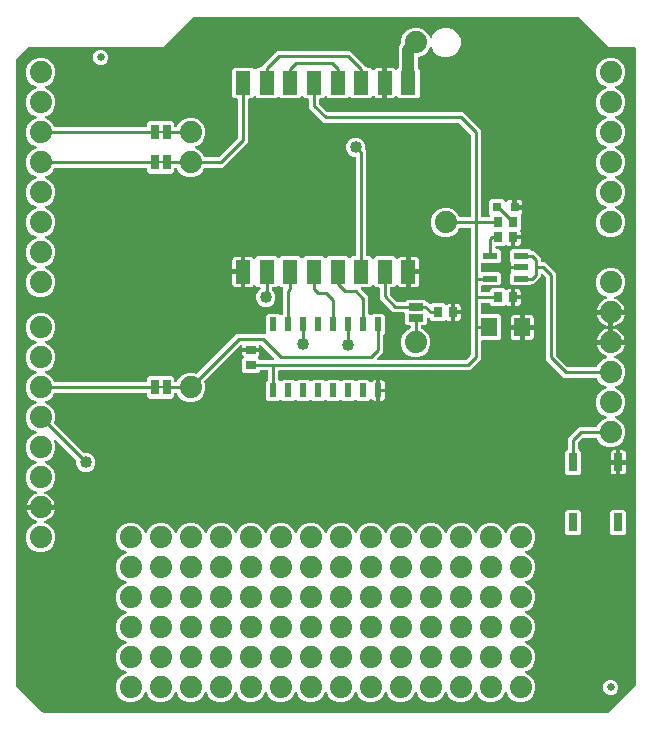
<source format=gbr>
G04 EAGLE Gerber RS-274X export*
G75*
%MOMM*%
%FSLAX34Y34*%
%LPD*%
%INTop Copper*%
%IPPOS*%
%AMOC8*
5,1,8,0,0,1.08239X$1,22.5*%
G01*
%ADD10R,1.200000X0.550000*%
%ADD11R,0.700000X0.900000*%
%ADD12R,1.400000X1.600000*%
%ADD13R,0.800000X0.800000*%
%ADD14R,0.762000X1.524000*%
%ADD15R,0.600000X1.200000*%
%ADD16R,0.900000X0.700000*%
%ADD17C,1.879600*%
%ADD18R,1.270000X0.635000*%
%ADD19R,1.300000X2.000000*%
%ADD20C,0.203200*%
%ADD21R,0.635000X1.270000*%
%ADD22C,0.635000*%
%ADD23C,1.016000*%
%ADD24C,0.254000*%
%ADD25C,1.016000*%

G36*
X505982Y4077D02*
X505982Y4077D01*
X506070Y4080D01*
X506122Y4097D01*
X506177Y4105D01*
X506257Y4140D01*
X506340Y4167D01*
X506380Y4195D01*
X506437Y4221D01*
X506550Y4317D01*
X506614Y4362D01*
X529038Y26786D01*
X529090Y26856D01*
X529150Y26920D01*
X529176Y26969D01*
X529209Y27014D01*
X529240Y27095D01*
X529280Y27173D01*
X529288Y27221D01*
X529310Y27279D01*
X529322Y27427D01*
X529335Y27504D01*
X529335Y566420D01*
X529327Y566478D01*
X529329Y566536D01*
X529307Y566618D01*
X529295Y566702D01*
X529272Y566755D01*
X529257Y566811D01*
X529214Y566884D01*
X529179Y566961D01*
X529141Y567006D01*
X529112Y567056D01*
X529050Y567114D01*
X528996Y567178D01*
X528947Y567210D01*
X528904Y567250D01*
X528829Y567289D01*
X528759Y567336D01*
X528703Y567353D01*
X528651Y567380D01*
X528583Y567391D01*
X528488Y567421D01*
X528388Y567424D01*
X528320Y567435D01*
X506316Y567435D01*
X481214Y592538D01*
X481144Y592590D01*
X481080Y592650D01*
X481031Y592676D01*
X480986Y592709D01*
X480905Y592740D01*
X480827Y592780D01*
X480779Y592788D01*
X480721Y592810D01*
X480573Y592822D01*
X480496Y592835D01*
X154504Y592835D01*
X154418Y592823D01*
X154330Y592820D01*
X154277Y592803D01*
X154223Y592795D01*
X154143Y592760D01*
X154060Y592733D01*
X154020Y592705D01*
X153963Y592679D01*
X153850Y592583D01*
X153786Y592538D01*
X128684Y567435D01*
X14804Y567435D01*
X14718Y567423D01*
X14630Y567420D01*
X14577Y567403D01*
X14523Y567395D01*
X14443Y567360D01*
X14360Y567333D01*
X14320Y567305D01*
X14263Y567279D01*
X14150Y567183D01*
X14086Y567138D01*
X4362Y557414D01*
X4310Y557344D01*
X4250Y557280D01*
X4224Y557231D01*
X4191Y557187D01*
X4160Y557105D01*
X4120Y557027D01*
X4112Y556979D01*
X4090Y556921D01*
X4078Y556773D01*
X4065Y556696D01*
X4065Y27504D01*
X4077Y27418D01*
X4080Y27330D01*
X4097Y27278D01*
X4105Y27223D01*
X4140Y27143D01*
X4167Y27060D01*
X4195Y27020D01*
X4221Y26963D01*
X4317Y26850D01*
X4362Y26786D01*
X26786Y4362D01*
X26856Y4310D01*
X26920Y4250D01*
X26969Y4224D01*
X27014Y4191D01*
X27095Y4160D01*
X27173Y4120D01*
X27221Y4112D01*
X27279Y4090D01*
X27427Y4078D01*
X27504Y4065D01*
X505896Y4065D01*
X505982Y4077D01*
G37*
%LPC*%
G36*
X99124Y12953D02*
X99124Y12953D01*
X94549Y14848D01*
X91048Y18349D01*
X89153Y22924D01*
X89153Y27876D01*
X91048Y32451D01*
X94549Y35952D01*
X97471Y37162D01*
X97496Y37177D01*
X97524Y37186D01*
X97619Y37249D01*
X97716Y37307D01*
X97736Y37328D01*
X97761Y37344D01*
X97833Y37431D01*
X97911Y37513D01*
X97925Y37539D01*
X97943Y37562D01*
X97989Y37665D01*
X98041Y37766D01*
X98047Y37795D01*
X98059Y37822D01*
X98075Y37934D01*
X98096Y38045D01*
X98094Y38074D01*
X98098Y38103D01*
X98082Y38215D01*
X98072Y38328D01*
X98061Y38355D01*
X98057Y38384D01*
X98011Y38488D01*
X97970Y38593D01*
X97952Y38617D01*
X97940Y38644D01*
X97867Y38730D01*
X97798Y38820D01*
X97775Y38838D01*
X97756Y38860D01*
X97689Y38902D01*
X97571Y38990D01*
X97512Y39012D01*
X97471Y39038D01*
X94549Y40248D01*
X91048Y43749D01*
X89153Y48324D01*
X89153Y53276D01*
X91048Y57851D01*
X94549Y61352D01*
X97471Y62562D01*
X97496Y62577D01*
X97524Y62586D01*
X97619Y62649D01*
X97716Y62707D01*
X97736Y62728D01*
X97761Y62744D01*
X97833Y62831D01*
X97911Y62913D01*
X97925Y62939D01*
X97943Y62962D01*
X97989Y63065D01*
X98041Y63166D01*
X98047Y63195D01*
X98059Y63222D01*
X98075Y63334D01*
X98096Y63445D01*
X98094Y63474D01*
X98098Y63503D01*
X98082Y63615D01*
X98072Y63728D01*
X98061Y63755D01*
X98057Y63784D01*
X98011Y63888D01*
X97970Y63993D01*
X97952Y64017D01*
X97940Y64044D01*
X97867Y64130D01*
X97798Y64220D01*
X97775Y64238D01*
X97756Y64260D01*
X97689Y64302D01*
X97571Y64390D01*
X97512Y64412D01*
X97471Y64438D01*
X94549Y65648D01*
X91048Y69149D01*
X89153Y73724D01*
X89153Y78676D01*
X91048Y83251D01*
X94549Y86752D01*
X97471Y87962D01*
X97496Y87977D01*
X97524Y87986D01*
X97619Y88049D01*
X97716Y88107D01*
X97736Y88128D01*
X97761Y88144D01*
X97833Y88231D01*
X97911Y88313D01*
X97925Y88339D01*
X97943Y88362D01*
X97989Y88465D01*
X98041Y88566D01*
X98047Y88595D01*
X98059Y88622D01*
X98075Y88734D01*
X98096Y88845D01*
X98094Y88874D01*
X98098Y88903D01*
X98082Y89015D01*
X98072Y89128D01*
X98061Y89155D01*
X98057Y89184D01*
X98011Y89288D01*
X97970Y89393D01*
X97952Y89417D01*
X97940Y89444D01*
X97867Y89530D01*
X97798Y89620D01*
X97775Y89638D01*
X97756Y89660D01*
X97689Y89702D01*
X97571Y89790D01*
X97512Y89812D01*
X97471Y89838D01*
X94549Y91048D01*
X91048Y94549D01*
X89153Y99124D01*
X89153Y104076D01*
X91048Y108651D01*
X94549Y112152D01*
X97471Y113362D01*
X97496Y113377D01*
X97524Y113386D01*
X97619Y113449D01*
X97716Y113507D01*
X97736Y113528D01*
X97761Y113544D01*
X97833Y113631D01*
X97911Y113713D01*
X97925Y113739D01*
X97943Y113762D01*
X97989Y113865D01*
X98041Y113966D01*
X98047Y113995D01*
X98059Y114022D01*
X98075Y114134D01*
X98096Y114245D01*
X98094Y114274D01*
X98098Y114303D01*
X98082Y114415D01*
X98072Y114528D01*
X98061Y114555D01*
X98057Y114584D01*
X98011Y114688D01*
X97970Y114793D01*
X97952Y114817D01*
X97940Y114844D01*
X97867Y114930D01*
X97798Y115020D01*
X97775Y115038D01*
X97756Y115060D01*
X97689Y115102D01*
X97571Y115190D01*
X97512Y115212D01*
X97471Y115238D01*
X94549Y116448D01*
X91048Y119949D01*
X89153Y124524D01*
X89153Y129476D01*
X91048Y134051D01*
X94549Y137552D01*
X97471Y138762D01*
X97496Y138777D01*
X97524Y138786D01*
X97619Y138849D01*
X97716Y138907D01*
X97736Y138928D01*
X97761Y138944D01*
X97833Y139031D01*
X97911Y139113D01*
X97925Y139139D01*
X97943Y139162D01*
X97989Y139265D01*
X98041Y139366D01*
X98047Y139395D01*
X98059Y139422D01*
X98075Y139534D01*
X98096Y139645D01*
X98094Y139674D01*
X98098Y139703D01*
X98082Y139815D01*
X98072Y139928D01*
X98061Y139955D01*
X98057Y139984D01*
X98011Y140088D01*
X97970Y140193D01*
X97952Y140217D01*
X97940Y140244D01*
X97867Y140330D01*
X97798Y140420D01*
X97775Y140438D01*
X97756Y140460D01*
X97689Y140502D01*
X97571Y140590D01*
X97512Y140612D01*
X97471Y140638D01*
X94549Y141848D01*
X91048Y145349D01*
X89153Y149924D01*
X89153Y154876D01*
X91048Y159451D01*
X94549Y162952D01*
X99124Y164847D01*
X104076Y164847D01*
X108651Y162952D01*
X112152Y159451D01*
X113362Y156529D01*
X113377Y156504D01*
X113386Y156476D01*
X113449Y156381D01*
X113507Y156284D01*
X113528Y156264D01*
X113544Y156239D01*
X113631Y156167D01*
X113713Y156089D01*
X113739Y156075D01*
X113762Y156057D01*
X113865Y156011D01*
X113966Y155959D01*
X113995Y155953D01*
X114022Y155941D01*
X114134Y155925D01*
X114245Y155904D01*
X114274Y155906D01*
X114303Y155902D01*
X114415Y155918D01*
X114528Y155928D01*
X114555Y155939D01*
X114584Y155943D01*
X114688Y155989D01*
X114793Y156030D01*
X114817Y156048D01*
X114844Y156060D01*
X114930Y156133D01*
X115020Y156202D01*
X115038Y156225D01*
X115060Y156244D01*
X115102Y156311D01*
X115190Y156429D01*
X115212Y156488D01*
X115238Y156529D01*
X116448Y159451D01*
X119949Y162952D01*
X124524Y164847D01*
X129476Y164847D01*
X134051Y162952D01*
X137552Y159451D01*
X138762Y156529D01*
X138777Y156504D01*
X138786Y156476D01*
X138849Y156381D01*
X138907Y156284D01*
X138928Y156264D01*
X138944Y156239D01*
X139031Y156166D01*
X139113Y156089D01*
X139139Y156075D01*
X139162Y156056D01*
X139265Y156010D01*
X139366Y155959D01*
X139395Y155953D01*
X139422Y155941D01*
X139534Y155925D01*
X139645Y155904D01*
X139674Y155906D01*
X139703Y155902D01*
X139815Y155918D01*
X139928Y155928D01*
X139955Y155939D01*
X139985Y155943D01*
X140088Y155989D01*
X140193Y156030D01*
X140217Y156048D01*
X140244Y156060D01*
X140330Y156133D01*
X140420Y156202D01*
X140438Y156225D01*
X140460Y156244D01*
X140502Y156311D01*
X140590Y156429D01*
X140612Y156488D01*
X140638Y156529D01*
X141848Y159451D01*
X145349Y162952D01*
X149924Y164847D01*
X154876Y164847D01*
X159451Y162952D01*
X162952Y159451D01*
X164162Y156529D01*
X164177Y156504D01*
X164186Y156476D01*
X164249Y156381D01*
X164307Y156284D01*
X164328Y156264D01*
X164344Y156239D01*
X164431Y156166D01*
X164513Y156089D01*
X164539Y156075D01*
X164562Y156056D01*
X164665Y156010D01*
X164766Y155959D01*
X164795Y155953D01*
X164822Y155941D01*
X164934Y155925D01*
X165045Y155904D01*
X165074Y155906D01*
X165103Y155902D01*
X165215Y155918D01*
X165328Y155928D01*
X165355Y155939D01*
X165384Y155943D01*
X165488Y155989D01*
X165593Y156030D01*
X165617Y156048D01*
X165644Y156060D01*
X165730Y156133D01*
X165820Y156202D01*
X165838Y156225D01*
X165860Y156244D01*
X165902Y156311D01*
X165990Y156429D01*
X166012Y156488D01*
X166038Y156529D01*
X167248Y159451D01*
X170749Y162952D01*
X175324Y164847D01*
X180276Y164847D01*
X184851Y162952D01*
X188352Y159451D01*
X189562Y156529D01*
X189577Y156504D01*
X189586Y156476D01*
X189649Y156381D01*
X189707Y156284D01*
X189728Y156264D01*
X189744Y156239D01*
X189831Y156166D01*
X189913Y156089D01*
X189939Y156075D01*
X189962Y156056D01*
X190065Y156010D01*
X190166Y155959D01*
X190195Y155953D01*
X190222Y155941D01*
X190334Y155925D01*
X190445Y155904D01*
X190474Y155906D01*
X190503Y155902D01*
X190615Y155918D01*
X190728Y155928D01*
X190755Y155939D01*
X190784Y155943D01*
X190888Y155989D01*
X190993Y156030D01*
X191017Y156048D01*
X191044Y156060D01*
X191130Y156133D01*
X191220Y156202D01*
X191238Y156225D01*
X191260Y156244D01*
X191302Y156311D01*
X191390Y156429D01*
X191412Y156488D01*
X191438Y156529D01*
X192648Y159451D01*
X196149Y162952D01*
X200724Y164847D01*
X205676Y164847D01*
X210251Y162952D01*
X213752Y159451D01*
X214962Y156529D01*
X214977Y156504D01*
X214986Y156476D01*
X215049Y156381D01*
X215107Y156284D01*
X215128Y156264D01*
X215144Y156239D01*
X215231Y156166D01*
X215313Y156089D01*
X215339Y156075D01*
X215362Y156056D01*
X215465Y156010D01*
X215566Y155959D01*
X215595Y155953D01*
X215622Y155941D01*
X215734Y155925D01*
X215845Y155904D01*
X215874Y155906D01*
X215903Y155902D01*
X216015Y155918D01*
X216128Y155928D01*
X216155Y155939D01*
X216184Y155943D01*
X216288Y155989D01*
X216393Y156030D01*
X216417Y156048D01*
X216444Y156060D01*
X216530Y156133D01*
X216620Y156202D01*
X216638Y156225D01*
X216660Y156244D01*
X216702Y156311D01*
X216790Y156429D01*
X216812Y156488D01*
X216838Y156529D01*
X218048Y159451D01*
X221549Y162952D01*
X226124Y164847D01*
X231076Y164847D01*
X235651Y162952D01*
X239152Y159451D01*
X240362Y156529D01*
X240377Y156504D01*
X240386Y156476D01*
X240449Y156381D01*
X240507Y156284D01*
X240528Y156264D01*
X240544Y156239D01*
X240631Y156167D01*
X240713Y156089D01*
X240739Y156075D01*
X240762Y156057D01*
X240865Y156011D01*
X240966Y155959D01*
X240995Y155953D01*
X241022Y155941D01*
X241134Y155925D01*
X241245Y155904D01*
X241274Y155906D01*
X241303Y155902D01*
X241415Y155918D01*
X241528Y155928D01*
X241555Y155939D01*
X241584Y155943D01*
X241688Y155989D01*
X241793Y156030D01*
X241817Y156048D01*
X241844Y156060D01*
X241930Y156133D01*
X242020Y156202D01*
X242038Y156225D01*
X242060Y156244D01*
X242102Y156311D01*
X242190Y156429D01*
X242212Y156488D01*
X242238Y156529D01*
X243448Y159451D01*
X246949Y162952D01*
X251524Y164847D01*
X256476Y164847D01*
X261051Y162952D01*
X264552Y159451D01*
X265762Y156529D01*
X265777Y156504D01*
X265786Y156476D01*
X265849Y156381D01*
X265907Y156284D01*
X265928Y156264D01*
X265944Y156239D01*
X266031Y156167D01*
X266113Y156089D01*
X266139Y156075D01*
X266162Y156057D01*
X266265Y156011D01*
X266366Y155959D01*
X266395Y155953D01*
X266422Y155941D01*
X266534Y155925D01*
X266645Y155904D01*
X266674Y155906D01*
X266703Y155902D01*
X266815Y155918D01*
X266928Y155928D01*
X266955Y155939D01*
X266984Y155943D01*
X267088Y155989D01*
X267193Y156030D01*
X267217Y156048D01*
X267244Y156060D01*
X267330Y156133D01*
X267420Y156202D01*
X267438Y156225D01*
X267460Y156244D01*
X267502Y156311D01*
X267590Y156429D01*
X267612Y156488D01*
X267638Y156529D01*
X268848Y159451D01*
X272349Y162952D01*
X276924Y164847D01*
X281876Y164847D01*
X286451Y162952D01*
X289952Y159451D01*
X291162Y156529D01*
X291177Y156504D01*
X291186Y156476D01*
X291249Y156381D01*
X291307Y156284D01*
X291328Y156264D01*
X291344Y156239D01*
X291431Y156167D01*
X291513Y156089D01*
X291539Y156075D01*
X291562Y156057D01*
X291665Y156011D01*
X291766Y155959D01*
X291795Y155953D01*
X291822Y155941D01*
X291934Y155925D01*
X292045Y155904D01*
X292074Y155906D01*
X292103Y155902D01*
X292215Y155918D01*
X292328Y155928D01*
X292355Y155939D01*
X292384Y155943D01*
X292488Y155989D01*
X292593Y156030D01*
X292617Y156048D01*
X292644Y156060D01*
X292730Y156133D01*
X292820Y156202D01*
X292838Y156225D01*
X292860Y156244D01*
X292902Y156311D01*
X292990Y156429D01*
X293012Y156488D01*
X293038Y156529D01*
X294248Y159451D01*
X297749Y162952D01*
X302324Y164847D01*
X307276Y164847D01*
X311851Y162952D01*
X315352Y159451D01*
X316562Y156529D01*
X316577Y156504D01*
X316586Y156476D01*
X316649Y156381D01*
X316707Y156284D01*
X316728Y156264D01*
X316744Y156239D01*
X316831Y156167D01*
X316913Y156089D01*
X316939Y156075D01*
X316962Y156057D01*
X317065Y156011D01*
X317166Y155959D01*
X317195Y155953D01*
X317222Y155941D01*
X317334Y155925D01*
X317445Y155904D01*
X317474Y155906D01*
X317503Y155902D01*
X317615Y155918D01*
X317728Y155928D01*
X317755Y155939D01*
X317784Y155943D01*
X317888Y155989D01*
X317993Y156030D01*
X318017Y156048D01*
X318044Y156060D01*
X318130Y156133D01*
X318220Y156202D01*
X318238Y156225D01*
X318260Y156244D01*
X318302Y156311D01*
X318390Y156429D01*
X318412Y156488D01*
X318438Y156529D01*
X319648Y159451D01*
X323149Y162952D01*
X327724Y164847D01*
X332676Y164847D01*
X337251Y162952D01*
X340752Y159451D01*
X341962Y156529D01*
X341977Y156504D01*
X341986Y156476D01*
X342049Y156381D01*
X342107Y156284D01*
X342128Y156264D01*
X342144Y156239D01*
X342231Y156167D01*
X342313Y156089D01*
X342339Y156075D01*
X342362Y156057D01*
X342465Y156011D01*
X342566Y155959D01*
X342595Y155953D01*
X342622Y155941D01*
X342734Y155925D01*
X342845Y155904D01*
X342874Y155906D01*
X342903Y155902D01*
X343015Y155918D01*
X343128Y155928D01*
X343155Y155939D01*
X343184Y155943D01*
X343288Y155989D01*
X343393Y156030D01*
X343417Y156048D01*
X343444Y156060D01*
X343530Y156133D01*
X343620Y156202D01*
X343638Y156225D01*
X343660Y156244D01*
X343702Y156311D01*
X343790Y156429D01*
X343812Y156488D01*
X343838Y156529D01*
X345048Y159451D01*
X348549Y162952D01*
X353124Y164847D01*
X358076Y164847D01*
X362651Y162952D01*
X366152Y159451D01*
X367362Y156529D01*
X367377Y156504D01*
X367386Y156476D01*
X367449Y156381D01*
X367507Y156284D01*
X367528Y156264D01*
X367544Y156239D01*
X367631Y156167D01*
X367713Y156089D01*
X367739Y156075D01*
X367762Y156057D01*
X367865Y156011D01*
X367966Y155959D01*
X367995Y155953D01*
X368022Y155941D01*
X368134Y155925D01*
X368245Y155904D01*
X368274Y155906D01*
X368303Y155902D01*
X368415Y155918D01*
X368528Y155928D01*
X368555Y155939D01*
X368584Y155943D01*
X368688Y155989D01*
X368793Y156030D01*
X368817Y156048D01*
X368844Y156060D01*
X368930Y156133D01*
X369020Y156202D01*
X369038Y156225D01*
X369060Y156244D01*
X369102Y156311D01*
X369190Y156429D01*
X369212Y156488D01*
X369238Y156529D01*
X370448Y159451D01*
X373949Y162952D01*
X378524Y164847D01*
X383476Y164847D01*
X388051Y162952D01*
X391552Y159451D01*
X392762Y156529D01*
X392777Y156504D01*
X392786Y156476D01*
X392849Y156381D01*
X392907Y156284D01*
X392928Y156264D01*
X392944Y156239D01*
X393031Y156167D01*
X393113Y156089D01*
X393139Y156075D01*
X393162Y156057D01*
X393265Y156011D01*
X393366Y155959D01*
X393395Y155953D01*
X393422Y155941D01*
X393534Y155925D01*
X393645Y155904D01*
X393674Y155906D01*
X393703Y155902D01*
X393815Y155918D01*
X393928Y155928D01*
X393955Y155939D01*
X393984Y155943D01*
X394088Y155989D01*
X394193Y156030D01*
X394217Y156048D01*
X394244Y156060D01*
X394330Y156133D01*
X394420Y156202D01*
X394438Y156225D01*
X394460Y156244D01*
X394502Y156311D01*
X394590Y156429D01*
X394612Y156488D01*
X394638Y156529D01*
X395848Y159451D01*
X399349Y162952D01*
X403924Y164847D01*
X408876Y164847D01*
X413451Y162952D01*
X416952Y159451D01*
X418162Y156529D01*
X418177Y156504D01*
X418186Y156476D01*
X418249Y156381D01*
X418307Y156284D01*
X418328Y156264D01*
X418344Y156239D01*
X418431Y156167D01*
X418513Y156089D01*
X418539Y156075D01*
X418562Y156057D01*
X418665Y156011D01*
X418766Y155959D01*
X418795Y155953D01*
X418822Y155941D01*
X418934Y155925D01*
X419045Y155904D01*
X419074Y155906D01*
X419103Y155902D01*
X419215Y155918D01*
X419328Y155928D01*
X419355Y155939D01*
X419384Y155943D01*
X419488Y155989D01*
X419593Y156030D01*
X419617Y156048D01*
X419644Y156060D01*
X419730Y156133D01*
X419820Y156202D01*
X419838Y156225D01*
X419860Y156244D01*
X419902Y156311D01*
X419990Y156429D01*
X420012Y156488D01*
X420038Y156529D01*
X421248Y159451D01*
X424749Y162952D01*
X429324Y164847D01*
X434276Y164847D01*
X438851Y162952D01*
X442352Y159451D01*
X444247Y154876D01*
X444247Y149924D01*
X442352Y145349D01*
X438851Y141848D01*
X435929Y140638D01*
X435904Y140623D01*
X435876Y140614D01*
X435781Y140551D01*
X435684Y140493D01*
X435664Y140472D01*
X435639Y140456D01*
X435566Y140369D01*
X435489Y140287D01*
X435475Y140261D01*
X435456Y140238D01*
X435410Y140135D01*
X435359Y140034D01*
X435353Y140005D01*
X435341Y139978D01*
X435325Y139866D01*
X435304Y139755D01*
X435306Y139726D01*
X435302Y139697D01*
X435318Y139585D01*
X435328Y139472D01*
X435339Y139445D01*
X435343Y139415D01*
X435389Y139312D01*
X435430Y139207D01*
X435448Y139183D01*
X435460Y139156D01*
X435533Y139070D01*
X435602Y138980D01*
X435625Y138962D01*
X435644Y138940D01*
X435711Y138898D01*
X435829Y138810D01*
X435888Y138788D01*
X435929Y138762D01*
X438851Y137552D01*
X442352Y134051D01*
X444247Y129476D01*
X444247Y124524D01*
X442352Y119949D01*
X438851Y116448D01*
X435929Y115238D01*
X435904Y115223D01*
X435876Y115214D01*
X435781Y115151D01*
X435684Y115093D01*
X435664Y115072D01*
X435639Y115056D01*
X435566Y114969D01*
X435489Y114887D01*
X435475Y114861D01*
X435456Y114838D01*
X435410Y114735D01*
X435359Y114634D01*
X435353Y114605D01*
X435341Y114578D01*
X435325Y114466D01*
X435304Y114355D01*
X435306Y114326D01*
X435302Y114297D01*
X435318Y114185D01*
X435328Y114072D01*
X435339Y114045D01*
X435343Y114015D01*
X435389Y113912D01*
X435430Y113807D01*
X435448Y113783D01*
X435460Y113756D01*
X435533Y113670D01*
X435602Y113580D01*
X435625Y113562D01*
X435644Y113540D01*
X435711Y113498D01*
X435829Y113410D01*
X435888Y113388D01*
X435929Y113362D01*
X438851Y112152D01*
X442352Y108651D01*
X444247Y104076D01*
X444247Y99124D01*
X442352Y94549D01*
X438851Y91048D01*
X435929Y89838D01*
X435904Y89823D01*
X435876Y89814D01*
X435781Y89751D01*
X435684Y89693D01*
X435664Y89672D01*
X435639Y89656D01*
X435566Y89569D01*
X435489Y89487D01*
X435475Y89461D01*
X435456Y89438D01*
X435410Y89335D01*
X435359Y89234D01*
X435353Y89205D01*
X435341Y89178D01*
X435325Y89066D01*
X435304Y88955D01*
X435306Y88926D01*
X435302Y88897D01*
X435318Y88785D01*
X435328Y88672D01*
X435339Y88645D01*
X435343Y88615D01*
X435389Y88512D01*
X435430Y88407D01*
X435448Y88383D01*
X435460Y88356D01*
X435533Y88270D01*
X435602Y88180D01*
X435625Y88162D01*
X435644Y88140D01*
X435711Y88098D01*
X435829Y88010D01*
X435888Y87988D01*
X435929Y87962D01*
X438851Y86752D01*
X442352Y83251D01*
X444247Y78676D01*
X444247Y73724D01*
X442352Y69149D01*
X438851Y65648D01*
X435929Y64438D01*
X435904Y64423D01*
X435876Y64414D01*
X435781Y64351D01*
X435684Y64293D01*
X435664Y64272D01*
X435639Y64256D01*
X435566Y64169D01*
X435489Y64087D01*
X435475Y64061D01*
X435456Y64038D01*
X435410Y63935D01*
X435359Y63834D01*
X435353Y63805D01*
X435341Y63778D01*
X435325Y63666D01*
X435304Y63555D01*
X435306Y63526D01*
X435302Y63497D01*
X435318Y63385D01*
X435328Y63272D01*
X435339Y63245D01*
X435343Y63215D01*
X435389Y63112D01*
X435430Y63007D01*
X435448Y62983D01*
X435460Y62956D01*
X435533Y62870D01*
X435602Y62780D01*
X435625Y62762D01*
X435644Y62740D01*
X435711Y62698D01*
X435829Y62610D01*
X435888Y62588D01*
X435929Y62562D01*
X438851Y61352D01*
X442352Y57851D01*
X444247Y53276D01*
X444247Y48324D01*
X442352Y43749D01*
X438851Y40248D01*
X435929Y39038D01*
X435904Y39023D01*
X435876Y39014D01*
X435781Y38951D01*
X435684Y38893D01*
X435664Y38872D01*
X435639Y38856D01*
X435566Y38769D01*
X435489Y38687D01*
X435475Y38661D01*
X435456Y38638D01*
X435410Y38535D01*
X435359Y38434D01*
X435353Y38405D01*
X435341Y38378D01*
X435325Y38266D01*
X435304Y38155D01*
X435306Y38126D01*
X435302Y38097D01*
X435318Y37985D01*
X435328Y37872D01*
X435339Y37845D01*
X435343Y37815D01*
X435389Y37712D01*
X435430Y37607D01*
X435448Y37583D01*
X435460Y37556D01*
X435533Y37470D01*
X435602Y37380D01*
X435625Y37362D01*
X435644Y37340D01*
X435711Y37298D01*
X435829Y37210D01*
X435888Y37188D01*
X435929Y37162D01*
X438851Y35952D01*
X442352Y32451D01*
X444247Y27876D01*
X444247Y22924D01*
X442352Y18349D01*
X438851Y14848D01*
X434276Y12953D01*
X429324Y12953D01*
X424749Y14848D01*
X421248Y18349D01*
X420038Y21271D01*
X420023Y21296D01*
X420014Y21324D01*
X419951Y21419D01*
X419893Y21516D01*
X419872Y21536D01*
X419856Y21561D01*
X419769Y21633D01*
X419687Y21711D01*
X419661Y21725D01*
X419638Y21743D01*
X419535Y21789D01*
X419434Y21841D01*
X419405Y21847D01*
X419378Y21859D01*
X419266Y21875D01*
X419155Y21896D01*
X419126Y21894D01*
X419097Y21898D01*
X418985Y21882D01*
X418872Y21872D01*
X418845Y21861D01*
X418816Y21857D01*
X418712Y21811D01*
X418607Y21770D01*
X418583Y21752D01*
X418556Y21740D01*
X418470Y21667D01*
X418380Y21598D01*
X418362Y21575D01*
X418340Y21556D01*
X418298Y21489D01*
X418210Y21371D01*
X418188Y21312D01*
X418162Y21271D01*
X416952Y18349D01*
X413451Y14848D01*
X408876Y12953D01*
X403924Y12953D01*
X399349Y14848D01*
X395848Y18349D01*
X394638Y21271D01*
X394623Y21296D01*
X394614Y21324D01*
X394551Y21419D01*
X394493Y21516D01*
X394472Y21536D01*
X394456Y21561D01*
X394369Y21634D01*
X394287Y21711D01*
X394261Y21725D01*
X394238Y21744D01*
X394135Y21790D01*
X394034Y21841D01*
X394005Y21847D01*
X393978Y21859D01*
X393866Y21875D01*
X393755Y21896D01*
X393726Y21894D01*
X393697Y21898D01*
X393585Y21882D01*
X393472Y21872D01*
X393445Y21861D01*
X393415Y21857D01*
X393312Y21811D01*
X393207Y21770D01*
X393183Y21752D01*
X393156Y21740D01*
X393070Y21667D01*
X392980Y21598D01*
X392962Y21575D01*
X392940Y21556D01*
X392898Y21489D01*
X392810Y21371D01*
X392788Y21312D01*
X392762Y21271D01*
X391552Y18349D01*
X388051Y14848D01*
X383476Y12953D01*
X378524Y12953D01*
X373949Y14848D01*
X370448Y18349D01*
X369238Y21271D01*
X369223Y21296D01*
X369214Y21324D01*
X369151Y21419D01*
X369093Y21516D01*
X369072Y21536D01*
X369056Y21561D01*
X368969Y21634D01*
X368887Y21711D01*
X368861Y21725D01*
X368838Y21744D01*
X368735Y21790D01*
X368634Y21841D01*
X368605Y21847D01*
X368578Y21859D01*
X368466Y21875D01*
X368355Y21896D01*
X368326Y21894D01*
X368297Y21898D01*
X368185Y21882D01*
X368072Y21872D01*
X368045Y21861D01*
X368015Y21857D01*
X367912Y21811D01*
X367807Y21770D01*
X367783Y21752D01*
X367756Y21740D01*
X367670Y21667D01*
X367580Y21598D01*
X367562Y21575D01*
X367540Y21556D01*
X367498Y21489D01*
X367410Y21371D01*
X367388Y21312D01*
X367362Y21271D01*
X366152Y18349D01*
X362651Y14848D01*
X358076Y12953D01*
X353124Y12953D01*
X348549Y14848D01*
X345048Y18349D01*
X343838Y21271D01*
X343823Y21296D01*
X343814Y21324D01*
X343751Y21419D01*
X343693Y21516D01*
X343672Y21536D01*
X343656Y21561D01*
X343569Y21634D01*
X343487Y21711D01*
X343461Y21725D01*
X343438Y21744D01*
X343335Y21790D01*
X343234Y21841D01*
X343205Y21847D01*
X343178Y21859D01*
X343066Y21875D01*
X342955Y21896D01*
X342926Y21894D01*
X342897Y21898D01*
X342785Y21882D01*
X342672Y21872D01*
X342645Y21861D01*
X342615Y21857D01*
X342512Y21811D01*
X342407Y21770D01*
X342383Y21752D01*
X342356Y21740D01*
X342270Y21667D01*
X342180Y21598D01*
X342162Y21575D01*
X342140Y21556D01*
X342098Y21489D01*
X342010Y21371D01*
X341988Y21312D01*
X341962Y21271D01*
X340752Y18349D01*
X337251Y14848D01*
X332676Y12953D01*
X327724Y12953D01*
X323149Y14848D01*
X319648Y18349D01*
X318438Y21271D01*
X318423Y21296D01*
X318414Y21324D01*
X318351Y21419D01*
X318293Y21516D01*
X318272Y21536D01*
X318256Y21561D01*
X318169Y21634D01*
X318087Y21711D01*
X318061Y21725D01*
X318038Y21744D01*
X317935Y21790D01*
X317834Y21841D01*
X317805Y21847D01*
X317778Y21859D01*
X317666Y21875D01*
X317555Y21896D01*
X317526Y21894D01*
X317497Y21898D01*
X317385Y21882D01*
X317272Y21872D01*
X317245Y21861D01*
X317215Y21857D01*
X317112Y21811D01*
X317007Y21770D01*
X316983Y21752D01*
X316956Y21740D01*
X316870Y21667D01*
X316780Y21598D01*
X316762Y21575D01*
X316740Y21556D01*
X316698Y21489D01*
X316610Y21371D01*
X316588Y21312D01*
X316562Y21271D01*
X315352Y18349D01*
X311851Y14848D01*
X307276Y12953D01*
X302324Y12953D01*
X297749Y14848D01*
X294248Y18349D01*
X293038Y21271D01*
X293023Y21296D01*
X293014Y21324D01*
X292951Y21419D01*
X292893Y21516D01*
X292872Y21536D01*
X292856Y21561D01*
X292769Y21634D01*
X292687Y21711D01*
X292661Y21725D01*
X292638Y21744D01*
X292535Y21790D01*
X292434Y21841D01*
X292405Y21847D01*
X292378Y21859D01*
X292266Y21875D01*
X292155Y21896D01*
X292126Y21894D01*
X292097Y21898D01*
X291985Y21882D01*
X291872Y21872D01*
X291845Y21861D01*
X291815Y21857D01*
X291712Y21811D01*
X291607Y21770D01*
X291583Y21752D01*
X291556Y21740D01*
X291470Y21667D01*
X291380Y21598D01*
X291362Y21575D01*
X291340Y21556D01*
X291298Y21489D01*
X291210Y21371D01*
X291188Y21312D01*
X291162Y21271D01*
X289952Y18349D01*
X286451Y14848D01*
X281876Y12953D01*
X276924Y12953D01*
X272349Y14848D01*
X268848Y18349D01*
X267638Y21271D01*
X267623Y21296D01*
X267614Y21324D01*
X267551Y21419D01*
X267493Y21516D01*
X267472Y21536D01*
X267456Y21561D01*
X267369Y21634D01*
X267287Y21711D01*
X267261Y21725D01*
X267238Y21744D01*
X267135Y21790D01*
X267034Y21841D01*
X267005Y21847D01*
X266978Y21859D01*
X266866Y21875D01*
X266755Y21896D01*
X266726Y21894D01*
X266697Y21898D01*
X266585Y21882D01*
X266472Y21872D01*
X266445Y21861D01*
X266415Y21857D01*
X266312Y21811D01*
X266207Y21770D01*
X266183Y21752D01*
X266156Y21740D01*
X266070Y21667D01*
X265980Y21598D01*
X265962Y21575D01*
X265940Y21556D01*
X265898Y21489D01*
X265810Y21371D01*
X265788Y21312D01*
X265762Y21271D01*
X264552Y18349D01*
X261051Y14848D01*
X256476Y12953D01*
X251524Y12953D01*
X246949Y14848D01*
X243448Y18349D01*
X242238Y21271D01*
X242223Y21296D01*
X242214Y21324D01*
X242151Y21419D01*
X242093Y21516D01*
X242072Y21536D01*
X242056Y21561D01*
X241969Y21634D01*
X241887Y21711D01*
X241861Y21725D01*
X241838Y21744D01*
X241735Y21790D01*
X241634Y21841D01*
X241605Y21847D01*
X241578Y21859D01*
X241466Y21875D01*
X241355Y21896D01*
X241326Y21894D01*
X241297Y21898D01*
X241185Y21882D01*
X241072Y21872D01*
X241045Y21861D01*
X241015Y21857D01*
X240912Y21811D01*
X240807Y21770D01*
X240783Y21752D01*
X240756Y21740D01*
X240670Y21667D01*
X240580Y21598D01*
X240562Y21575D01*
X240540Y21556D01*
X240498Y21489D01*
X240410Y21371D01*
X240388Y21312D01*
X240362Y21271D01*
X239152Y18349D01*
X235651Y14848D01*
X231076Y12953D01*
X226124Y12953D01*
X221549Y14848D01*
X218048Y18349D01*
X216838Y21271D01*
X216823Y21296D01*
X216814Y21324D01*
X216751Y21419D01*
X216693Y21516D01*
X216672Y21536D01*
X216656Y21561D01*
X216569Y21634D01*
X216487Y21711D01*
X216461Y21725D01*
X216438Y21744D01*
X216335Y21790D01*
X216234Y21841D01*
X216205Y21847D01*
X216178Y21859D01*
X216066Y21875D01*
X215955Y21896D01*
X215926Y21894D01*
X215897Y21898D01*
X215785Y21882D01*
X215672Y21872D01*
X215645Y21861D01*
X215615Y21857D01*
X215512Y21811D01*
X215407Y21770D01*
X215383Y21752D01*
X215356Y21740D01*
X215270Y21667D01*
X215180Y21598D01*
X215162Y21575D01*
X215140Y21556D01*
X215098Y21489D01*
X215010Y21371D01*
X214988Y21312D01*
X214962Y21271D01*
X213752Y18349D01*
X210251Y14848D01*
X205676Y12953D01*
X200724Y12953D01*
X196149Y14848D01*
X192648Y18349D01*
X191438Y21271D01*
X191423Y21296D01*
X191414Y21324D01*
X191351Y21419D01*
X191293Y21516D01*
X191272Y21536D01*
X191256Y21561D01*
X191169Y21633D01*
X191087Y21711D01*
X191061Y21725D01*
X191038Y21743D01*
X190935Y21789D01*
X190834Y21841D01*
X190805Y21847D01*
X190778Y21859D01*
X190666Y21875D01*
X190555Y21896D01*
X190526Y21894D01*
X190497Y21898D01*
X190385Y21882D01*
X190272Y21872D01*
X190245Y21861D01*
X190216Y21857D01*
X190112Y21811D01*
X190007Y21770D01*
X189983Y21752D01*
X189956Y21740D01*
X189870Y21667D01*
X189780Y21598D01*
X189762Y21575D01*
X189740Y21556D01*
X189698Y21489D01*
X189610Y21371D01*
X189588Y21312D01*
X189562Y21271D01*
X188352Y18349D01*
X184851Y14848D01*
X180276Y12953D01*
X175324Y12953D01*
X170749Y14848D01*
X167248Y18349D01*
X166038Y21271D01*
X166023Y21296D01*
X166014Y21324D01*
X165951Y21419D01*
X165893Y21516D01*
X165872Y21536D01*
X165856Y21561D01*
X165769Y21634D01*
X165687Y21711D01*
X165661Y21725D01*
X165638Y21744D01*
X165535Y21790D01*
X165434Y21841D01*
X165405Y21847D01*
X165378Y21859D01*
X165266Y21875D01*
X165155Y21896D01*
X165126Y21894D01*
X165097Y21898D01*
X164985Y21882D01*
X164872Y21872D01*
X164845Y21861D01*
X164815Y21857D01*
X164712Y21811D01*
X164607Y21770D01*
X164583Y21752D01*
X164556Y21740D01*
X164470Y21667D01*
X164380Y21598D01*
X164362Y21575D01*
X164340Y21556D01*
X164298Y21489D01*
X164210Y21371D01*
X164188Y21312D01*
X164162Y21271D01*
X162952Y18349D01*
X159451Y14848D01*
X154876Y12953D01*
X149924Y12953D01*
X145349Y14848D01*
X141848Y18349D01*
X140638Y21271D01*
X140623Y21296D01*
X140614Y21324D01*
X140551Y21419D01*
X140493Y21516D01*
X140472Y21536D01*
X140456Y21561D01*
X140369Y21634D01*
X140287Y21711D01*
X140261Y21725D01*
X140238Y21744D01*
X140135Y21790D01*
X140034Y21841D01*
X140005Y21847D01*
X139978Y21859D01*
X139866Y21875D01*
X139755Y21896D01*
X139726Y21894D01*
X139697Y21898D01*
X139585Y21882D01*
X139472Y21872D01*
X139445Y21861D01*
X139415Y21857D01*
X139312Y21811D01*
X139207Y21770D01*
X139183Y21752D01*
X139156Y21740D01*
X139070Y21667D01*
X138980Y21598D01*
X138962Y21575D01*
X138940Y21556D01*
X138898Y21489D01*
X138810Y21371D01*
X138788Y21312D01*
X138762Y21271D01*
X137552Y18349D01*
X134051Y14848D01*
X129476Y12953D01*
X124524Y12953D01*
X119949Y14848D01*
X116448Y18349D01*
X115238Y21271D01*
X115223Y21296D01*
X115214Y21324D01*
X115151Y21419D01*
X115093Y21516D01*
X115072Y21536D01*
X115056Y21561D01*
X114969Y21634D01*
X114887Y21711D01*
X114861Y21725D01*
X114838Y21744D01*
X114735Y21790D01*
X114634Y21841D01*
X114605Y21847D01*
X114578Y21859D01*
X114466Y21875D01*
X114355Y21896D01*
X114326Y21894D01*
X114297Y21898D01*
X114185Y21882D01*
X114072Y21872D01*
X114045Y21861D01*
X114015Y21857D01*
X113912Y21811D01*
X113807Y21770D01*
X113783Y21752D01*
X113756Y21740D01*
X113670Y21667D01*
X113580Y21598D01*
X113562Y21575D01*
X113540Y21556D01*
X113498Y21489D01*
X113410Y21371D01*
X113388Y21312D01*
X113362Y21271D01*
X112152Y18349D01*
X108651Y14848D01*
X104076Y12953D01*
X99124Y12953D01*
G37*
%LPD*%
%LPC*%
G36*
X22924Y139953D02*
X22924Y139953D01*
X18349Y141848D01*
X14848Y145349D01*
X12953Y149924D01*
X12953Y154876D01*
X14848Y159451D01*
X18349Y162952D01*
X22011Y164469D01*
X22071Y164504D01*
X22135Y164530D01*
X22193Y164576D01*
X22256Y164613D01*
X22304Y164663D01*
X22358Y164706D01*
X22401Y164766D01*
X22451Y164820D01*
X22483Y164881D01*
X22523Y164938D01*
X22548Y165007D01*
X22582Y165073D01*
X22595Y165140D01*
X22618Y165206D01*
X22622Y165279D01*
X22637Y165352D01*
X22631Y165420D01*
X22635Y165489D01*
X22619Y165561D01*
X22612Y165635D01*
X22587Y165699D01*
X22572Y165767D01*
X22537Y165831D01*
X22510Y165900D01*
X22469Y165955D01*
X22435Y166016D01*
X22383Y166068D01*
X22339Y166127D01*
X22283Y166168D01*
X22234Y166217D01*
X22179Y166246D01*
X22111Y166297D01*
X22003Y166338D01*
X21937Y166372D01*
X20817Y166736D01*
X19143Y167589D01*
X17622Y168694D01*
X16294Y170022D01*
X15189Y171543D01*
X14336Y173217D01*
X13755Y175004D01*
X13634Y175769D01*
X24384Y175769D01*
X24442Y175777D01*
X24500Y175775D01*
X24582Y175797D01*
X24665Y175809D01*
X24719Y175833D01*
X24775Y175847D01*
X24848Y175890D01*
X24925Y175925D01*
X24969Y175963D01*
X25020Y175993D01*
X25077Y176054D01*
X25142Y176109D01*
X25174Y176157D01*
X25214Y176200D01*
X25253Y176275D01*
X25299Y176345D01*
X25317Y176401D01*
X25344Y176453D01*
X25355Y176521D01*
X25385Y176616D01*
X25388Y176716D01*
X25399Y176784D01*
X25399Y178816D01*
X25391Y178874D01*
X25392Y178932D01*
X25371Y179014D01*
X25359Y179097D01*
X25335Y179151D01*
X25321Y179207D01*
X25278Y179280D01*
X25243Y179357D01*
X25205Y179402D01*
X25175Y179452D01*
X25114Y179510D01*
X25059Y179574D01*
X25011Y179606D01*
X24968Y179646D01*
X24893Y179685D01*
X24823Y179731D01*
X24767Y179749D01*
X24715Y179776D01*
X24647Y179787D01*
X24552Y179817D01*
X24452Y179820D01*
X24384Y179831D01*
X13634Y179831D01*
X13755Y180596D01*
X14336Y182383D01*
X15189Y184057D01*
X16294Y185578D01*
X17622Y186906D01*
X19143Y188011D01*
X20817Y188864D01*
X21937Y189228D01*
X21999Y189258D01*
X22065Y189279D01*
X22126Y189320D01*
X22192Y189353D01*
X22243Y189399D01*
X22301Y189438D01*
X22348Y189494D01*
X22403Y189543D01*
X22439Y189602D01*
X22484Y189655D01*
X22514Y189722D01*
X22553Y189785D01*
X22571Y189852D01*
X22599Y189915D01*
X22609Y189988D01*
X22629Y190059D01*
X22629Y190128D01*
X22638Y190197D01*
X22628Y190269D01*
X22627Y190343D01*
X22607Y190410D01*
X22598Y190478D01*
X22567Y190545D01*
X22546Y190616D01*
X22509Y190674D01*
X22480Y190737D01*
X22433Y190793D01*
X22393Y190855D01*
X22341Y190901D01*
X22296Y190953D01*
X22243Y190986D01*
X22179Y191043D01*
X22075Y191092D01*
X22011Y191131D01*
X18349Y192648D01*
X14848Y196149D01*
X12953Y200724D01*
X12953Y205676D01*
X14848Y210251D01*
X18349Y213752D01*
X21271Y214962D01*
X21296Y214977D01*
X21324Y214986D01*
X21419Y215049D01*
X21516Y215107D01*
X21536Y215128D01*
X21561Y215144D01*
X21634Y215231D01*
X21711Y215313D01*
X21725Y215339D01*
X21744Y215362D01*
X21790Y215465D01*
X21841Y215566D01*
X21847Y215595D01*
X21859Y215622D01*
X21875Y215734D01*
X21896Y215845D01*
X21894Y215874D01*
X21898Y215903D01*
X21882Y216015D01*
X21872Y216128D01*
X21861Y216155D01*
X21857Y216185D01*
X21811Y216288D01*
X21770Y216393D01*
X21752Y216417D01*
X21740Y216444D01*
X21667Y216530D01*
X21598Y216620D01*
X21575Y216638D01*
X21556Y216660D01*
X21489Y216702D01*
X21371Y216790D01*
X21312Y216812D01*
X21271Y216838D01*
X18349Y218048D01*
X14848Y221549D01*
X12953Y226124D01*
X12953Y231076D01*
X14848Y235651D01*
X18349Y239152D01*
X21271Y240362D01*
X21296Y240377D01*
X21324Y240386D01*
X21419Y240449D01*
X21516Y240507D01*
X21536Y240528D01*
X21561Y240544D01*
X21634Y240631D01*
X21711Y240713D01*
X21725Y240739D01*
X21744Y240762D01*
X21790Y240865D01*
X21841Y240966D01*
X21847Y240995D01*
X21859Y241022D01*
X21875Y241134D01*
X21896Y241245D01*
X21894Y241274D01*
X21898Y241303D01*
X21882Y241415D01*
X21872Y241528D01*
X21861Y241555D01*
X21857Y241585D01*
X21811Y241688D01*
X21770Y241793D01*
X21752Y241817D01*
X21740Y241844D01*
X21667Y241930D01*
X21598Y242020D01*
X21575Y242038D01*
X21556Y242060D01*
X21489Y242102D01*
X21371Y242190D01*
X21312Y242212D01*
X21271Y242238D01*
X18349Y243448D01*
X14848Y246949D01*
X12953Y251524D01*
X12953Y256476D01*
X14848Y261051D01*
X18349Y264552D01*
X21271Y265762D01*
X21296Y265777D01*
X21324Y265786D01*
X21419Y265849D01*
X21516Y265907D01*
X21536Y265928D01*
X21561Y265944D01*
X21634Y266031D01*
X21711Y266113D01*
X21725Y266139D01*
X21744Y266162D01*
X21790Y266265D01*
X21841Y266366D01*
X21847Y266395D01*
X21859Y266422D01*
X21875Y266534D01*
X21896Y266645D01*
X21894Y266674D01*
X21898Y266703D01*
X21882Y266815D01*
X21872Y266928D01*
X21861Y266955D01*
X21857Y266985D01*
X21811Y267088D01*
X21770Y267193D01*
X21752Y267217D01*
X21740Y267244D01*
X21667Y267330D01*
X21598Y267420D01*
X21575Y267438D01*
X21556Y267460D01*
X21489Y267502D01*
X21371Y267590D01*
X21312Y267612D01*
X21271Y267638D01*
X18349Y268848D01*
X14848Y272349D01*
X12953Y276924D01*
X12953Y281876D01*
X14848Y286451D01*
X18349Y289952D01*
X21271Y291162D01*
X21296Y291177D01*
X21324Y291186D01*
X21419Y291249D01*
X21516Y291307D01*
X21536Y291328D01*
X21561Y291344D01*
X21634Y291431D01*
X21711Y291513D01*
X21725Y291539D01*
X21744Y291562D01*
X21790Y291665D01*
X21841Y291766D01*
X21847Y291795D01*
X21859Y291822D01*
X21875Y291934D01*
X21896Y292045D01*
X21894Y292074D01*
X21898Y292103D01*
X21882Y292215D01*
X21872Y292328D01*
X21861Y292355D01*
X21857Y292385D01*
X21811Y292488D01*
X21770Y292593D01*
X21752Y292617D01*
X21740Y292644D01*
X21667Y292730D01*
X21598Y292820D01*
X21575Y292838D01*
X21556Y292860D01*
X21489Y292902D01*
X21371Y292990D01*
X21312Y293012D01*
X21271Y293038D01*
X18349Y294248D01*
X14848Y297749D01*
X12953Y302324D01*
X12953Y307276D01*
X14848Y311851D01*
X18349Y315352D01*
X21271Y316562D01*
X21296Y316577D01*
X21324Y316586D01*
X21419Y316649D01*
X21516Y316707D01*
X21536Y316728D01*
X21561Y316744D01*
X21634Y316831D01*
X21711Y316913D01*
X21725Y316939D01*
X21744Y316962D01*
X21790Y317065D01*
X21841Y317166D01*
X21847Y317195D01*
X21859Y317222D01*
X21875Y317334D01*
X21896Y317445D01*
X21894Y317474D01*
X21898Y317503D01*
X21882Y317615D01*
X21872Y317728D01*
X21861Y317755D01*
X21857Y317785D01*
X21811Y317888D01*
X21770Y317993D01*
X21752Y318017D01*
X21740Y318044D01*
X21667Y318130D01*
X21598Y318220D01*
X21575Y318238D01*
X21556Y318260D01*
X21489Y318302D01*
X21371Y318390D01*
X21312Y318412D01*
X21271Y318438D01*
X18349Y319648D01*
X14848Y323149D01*
X12953Y327724D01*
X12953Y332676D01*
X14848Y337251D01*
X18349Y340752D01*
X22924Y342647D01*
X27876Y342647D01*
X32451Y340752D01*
X35952Y337251D01*
X37847Y332676D01*
X37847Y327724D01*
X35952Y323149D01*
X32451Y319648D01*
X29529Y318438D01*
X29504Y318423D01*
X29476Y318414D01*
X29381Y318351D01*
X29284Y318293D01*
X29264Y318272D01*
X29239Y318256D01*
X29166Y318169D01*
X29089Y318087D01*
X29075Y318061D01*
X29056Y318038D01*
X29010Y317935D01*
X28959Y317834D01*
X28953Y317805D01*
X28941Y317778D01*
X28925Y317666D01*
X28904Y317555D01*
X28906Y317526D01*
X28902Y317497D01*
X28918Y317385D01*
X28928Y317272D01*
X28939Y317245D01*
X28943Y317216D01*
X28989Y317112D01*
X29030Y317007D01*
X29048Y316983D01*
X29060Y316956D01*
X29133Y316870D01*
X29202Y316780D01*
X29225Y316762D01*
X29244Y316740D01*
X29311Y316698D01*
X29429Y316610D01*
X29488Y316588D01*
X29529Y316562D01*
X32451Y315352D01*
X35952Y311851D01*
X37847Y307276D01*
X37847Y302324D01*
X35952Y297749D01*
X32451Y294248D01*
X29529Y293038D01*
X29504Y293023D01*
X29476Y293014D01*
X29381Y292951D01*
X29284Y292893D01*
X29264Y292872D01*
X29239Y292856D01*
X29166Y292769D01*
X29089Y292687D01*
X29075Y292661D01*
X29056Y292638D01*
X29010Y292535D01*
X28959Y292434D01*
X28953Y292405D01*
X28941Y292378D01*
X28925Y292266D01*
X28904Y292155D01*
X28906Y292126D01*
X28902Y292097D01*
X28918Y291985D01*
X28928Y291872D01*
X28939Y291845D01*
X28943Y291816D01*
X28989Y291712D01*
X29030Y291607D01*
X29048Y291583D01*
X29060Y291556D01*
X29133Y291470D01*
X29202Y291380D01*
X29225Y291362D01*
X29244Y291340D01*
X29311Y291298D01*
X29429Y291210D01*
X29488Y291188D01*
X29529Y291162D01*
X32451Y289952D01*
X35952Y286451D01*
X36824Y284345D01*
X36825Y284344D01*
X36825Y284343D01*
X36895Y284224D01*
X36968Y284101D01*
X36969Y284100D01*
X36970Y284098D01*
X37074Y284001D01*
X37175Y283905D01*
X37176Y283905D01*
X37178Y283904D01*
X37303Y283839D01*
X37428Y283775D01*
X37429Y283775D01*
X37431Y283774D01*
X37446Y283772D01*
X37707Y283720D01*
X37737Y283723D01*
X37762Y283719D01*
X114681Y283719D01*
X114739Y283727D01*
X114797Y283725D01*
X114879Y283747D01*
X114963Y283759D01*
X115016Y283782D01*
X115072Y283797D01*
X115145Y283840D01*
X115222Y283875D01*
X115267Y283913D01*
X115317Y283942D01*
X115375Y284004D01*
X115439Y284058D01*
X115471Y284107D01*
X115511Y284150D01*
X115550Y284225D01*
X115597Y284295D01*
X115614Y284351D01*
X115641Y284403D01*
X115652Y284471D01*
X115682Y284566D01*
X115685Y284666D01*
X115696Y284734D01*
X115696Y287013D01*
X117482Y288799D01*
X126367Y288799D01*
X126369Y288797D01*
X126442Y288754D01*
X126509Y288704D01*
X126564Y288683D01*
X126614Y288653D01*
X126696Y288632D01*
X126775Y288602D01*
X126833Y288597D01*
X126890Y288583D01*
X126974Y288586D01*
X127058Y288579D01*
X127116Y288590D01*
X127174Y288592D01*
X127254Y288618D01*
X127337Y288635D01*
X127389Y288662D01*
X127445Y288680D01*
X127501Y288720D01*
X127589Y288766D01*
X127624Y288799D01*
X136518Y288799D01*
X138304Y287013D01*
X138304Y284734D01*
X138312Y284676D01*
X138310Y284618D01*
X138332Y284536D01*
X138344Y284452D01*
X138367Y284399D01*
X138382Y284343D01*
X138425Y284270D01*
X138460Y284193D01*
X138498Y284148D01*
X138527Y284098D01*
X138589Y284040D01*
X138643Y283976D01*
X138692Y283944D01*
X138735Y283904D01*
X138810Y283865D01*
X138880Y283818D01*
X138936Y283801D01*
X138988Y283774D01*
X139056Y283763D01*
X139151Y283733D01*
X139251Y283730D01*
X139319Y283719D01*
X140038Y283719D01*
X140040Y283719D01*
X140041Y283719D01*
X140181Y283739D01*
X140320Y283759D01*
X140321Y283759D01*
X140323Y283759D01*
X140449Y283816D01*
X140579Y283875D01*
X140580Y283876D01*
X140582Y283877D01*
X140689Y283968D01*
X140796Y284058D01*
X140797Y284060D01*
X140798Y284061D01*
X140806Y284074D01*
X140954Y284295D01*
X140963Y284324D01*
X140976Y284345D01*
X141848Y286451D01*
X145349Y289952D01*
X149924Y291847D01*
X154876Y291847D01*
X156981Y290975D01*
X156982Y290974D01*
X156984Y290974D01*
X157118Y290939D01*
X157256Y290904D01*
X157258Y290904D01*
X157259Y290904D01*
X157400Y290908D01*
X157540Y290912D01*
X157542Y290912D01*
X157543Y290913D01*
X157676Y290955D01*
X157811Y290999D01*
X157812Y291000D01*
X157814Y291000D01*
X157826Y291009D01*
X158047Y291157D01*
X158067Y291180D01*
X158087Y291195D01*
X191251Y324359D01*
X215186Y324359D01*
X215244Y324367D01*
X215302Y324365D01*
X215384Y324387D01*
X215468Y324399D01*
X215521Y324422D01*
X215577Y324437D01*
X215650Y324480D01*
X215727Y324515D01*
X215772Y324553D01*
X215822Y324582D01*
X215880Y324644D01*
X215944Y324698D01*
X215976Y324747D01*
X216016Y324790D01*
X216055Y324865D01*
X216102Y324935D01*
X216119Y324991D01*
X216146Y325043D01*
X216157Y325111D01*
X216187Y325206D01*
X216190Y325306D01*
X216201Y325374D01*
X216201Y340063D01*
X217987Y341849D01*
X226513Y341849D01*
X227882Y340479D01*
X227929Y340444D01*
X227969Y340402D01*
X228042Y340359D01*
X228109Y340309D01*
X228164Y340288D01*
X228214Y340258D01*
X228296Y340237D01*
X228375Y340207D01*
X228433Y340202D01*
X228490Y340188D01*
X228574Y340191D01*
X228658Y340184D01*
X228716Y340195D01*
X228774Y340197D01*
X228854Y340223D01*
X228937Y340240D01*
X228989Y340267D01*
X229045Y340285D01*
X229101Y340325D01*
X229189Y340371D01*
X229262Y340439D01*
X229318Y340479D01*
X230334Y341495D01*
X230386Y341565D01*
X230446Y341629D01*
X230472Y341679D01*
X230505Y341723D01*
X230536Y341804D01*
X230576Y341882D01*
X230584Y341930D01*
X230606Y341988D01*
X230618Y342136D01*
X230631Y342213D01*
X230631Y362477D01*
X230683Y362555D01*
X230751Y362645D01*
X230762Y362673D01*
X230778Y362697D01*
X230812Y362805D01*
X230853Y362911D01*
X230855Y362940D01*
X230864Y362968D01*
X230867Y363081D01*
X230876Y363194D01*
X230870Y363223D01*
X230871Y363252D01*
X230843Y363362D01*
X230820Y363473D01*
X230807Y363499D01*
X230799Y363527D01*
X230742Y363624D01*
X230689Y363725D01*
X230669Y363747D01*
X230654Y363772D01*
X230572Y363849D01*
X230494Y363931D01*
X230468Y363946D01*
X230447Y363966D01*
X230346Y364018D01*
X230248Y364075D01*
X230220Y364082D01*
X230194Y364096D01*
X230117Y364109D01*
X229973Y364145D01*
X229910Y364143D01*
X229863Y364151D01*
X228937Y364151D01*
X227418Y365671D01*
X227371Y365706D01*
X227331Y365748D01*
X227258Y365791D01*
X227191Y365841D01*
X227136Y365862D01*
X227086Y365892D01*
X227004Y365913D01*
X226925Y365943D01*
X226867Y365948D01*
X226810Y365962D01*
X226726Y365959D01*
X226642Y365966D01*
X226584Y365955D01*
X226526Y365953D01*
X226446Y365927D01*
X226363Y365910D01*
X226311Y365883D01*
X226255Y365865D01*
X226199Y365825D01*
X226111Y365779D01*
X226038Y365711D01*
X225982Y365671D01*
X224463Y364151D01*
X222034Y364151D01*
X221976Y364143D01*
X221918Y364145D01*
X221836Y364123D01*
X221752Y364111D01*
X221699Y364088D01*
X221643Y364073D01*
X221570Y364030D01*
X221493Y363995D01*
X221448Y363957D01*
X221398Y363928D01*
X221340Y363866D01*
X221276Y363812D01*
X221244Y363763D01*
X221204Y363720D01*
X221165Y363645D01*
X221118Y363575D01*
X221101Y363519D01*
X221074Y363467D01*
X221063Y363399D01*
X221033Y363304D01*
X221030Y363204D01*
X221019Y363136D01*
X221019Y362398D01*
X221026Y362347D01*
X221025Y362332D01*
X221031Y362310D01*
X221034Y362224D01*
X221051Y362171D01*
X221059Y362116D01*
X221094Y362036D01*
X221121Y361953D01*
X221149Y361914D01*
X221175Y361857D01*
X221271Y361743D01*
X221316Y361680D01*
X222791Y360205D01*
X224029Y357217D01*
X224029Y353983D01*
X222791Y350995D01*
X220505Y348709D01*
X217517Y347471D01*
X214283Y347471D01*
X211295Y348709D01*
X209009Y350995D01*
X207771Y353983D01*
X207771Y357217D01*
X209009Y360205D01*
X211222Y362418D01*
X211240Y362442D01*
X211262Y362461D01*
X211325Y362555D01*
X211393Y362645D01*
X211404Y362673D01*
X211420Y362697D01*
X211454Y362805D01*
X211494Y362911D01*
X211497Y362940D01*
X211506Y362968D01*
X211509Y363082D01*
X211518Y363194D01*
X211512Y363223D01*
X211513Y363252D01*
X211484Y363362D01*
X211462Y363473D01*
X211449Y363499D01*
X211441Y363527D01*
X211383Y363625D01*
X211331Y363725D01*
X211311Y363747D01*
X211296Y363772D01*
X211213Y363849D01*
X211135Y363931D01*
X211110Y363946D01*
X211089Y363966D01*
X210988Y364018D01*
X210890Y364075D01*
X210862Y364082D01*
X210836Y364096D01*
X210758Y364109D01*
X210615Y364145D01*
X210552Y364143D01*
X210504Y364151D01*
X208937Y364151D01*
X206980Y366109D01*
X206941Y366138D01*
X206908Y366174D01*
X206828Y366223D01*
X206752Y366280D01*
X206707Y366297D01*
X206665Y366323D01*
X206575Y366348D01*
X206487Y366381D01*
X206438Y366385D01*
X206391Y366398D01*
X206297Y366397D01*
X206203Y366405D01*
X206156Y366395D01*
X206107Y366394D01*
X206017Y366367D01*
X205925Y366349D01*
X205881Y366326D01*
X205835Y366312D01*
X205756Y366261D01*
X205672Y366218D01*
X205637Y366184D01*
X205596Y366158D01*
X205549Y366100D01*
X205466Y366022D01*
X205422Y365947D01*
X205382Y365899D01*
X205233Y365640D01*
X204760Y365167D01*
X204181Y364832D01*
X203534Y364659D01*
X198731Y364659D01*
X198731Y376184D01*
X198723Y376242D01*
X198724Y376300D01*
X198703Y376382D01*
X198691Y376465D01*
X198667Y376519D01*
X198653Y376575D01*
X198610Y376648D01*
X198575Y376725D01*
X198537Y376769D01*
X198507Y376820D01*
X198446Y376877D01*
X198391Y376942D01*
X198343Y376974D01*
X198300Y377014D01*
X198225Y377053D01*
X198155Y377099D01*
X198099Y377117D01*
X198047Y377144D01*
X197979Y377155D01*
X197884Y377185D01*
X197784Y377188D01*
X197716Y377199D01*
X196699Y377199D01*
X196699Y377201D01*
X197716Y377201D01*
X197774Y377209D01*
X197832Y377208D01*
X197914Y377229D01*
X197997Y377241D01*
X198051Y377265D01*
X198107Y377279D01*
X198180Y377322D01*
X198257Y377357D01*
X198301Y377395D01*
X198352Y377425D01*
X198409Y377486D01*
X198474Y377541D01*
X198506Y377589D01*
X198546Y377632D01*
X198585Y377707D01*
X198631Y377777D01*
X198649Y377833D01*
X198676Y377885D01*
X198687Y377953D01*
X198717Y378048D01*
X198720Y378148D01*
X198731Y378216D01*
X198731Y389741D01*
X203534Y389741D01*
X204181Y389568D01*
X204760Y389233D01*
X205233Y388760D01*
X205382Y388501D01*
X205412Y388463D01*
X205435Y388420D01*
X205500Y388351D01*
X205558Y388277D01*
X205597Y388249D01*
X205631Y388214D01*
X205712Y388166D01*
X205788Y388111D01*
X205834Y388094D01*
X205876Y388070D01*
X205967Y388047D01*
X206056Y388015D01*
X206104Y388012D01*
X206152Y388000D01*
X206245Y388003D01*
X206339Y387997D01*
X206387Y388007D01*
X206436Y388009D01*
X206525Y388038D01*
X206617Y388058D01*
X206660Y388081D01*
X206706Y388096D01*
X206767Y388139D01*
X206867Y388194D01*
X206928Y388255D01*
X206980Y388291D01*
X208937Y390249D01*
X224463Y390249D01*
X225982Y388729D01*
X226029Y388694D01*
X226069Y388652D01*
X226142Y388609D01*
X226209Y388559D01*
X226264Y388538D01*
X226314Y388508D01*
X226396Y388487D01*
X226475Y388457D01*
X226533Y388452D01*
X226590Y388438D01*
X226674Y388441D01*
X226758Y388434D01*
X226816Y388445D01*
X226874Y388447D01*
X226954Y388473D01*
X227037Y388490D01*
X227089Y388517D01*
X227145Y388535D01*
X227201Y388575D01*
X227289Y388621D01*
X227362Y388689D01*
X227418Y388729D01*
X228937Y390249D01*
X244463Y390249D01*
X245982Y388729D01*
X246029Y388694D01*
X246069Y388652D01*
X246142Y388609D01*
X246209Y388559D01*
X246264Y388538D01*
X246314Y388508D01*
X246396Y388487D01*
X246475Y388457D01*
X246533Y388452D01*
X246590Y388438D01*
X246674Y388441D01*
X246758Y388434D01*
X246816Y388445D01*
X246874Y388447D01*
X246954Y388473D01*
X247037Y388490D01*
X247089Y388517D01*
X247145Y388535D01*
X247201Y388575D01*
X247289Y388621D01*
X247362Y388689D01*
X247418Y388729D01*
X248937Y390249D01*
X264463Y390249D01*
X265982Y388729D01*
X266029Y388694D01*
X266069Y388652D01*
X266142Y388609D01*
X266209Y388559D01*
X266264Y388538D01*
X266314Y388508D01*
X266396Y388487D01*
X266475Y388457D01*
X266533Y388452D01*
X266590Y388438D01*
X266674Y388441D01*
X266758Y388434D01*
X266816Y388445D01*
X266874Y388447D01*
X266954Y388473D01*
X267037Y388490D01*
X267089Y388517D01*
X267145Y388535D01*
X267201Y388575D01*
X267289Y388621D01*
X267362Y388689D01*
X267418Y388729D01*
X268937Y390249D01*
X284463Y390249D01*
X285982Y388729D01*
X286029Y388694D01*
X286069Y388652D01*
X286142Y388609D01*
X286209Y388559D01*
X286264Y388538D01*
X286314Y388508D01*
X286396Y388487D01*
X286475Y388457D01*
X286533Y388452D01*
X286590Y388438D01*
X286674Y388441D01*
X286758Y388434D01*
X286816Y388445D01*
X286874Y388447D01*
X286954Y388473D01*
X287037Y388490D01*
X287089Y388517D01*
X287145Y388535D01*
X287201Y388575D01*
X287289Y388621D01*
X287362Y388689D01*
X287418Y388729D01*
X288937Y390249D01*
X291366Y390249D01*
X291424Y390257D01*
X291482Y390255D01*
X291564Y390277D01*
X291648Y390289D01*
X291701Y390312D01*
X291757Y390327D01*
X291830Y390370D01*
X291907Y390405D01*
X291952Y390443D01*
X292002Y390472D01*
X292060Y390534D01*
X292124Y390588D01*
X292156Y390637D01*
X292196Y390680D01*
X292235Y390755D01*
X292282Y390825D01*
X292299Y390881D01*
X292326Y390933D01*
X292337Y391001D01*
X292367Y391096D01*
X292370Y391196D01*
X292381Y391264D01*
X292381Y473456D01*
X292373Y473514D01*
X292375Y473572D01*
X292353Y473654D01*
X292341Y473738D01*
X292318Y473791D01*
X292303Y473847D01*
X292260Y473920D01*
X292225Y473997D01*
X292187Y474042D01*
X292158Y474092D01*
X292096Y474150D01*
X292042Y474214D01*
X291993Y474246D01*
X291950Y474286D01*
X291875Y474325D01*
X291805Y474372D01*
X291749Y474389D01*
X291697Y474416D01*
X291629Y474427D01*
X291534Y474457D01*
X291434Y474460D01*
X291366Y474471D01*
X290483Y474471D01*
X287495Y475709D01*
X285209Y477995D01*
X283971Y480983D01*
X283971Y484217D01*
X285209Y487205D01*
X287495Y489491D01*
X290483Y490729D01*
X293717Y490729D01*
X296705Y489491D01*
X298991Y487205D01*
X300229Y484217D01*
X300229Y480999D01*
X300241Y480913D01*
X300244Y480825D01*
X300261Y480773D01*
X300269Y480718D01*
X300304Y480638D01*
X300331Y480555D01*
X300359Y480516D01*
X300385Y480459D01*
X300481Y480345D01*
X300526Y480282D01*
X301019Y479789D01*
X301019Y391264D01*
X301027Y391206D01*
X301025Y391148D01*
X301047Y391066D01*
X301059Y390982D01*
X301082Y390929D01*
X301097Y390873D01*
X301140Y390800D01*
X301175Y390723D01*
X301213Y390678D01*
X301242Y390628D01*
X301304Y390570D01*
X301358Y390506D01*
X301407Y390474D01*
X301450Y390434D01*
X301525Y390395D01*
X301595Y390348D01*
X301651Y390331D01*
X301703Y390304D01*
X301771Y390293D01*
X301866Y390263D01*
X301966Y390260D01*
X302034Y390249D01*
X304463Y390249D01*
X305982Y388729D01*
X306029Y388694D01*
X306069Y388652D01*
X306142Y388609D01*
X306209Y388559D01*
X306264Y388538D01*
X306314Y388508D01*
X306396Y388487D01*
X306475Y388457D01*
X306533Y388452D01*
X306590Y388438D01*
X306674Y388441D01*
X306758Y388434D01*
X306816Y388445D01*
X306874Y388447D01*
X306954Y388473D01*
X307037Y388490D01*
X307089Y388517D01*
X307145Y388535D01*
X307201Y388575D01*
X307289Y388621D01*
X307362Y388689D01*
X307418Y388729D01*
X308937Y390249D01*
X324463Y390249D01*
X326420Y388291D01*
X326459Y388262D01*
X326492Y388226D01*
X326572Y388177D01*
X326648Y388120D01*
X326693Y388103D01*
X326735Y388077D01*
X326825Y388052D01*
X326913Y388019D01*
X326962Y388015D01*
X327009Y388002D01*
X327103Y388003D01*
X327197Y387995D01*
X327244Y388005D01*
X327293Y388006D01*
X327383Y388033D01*
X327475Y388051D01*
X327519Y388074D01*
X327565Y388088D01*
X327644Y388139D01*
X327728Y388182D01*
X327763Y388216D01*
X327804Y388242D01*
X327851Y388300D01*
X327934Y388378D01*
X327978Y388453D01*
X328018Y388501D01*
X328167Y388760D01*
X328640Y389233D01*
X329219Y389568D01*
X329866Y389741D01*
X334669Y389741D01*
X334669Y378216D01*
X334677Y378158D01*
X334675Y378100D01*
X334697Y378018D01*
X334709Y377935D01*
X334733Y377881D01*
X334747Y377825D01*
X334790Y377752D01*
X334825Y377675D01*
X334863Y377631D01*
X334893Y377580D01*
X334954Y377523D01*
X335009Y377458D01*
X335057Y377426D01*
X335100Y377386D01*
X335175Y377347D01*
X335245Y377301D01*
X335301Y377283D01*
X335353Y377256D01*
X335421Y377245D01*
X335516Y377215D01*
X335616Y377212D01*
X335684Y377201D01*
X336701Y377201D01*
X336701Y377199D01*
X335684Y377199D01*
X335626Y377191D01*
X335568Y377192D01*
X335486Y377171D01*
X335403Y377159D01*
X335349Y377135D01*
X335293Y377121D01*
X335220Y377078D01*
X335143Y377043D01*
X335098Y377005D01*
X335048Y376975D01*
X334990Y376914D01*
X334926Y376859D01*
X334894Y376811D01*
X334854Y376768D01*
X334815Y376693D01*
X334769Y376623D01*
X334751Y376567D01*
X334724Y376515D01*
X334713Y376447D01*
X334683Y376352D01*
X334680Y376252D01*
X334669Y376184D01*
X334669Y364659D01*
X329866Y364659D01*
X329219Y364832D01*
X328640Y365167D01*
X328167Y365640D01*
X328018Y365899D01*
X327988Y365937D01*
X327965Y365980D01*
X327900Y366049D01*
X327842Y366123D01*
X327803Y366151D01*
X327769Y366186D01*
X327688Y366234D01*
X327612Y366289D01*
X327566Y366306D01*
X327524Y366330D01*
X327433Y366353D01*
X327344Y366385D01*
X327296Y366388D01*
X327248Y366400D01*
X327155Y366397D01*
X327061Y366403D01*
X327013Y366393D01*
X326964Y366391D01*
X326875Y366362D01*
X326783Y366342D01*
X326740Y366319D01*
X326694Y366304D01*
X326633Y366261D01*
X326533Y366206D01*
X326472Y366145D01*
X326420Y366109D01*
X324463Y364151D01*
X322034Y364151D01*
X321976Y364143D01*
X321918Y364145D01*
X321836Y364123D01*
X321752Y364111D01*
X321699Y364088D01*
X321643Y364073D01*
X321570Y364030D01*
X321493Y363995D01*
X321448Y363957D01*
X321398Y363928D01*
X321340Y363866D01*
X321276Y363812D01*
X321244Y363763D01*
X321204Y363720D01*
X321165Y363645D01*
X321118Y363575D01*
X321101Y363519D01*
X321074Y363467D01*
X321063Y363399D01*
X321033Y363304D01*
X321030Y363204D01*
X321019Y363136D01*
X321019Y358609D01*
X321031Y358523D01*
X321034Y358435D01*
X321051Y358383D01*
X321059Y358328D01*
X321094Y358248D01*
X321121Y358165D01*
X321149Y358126D01*
X321175Y358069D01*
X321271Y357955D01*
X321316Y357892D01*
X327192Y352016D01*
X327261Y351964D01*
X327325Y351904D01*
X327375Y351878D01*
X327419Y351845D01*
X327500Y351814D01*
X327578Y351774D01*
X327626Y351766D01*
X327684Y351744D01*
X327832Y351732D01*
X327909Y351719D01*
X332962Y351719D01*
X333048Y351731D01*
X333136Y351734D01*
X333188Y351751D01*
X333243Y351759D01*
X333323Y351794D01*
X333406Y351821D01*
X333445Y351849D01*
X333503Y351875D01*
X333616Y351971D01*
X333680Y352016D01*
X335287Y353624D01*
X350513Y353624D01*
X352120Y352016D01*
X352190Y351964D01*
X352254Y351904D01*
X352303Y351878D01*
X352348Y351845D01*
X352429Y351814D01*
X352507Y351774D01*
X352555Y351766D01*
X352613Y351744D01*
X352761Y351732D01*
X352838Y351719D01*
X352889Y351719D01*
X354880Y349727D01*
X354927Y349692D01*
X354967Y349650D01*
X355040Y349607D01*
X355107Y349557D01*
X355162Y349536D01*
X355212Y349506D01*
X355294Y349485D01*
X355373Y349455D01*
X355431Y349451D01*
X355488Y349436D01*
X355572Y349439D01*
X355656Y349432D01*
X355714Y349443D01*
X355772Y349445D01*
X355852Y349471D01*
X355935Y349488D01*
X355987Y349515D01*
X356043Y349533D01*
X356099Y349573D01*
X356187Y349619D01*
X356260Y349687D01*
X356316Y349727D01*
X357037Y350449D01*
X366563Y350449D01*
X367941Y349070D01*
X367988Y349035D01*
X368028Y348993D01*
X368101Y348950D01*
X368169Y348899D01*
X368223Y348879D01*
X368274Y348849D01*
X368355Y348828D01*
X368434Y348798D01*
X368492Y348793D01*
X368549Y348779D01*
X368634Y348782D01*
X368718Y348775D01*
X368775Y348786D01*
X368833Y348788D01*
X368914Y348814D01*
X368996Y348830D01*
X369048Y348857D01*
X369104Y348875D01*
X369160Y348916D01*
X369249Y348961D01*
X369321Y349030D01*
X369377Y349070D01*
X369740Y349433D01*
X370319Y349768D01*
X370966Y349941D01*
X373051Y349941D01*
X373051Y343634D01*
X373059Y343576D01*
X373057Y343518D01*
X373079Y343436D01*
X373091Y343353D01*
X373114Y343299D01*
X373129Y343243D01*
X373172Y343170D01*
X373207Y343093D01*
X373245Y343049D01*
X373274Y342998D01*
X373336Y342941D01*
X373373Y342897D01*
X373372Y342896D01*
X373308Y342841D01*
X373276Y342793D01*
X373236Y342750D01*
X373197Y342675D01*
X373150Y342605D01*
X373133Y342549D01*
X373106Y342497D01*
X373095Y342429D01*
X373065Y342334D01*
X373062Y342234D01*
X373051Y342166D01*
X373051Y335859D01*
X370966Y335859D01*
X370319Y336032D01*
X369740Y336367D01*
X369377Y336730D01*
X369330Y336765D01*
X369290Y336807D01*
X369217Y336850D01*
X369150Y336901D01*
X369095Y336922D01*
X369045Y336951D01*
X368963Y336972D01*
X368884Y337002D01*
X368826Y337007D01*
X368769Y337021D01*
X368685Y337018D01*
X368601Y337025D01*
X368544Y337014D01*
X368485Y337012D01*
X368405Y336986D01*
X368322Y336970D01*
X368270Y336943D01*
X368215Y336925D01*
X368158Y336885D01*
X368070Y336839D01*
X367998Y336770D01*
X367941Y336730D01*
X366563Y335351D01*
X357037Y335351D01*
X355251Y337137D01*
X355251Y337566D01*
X355243Y337624D01*
X355245Y337682D01*
X355223Y337764D01*
X355211Y337848D01*
X355188Y337901D01*
X355173Y337957D01*
X355130Y338030D01*
X355095Y338107D01*
X355057Y338152D01*
X355028Y338202D01*
X354966Y338260D01*
X354912Y338324D01*
X354863Y338356D01*
X354820Y338396D01*
X354745Y338435D01*
X354675Y338482D01*
X354619Y338499D01*
X354567Y338526D01*
X354499Y338537D01*
X354404Y338567D01*
X354304Y338570D01*
X354236Y338581D01*
X353680Y338581D01*
X353645Y338592D01*
X353539Y338633D01*
X353510Y338635D01*
X353482Y338644D01*
X353369Y338647D01*
X353256Y338656D01*
X353227Y338650D01*
X353198Y338651D01*
X353088Y338623D01*
X352977Y338600D01*
X352951Y338587D01*
X352923Y338579D01*
X352825Y338522D01*
X352725Y338469D01*
X352703Y338449D01*
X352678Y338434D01*
X352601Y338352D01*
X352519Y338274D01*
X352504Y338248D01*
X352484Y338227D01*
X352432Y338126D01*
X352375Y338028D01*
X352368Y338000D01*
X352354Y337974D01*
X352341Y337897D01*
X352305Y337753D01*
X352307Y337690D01*
X352299Y337643D01*
X352299Y333962D01*
X350513Y332176D01*
X348234Y332176D01*
X348176Y332168D01*
X348118Y332170D01*
X348036Y332148D01*
X347952Y332136D01*
X347899Y332113D01*
X347843Y332098D01*
X347770Y332055D01*
X347693Y332020D01*
X347648Y331982D01*
X347598Y331953D01*
X347540Y331891D01*
X347476Y331837D01*
X347444Y331788D01*
X347404Y331745D01*
X347365Y331670D01*
X347318Y331600D01*
X347301Y331544D01*
X347274Y331492D01*
X347263Y331424D01*
X347233Y331329D01*
X347230Y331229D01*
X347219Y331161D01*
X347219Y329862D01*
X347219Y329860D01*
X347219Y329859D01*
X347239Y329716D01*
X347259Y329580D01*
X347259Y329579D01*
X347259Y329577D01*
X347316Y329451D01*
X347375Y329321D01*
X347376Y329320D01*
X347377Y329318D01*
X347468Y329211D01*
X347558Y329104D01*
X347560Y329103D01*
X347561Y329102D01*
X347574Y329094D01*
X347795Y328946D01*
X347824Y328937D01*
X347845Y328924D01*
X349951Y328052D01*
X353452Y324551D01*
X355347Y319976D01*
X355347Y315024D01*
X353452Y310449D01*
X349951Y306948D01*
X345376Y305053D01*
X340424Y305053D01*
X335849Y306948D01*
X332348Y310449D01*
X330453Y315024D01*
X330453Y319976D01*
X332348Y324551D01*
X335849Y328052D01*
X337955Y328924D01*
X337956Y328925D01*
X337957Y328925D01*
X338076Y328995D01*
X338199Y329068D01*
X338200Y329069D01*
X338202Y329070D01*
X338299Y329174D01*
X338395Y329275D01*
X338395Y329276D01*
X338396Y329278D01*
X338461Y329403D01*
X338525Y329528D01*
X338525Y329529D01*
X338526Y329531D01*
X338528Y329546D01*
X338580Y329807D01*
X338577Y329837D01*
X338581Y329862D01*
X338581Y331161D01*
X338573Y331219D01*
X338575Y331277D01*
X338553Y331359D01*
X338541Y331443D01*
X338518Y331496D01*
X338503Y331552D01*
X338460Y331625D01*
X338425Y331702D01*
X338387Y331747D01*
X338358Y331797D01*
X338296Y331855D01*
X338242Y331919D01*
X338193Y331951D01*
X338150Y331991D01*
X338075Y332030D01*
X338005Y332077D01*
X337949Y332094D01*
X337897Y332121D01*
X337829Y332132D01*
X337734Y332162D01*
X337634Y332165D01*
X337566Y332176D01*
X335287Y332176D01*
X333501Y333962D01*
X333501Y342066D01*
X333493Y342124D01*
X333495Y342182D01*
X333473Y342264D01*
X333461Y342348D01*
X333438Y342401D01*
X333423Y342457D01*
X333380Y342530D01*
X333345Y342607D01*
X333307Y342652D01*
X333278Y342702D01*
X333216Y342760D01*
X333162Y342824D01*
X333113Y342856D01*
X333070Y342896D01*
X332995Y342935D01*
X332925Y342982D01*
X332869Y342999D01*
X332817Y343026D01*
X332749Y343037D01*
X332654Y343067D01*
X332554Y343070D01*
X332486Y343081D01*
X323911Y343081D01*
X312381Y354611D01*
X312381Y363136D01*
X312373Y363194D01*
X312375Y363252D01*
X312353Y363334D01*
X312341Y363418D01*
X312318Y363471D01*
X312303Y363527D01*
X312260Y363600D01*
X312225Y363677D01*
X312187Y363722D01*
X312158Y363772D01*
X312096Y363830D01*
X312042Y363894D01*
X311993Y363926D01*
X311950Y363966D01*
X311875Y364005D01*
X311805Y364052D01*
X311749Y364069D01*
X311697Y364096D01*
X311629Y364107D01*
X311534Y364137D01*
X311434Y364140D01*
X311366Y364151D01*
X308937Y364151D01*
X307418Y365671D01*
X307371Y365706D01*
X307331Y365748D01*
X307258Y365791D01*
X307191Y365841D01*
X307136Y365862D01*
X307086Y365892D01*
X307004Y365913D01*
X306925Y365943D01*
X306867Y365948D01*
X306810Y365962D01*
X306726Y365959D01*
X306642Y365966D01*
X306584Y365955D01*
X306526Y365953D01*
X306446Y365927D01*
X306363Y365910D01*
X306311Y365883D01*
X306255Y365865D01*
X306199Y365825D01*
X306111Y365779D01*
X306038Y365711D01*
X305982Y365671D01*
X304463Y364151D01*
X297187Y364151D01*
X297158Y364147D01*
X297129Y364150D01*
X297018Y364127D01*
X296906Y364111D01*
X296879Y364099D01*
X296850Y364094D01*
X296750Y364042D01*
X296646Y363995D01*
X296624Y363976D01*
X296598Y363963D01*
X296516Y363885D01*
X296429Y363812D01*
X296413Y363787D01*
X296392Y363767D01*
X296335Y363669D01*
X296272Y363575D01*
X296263Y363547D01*
X296248Y363522D01*
X296220Y363412D01*
X296186Y363304D01*
X296185Y363274D01*
X296178Y363246D01*
X296182Y363133D01*
X296179Y363020D01*
X296186Y362991D01*
X296187Y362962D01*
X296222Y362854D01*
X296251Y362745D01*
X296266Y362719D01*
X296275Y362691D01*
X296320Y362628D01*
X296396Y362500D01*
X296441Y362457D01*
X296469Y362418D01*
X299942Y358946D01*
X302769Y356119D01*
X302769Y342213D01*
X302781Y342127D01*
X302784Y342039D01*
X302801Y341987D01*
X302809Y341932D01*
X302844Y341852D01*
X302871Y341769D01*
X302899Y341730D01*
X302925Y341672D01*
X303021Y341559D01*
X303066Y341495D01*
X304082Y340479D01*
X304129Y340444D01*
X304169Y340402D01*
X304242Y340359D01*
X304309Y340309D01*
X304364Y340288D01*
X304414Y340258D01*
X304496Y340237D01*
X304575Y340207D01*
X304633Y340202D01*
X304690Y340188D01*
X304774Y340191D01*
X304858Y340184D01*
X304916Y340195D01*
X304974Y340197D01*
X305054Y340223D01*
X305137Y340240D01*
X305189Y340267D01*
X305245Y340285D01*
X305301Y340325D01*
X305389Y340371D01*
X305462Y340439D01*
X305518Y340479D01*
X306887Y341849D01*
X315413Y341849D01*
X317199Y340063D01*
X317199Y325537D01*
X315766Y324105D01*
X315714Y324035D01*
X315654Y323971D01*
X315628Y323921D01*
X315595Y323877D01*
X315564Y323796D01*
X315524Y323718D01*
X315516Y323670D01*
X315494Y323612D01*
X315482Y323464D01*
X315469Y323387D01*
X315469Y309361D01*
X310459Y304352D01*
X310442Y304328D01*
X310419Y304309D01*
X310357Y304215D01*
X310289Y304125D01*
X310278Y304097D01*
X310262Y304073D01*
X310228Y303965D01*
X310187Y303859D01*
X310185Y303830D01*
X310176Y303802D01*
X310173Y303688D01*
X310164Y303576D01*
X310170Y303547D01*
X310169Y303518D01*
X310197Y303408D01*
X310220Y303297D01*
X310233Y303271D01*
X310241Y303243D01*
X310298Y303145D01*
X310351Y303045D01*
X310371Y303023D01*
X310386Y302998D01*
X310468Y302921D01*
X310546Y302839D01*
X310572Y302824D01*
X310593Y302804D01*
X310694Y302752D01*
X310792Y302695D01*
X310820Y302688D01*
X310846Y302674D01*
X310924Y302661D01*
X311067Y302625D01*
X311130Y302627D01*
X311177Y302619D01*
X384991Y302619D01*
X385077Y302631D01*
X385165Y302634D01*
X385217Y302651D01*
X385272Y302659D01*
X385352Y302694D01*
X385435Y302721D01*
X385474Y302749D01*
X385531Y302775D01*
X385645Y302871D01*
X385708Y302916D01*
X389084Y306292D01*
X389136Y306361D01*
X389196Y306425D01*
X389222Y306475D01*
X389255Y306519D01*
X389286Y306600D01*
X389326Y306678D01*
X389334Y306726D01*
X389356Y306784D01*
X389368Y306932D01*
X389381Y307009D01*
X389381Y413766D01*
X389373Y413824D01*
X389375Y413882D01*
X389353Y413964D01*
X389341Y414048D01*
X389318Y414101D01*
X389303Y414157D01*
X389260Y414230D01*
X389225Y414307D01*
X389187Y414352D01*
X389158Y414402D01*
X389096Y414460D01*
X389042Y414524D01*
X388993Y414556D01*
X388950Y414596D01*
X388875Y414635D01*
X388805Y414682D01*
X388749Y414699D01*
X388697Y414726D01*
X388629Y414737D01*
X388534Y414767D01*
X388434Y414770D01*
X388366Y414781D01*
X380662Y414781D01*
X380660Y414781D01*
X380659Y414781D01*
X380519Y414761D01*
X380380Y414741D01*
X380379Y414741D01*
X380377Y414741D01*
X380251Y414684D01*
X380121Y414625D01*
X380120Y414624D01*
X380118Y414623D01*
X380011Y414532D01*
X379904Y414442D01*
X379903Y414440D01*
X379902Y414439D01*
X379894Y414426D01*
X379746Y414205D01*
X379737Y414176D01*
X379724Y414155D01*
X378852Y412049D01*
X375351Y408548D01*
X370776Y406653D01*
X365824Y406653D01*
X361249Y408548D01*
X357748Y412049D01*
X355853Y416624D01*
X355853Y421576D01*
X357748Y426151D01*
X361249Y429652D01*
X365824Y431547D01*
X370776Y431547D01*
X375351Y429652D01*
X378852Y426151D01*
X379724Y424045D01*
X379725Y424044D01*
X379725Y424043D01*
X379795Y423924D01*
X379868Y423801D01*
X379869Y423800D01*
X379870Y423798D01*
X379974Y423701D01*
X380075Y423605D01*
X380076Y423605D01*
X380078Y423604D01*
X380203Y423539D01*
X380328Y423475D01*
X380329Y423475D01*
X380331Y423474D01*
X380346Y423472D01*
X380607Y423420D01*
X380637Y423423D01*
X380662Y423419D01*
X388366Y423419D01*
X388424Y423427D01*
X388482Y423425D01*
X388564Y423447D01*
X388648Y423459D01*
X388701Y423482D01*
X388757Y423497D01*
X388830Y423540D01*
X388907Y423575D01*
X388952Y423613D01*
X389002Y423642D01*
X389060Y423704D01*
X389124Y423758D01*
X389156Y423807D01*
X389196Y423850D01*
X389235Y423925D01*
X389282Y423995D01*
X389299Y424051D01*
X389326Y424103D01*
X389337Y424171D01*
X389367Y424266D01*
X389370Y424366D01*
X389381Y424434D01*
X389381Y493091D01*
X389369Y493177D01*
X389366Y493265D01*
X389349Y493317D01*
X389341Y493372D01*
X389306Y493452D01*
X389279Y493535D01*
X389251Y493574D01*
X389225Y493631D01*
X389129Y493745D01*
X389084Y493808D01*
X379508Y503384D01*
X379439Y503436D01*
X379375Y503496D01*
X379325Y503522D01*
X379281Y503555D01*
X379200Y503586D01*
X379122Y503626D01*
X379074Y503634D01*
X379016Y503656D01*
X378868Y503668D01*
X378791Y503681D01*
X264911Y503681D01*
X252381Y516211D01*
X252381Y523136D01*
X252373Y523194D01*
X252375Y523252D01*
X252353Y523334D01*
X252341Y523418D01*
X252318Y523471D01*
X252303Y523527D01*
X252260Y523600D01*
X252225Y523677D01*
X252187Y523722D01*
X252158Y523772D01*
X252096Y523830D01*
X252042Y523894D01*
X251993Y523926D01*
X251950Y523966D01*
X251875Y524005D01*
X251805Y524052D01*
X251749Y524069D01*
X251697Y524096D01*
X251629Y524107D01*
X251534Y524137D01*
X251434Y524140D01*
X251366Y524151D01*
X248937Y524151D01*
X247418Y525671D01*
X247371Y525706D01*
X247331Y525748D01*
X247258Y525791D01*
X247191Y525841D01*
X247136Y525862D01*
X247086Y525892D01*
X247004Y525913D01*
X246925Y525943D01*
X246867Y525948D01*
X246810Y525962D01*
X246726Y525959D01*
X246642Y525966D01*
X246584Y525955D01*
X246526Y525953D01*
X246446Y525927D01*
X246363Y525910D01*
X246311Y525883D01*
X246255Y525865D01*
X246199Y525825D01*
X246111Y525779D01*
X246038Y525711D01*
X245982Y525671D01*
X244463Y524151D01*
X228937Y524151D01*
X227418Y525671D01*
X227371Y525706D01*
X227331Y525748D01*
X227258Y525791D01*
X227191Y525841D01*
X227136Y525862D01*
X227086Y525892D01*
X227004Y525913D01*
X226925Y525943D01*
X226867Y525948D01*
X226810Y525962D01*
X226726Y525959D01*
X226642Y525966D01*
X226584Y525955D01*
X226526Y525953D01*
X226446Y525927D01*
X226363Y525910D01*
X226311Y525883D01*
X226255Y525865D01*
X226199Y525825D01*
X226111Y525779D01*
X226038Y525711D01*
X225982Y525671D01*
X224463Y524151D01*
X208937Y524151D01*
X207418Y525671D01*
X207371Y525706D01*
X207331Y525748D01*
X207258Y525791D01*
X207191Y525841D01*
X207136Y525862D01*
X207086Y525892D01*
X207004Y525913D01*
X206925Y525943D01*
X206867Y525948D01*
X206810Y525962D01*
X206726Y525959D01*
X206642Y525966D01*
X206584Y525955D01*
X206526Y525953D01*
X206446Y525927D01*
X206363Y525910D01*
X206311Y525883D01*
X206255Y525865D01*
X206199Y525825D01*
X206111Y525779D01*
X206038Y525711D01*
X205982Y525671D01*
X204463Y524151D01*
X202034Y524151D01*
X201976Y524143D01*
X201918Y524145D01*
X201836Y524123D01*
X201752Y524111D01*
X201699Y524088D01*
X201643Y524073D01*
X201570Y524030D01*
X201493Y523995D01*
X201448Y523957D01*
X201398Y523928D01*
X201340Y523866D01*
X201276Y523812D01*
X201244Y523763D01*
X201204Y523720D01*
X201165Y523645D01*
X201118Y523575D01*
X201101Y523519D01*
X201074Y523467D01*
X201063Y523399D01*
X201033Y523304D01*
X201030Y523204D01*
X201019Y523136D01*
X201019Y487011D01*
X179589Y465581D01*
X164762Y465581D01*
X164760Y465581D01*
X164759Y465581D01*
X164619Y465561D01*
X164480Y465541D01*
X164479Y465541D01*
X164477Y465541D01*
X164351Y465484D01*
X164221Y465425D01*
X164220Y465424D01*
X164218Y465423D01*
X164111Y465332D01*
X164004Y465242D01*
X164003Y465240D01*
X164002Y465239D01*
X163994Y465226D01*
X163846Y465005D01*
X163837Y464976D01*
X163824Y464955D01*
X162952Y462849D01*
X159451Y459348D01*
X154876Y457453D01*
X149924Y457453D01*
X145349Y459348D01*
X141848Y462849D01*
X140976Y464955D01*
X140975Y464956D01*
X140975Y464957D01*
X140905Y465076D01*
X140832Y465199D01*
X140831Y465200D01*
X140830Y465202D01*
X140726Y465299D01*
X140625Y465395D01*
X140624Y465395D01*
X140622Y465396D01*
X140497Y465461D01*
X140372Y465525D01*
X140371Y465525D01*
X140369Y465526D01*
X140354Y465528D01*
X140093Y465580D01*
X140063Y465577D01*
X140038Y465581D01*
X139319Y465581D01*
X139261Y465573D01*
X139203Y465575D01*
X139121Y465553D01*
X139037Y465541D01*
X138984Y465518D01*
X138928Y465503D01*
X138855Y465460D01*
X138778Y465425D01*
X138733Y465387D01*
X138683Y465358D01*
X138625Y465296D01*
X138561Y465242D01*
X138529Y465193D01*
X138489Y465150D01*
X138450Y465075D01*
X138403Y465005D01*
X138386Y464949D01*
X138359Y464897D01*
X138348Y464829D01*
X138318Y464734D01*
X138315Y464634D01*
X138304Y464566D01*
X138304Y462287D01*
X136518Y460501D01*
X127633Y460501D01*
X127631Y460503D01*
X127558Y460546D01*
X127491Y460596D01*
X127436Y460617D01*
X127386Y460647D01*
X127304Y460668D01*
X127225Y460698D01*
X127167Y460703D01*
X127110Y460717D01*
X127026Y460714D01*
X126942Y460721D01*
X126884Y460710D01*
X126826Y460708D01*
X126746Y460682D01*
X126663Y460665D01*
X126611Y460638D01*
X126555Y460620D01*
X126499Y460580D01*
X126411Y460534D01*
X126376Y460501D01*
X117482Y460501D01*
X115696Y462287D01*
X115696Y464566D01*
X115688Y464624D01*
X115690Y464682D01*
X115668Y464764D01*
X115656Y464848D01*
X115633Y464901D01*
X115618Y464957D01*
X115575Y465030D01*
X115540Y465107D01*
X115502Y465152D01*
X115473Y465202D01*
X115411Y465260D01*
X115357Y465324D01*
X115308Y465356D01*
X115265Y465396D01*
X115190Y465435D01*
X115120Y465482D01*
X115064Y465499D01*
X115012Y465526D01*
X114944Y465537D01*
X114849Y465567D01*
X114749Y465570D01*
X114681Y465581D01*
X37762Y465581D01*
X37760Y465581D01*
X37759Y465581D01*
X37619Y465561D01*
X37480Y465541D01*
X37479Y465541D01*
X37477Y465541D01*
X37351Y465484D01*
X37221Y465425D01*
X37220Y465424D01*
X37218Y465423D01*
X37111Y465332D01*
X37004Y465242D01*
X37003Y465240D01*
X37002Y465239D01*
X36994Y465226D01*
X36846Y465005D01*
X36837Y464976D01*
X36824Y464955D01*
X35952Y462849D01*
X32451Y459348D01*
X29529Y458138D01*
X29504Y458123D01*
X29476Y458114D01*
X29381Y458051D01*
X29284Y457993D01*
X29264Y457972D01*
X29239Y457956D01*
X29166Y457869D01*
X29089Y457787D01*
X29075Y457761D01*
X29056Y457738D01*
X29010Y457635D01*
X28959Y457534D01*
X28953Y457505D01*
X28941Y457478D01*
X28925Y457366D01*
X28904Y457255D01*
X28906Y457226D01*
X28902Y457197D01*
X28918Y457085D01*
X28928Y456972D01*
X28939Y456945D01*
X28943Y456916D01*
X28989Y456812D01*
X29030Y456707D01*
X29048Y456683D01*
X29060Y456656D01*
X29133Y456570D01*
X29202Y456480D01*
X29225Y456462D01*
X29244Y456440D01*
X29311Y456398D01*
X29429Y456310D01*
X29488Y456288D01*
X29529Y456262D01*
X32451Y455052D01*
X35952Y451551D01*
X37847Y446976D01*
X37847Y442024D01*
X35952Y437449D01*
X32451Y433948D01*
X29529Y432738D01*
X29504Y432723D01*
X29476Y432714D01*
X29381Y432651D01*
X29284Y432593D01*
X29264Y432572D01*
X29239Y432556D01*
X29166Y432469D01*
X29089Y432387D01*
X29075Y432361D01*
X29056Y432338D01*
X29010Y432235D01*
X28959Y432134D01*
X28953Y432105D01*
X28941Y432078D01*
X28925Y431966D01*
X28904Y431855D01*
X28906Y431826D01*
X28902Y431797D01*
X28918Y431685D01*
X28928Y431572D01*
X28939Y431545D01*
X28943Y431516D01*
X28989Y431412D01*
X29030Y431307D01*
X29048Y431283D01*
X29060Y431256D01*
X29133Y431170D01*
X29202Y431080D01*
X29225Y431062D01*
X29244Y431040D01*
X29311Y430998D01*
X29429Y430910D01*
X29488Y430888D01*
X29529Y430862D01*
X32451Y429652D01*
X35952Y426151D01*
X37847Y421576D01*
X37847Y416624D01*
X35952Y412049D01*
X32451Y408548D01*
X29529Y407338D01*
X29504Y407323D01*
X29476Y407314D01*
X29381Y407251D01*
X29284Y407193D01*
X29264Y407172D01*
X29239Y407156D01*
X29166Y407069D01*
X29089Y406987D01*
X29075Y406961D01*
X29056Y406938D01*
X29010Y406835D01*
X28959Y406734D01*
X28953Y406705D01*
X28941Y406678D01*
X28925Y406566D01*
X28904Y406455D01*
X28906Y406426D01*
X28902Y406397D01*
X28918Y406285D01*
X28928Y406172D01*
X28939Y406145D01*
X28943Y406116D01*
X28989Y406012D01*
X29030Y405907D01*
X29048Y405883D01*
X29060Y405856D01*
X29133Y405770D01*
X29202Y405680D01*
X29225Y405662D01*
X29244Y405640D01*
X29311Y405598D01*
X29429Y405510D01*
X29488Y405488D01*
X29529Y405462D01*
X32451Y404252D01*
X35952Y400751D01*
X37847Y396176D01*
X37847Y391224D01*
X35952Y386649D01*
X32451Y383148D01*
X29529Y381938D01*
X29504Y381923D01*
X29476Y381914D01*
X29381Y381851D01*
X29284Y381793D01*
X29264Y381772D01*
X29239Y381756D01*
X29166Y381669D01*
X29089Y381587D01*
X29075Y381561D01*
X29056Y381538D01*
X29010Y381435D01*
X28959Y381334D01*
X28953Y381305D01*
X28941Y381278D01*
X28925Y381166D01*
X28904Y381055D01*
X28906Y381026D01*
X28902Y380997D01*
X28918Y380885D01*
X28928Y380772D01*
X28939Y380745D01*
X28943Y380716D01*
X28989Y380612D01*
X29030Y380507D01*
X29048Y380483D01*
X29060Y380456D01*
X29133Y380370D01*
X29202Y380280D01*
X29225Y380262D01*
X29244Y380240D01*
X29311Y380198D01*
X29429Y380110D01*
X29488Y380088D01*
X29529Y380062D01*
X32451Y378852D01*
X35952Y375351D01*
X37847Y370776D01*
X37847Y365824D01*
X35952Y361249D01*
X32451Y357748D01*
X27876Y355853D01*
X22924Y355853D01*
X18349Y357748D01*
X14848Y361249D01*
X12953Y365824D01*
X12953Y370776D01*
X14848Y375351D01*
X18349Y378852D01*
X21271Y380062D01*
X21296Y380077D01*
X21324Y380086D01*
X21419Y380149D01*
X21516Y380207D01*
X21536Y380228D01*
X21561Y380244D01*
X21634Y380331D01*
X21711Y380413D01*
X21725Y380439D01*
X21744Y380462D01*
X21790Y380565D01*
X21841Y380666D01*
X21847Y380695D01*
X21859Y380722D01*
X21875Y380834D01*
X21896Y380945D01*
X21894Y380974D01*
X21898Y381003D01*
X21882Y381115D01*
X21872Y381228D01*
X21861Y381255D01*
X21857Y381285D01*
X21811Y381388D01*
X21770Y381493D01*
X21752Y381517D01*
X21740Y381544D01*
X21667Y381630D01*
X21598Y381720D01*
X21575Y381738D01*
X21556Y381760D01*
X21489Y381802D01*
X21371Y381890D01*
X21312Y381912D01*
X21271Y381938D01*
X18349Y383148D01*
X14848Y386649D01*
X12953Y391224D01*
X12953Y396176D01*
X14848Y400751D01*
X18349Y404252D01*
X21271Y405462D01*
X21296Y405477D01*
X21324Y405486D01*
X21419Y405549D01*
X21516Y405607D01*
X21536Y405628D01*
X21561Y405644D01*
X21634Y405731D01*
X21711Y405813D01*
X21725Y405839D01*
X21744Y405862D01*
X21790Y405965D01*
X21841Y406066D01*
X21847Y406095D01*
X21859Y406122D01*
X21875Y406234D01*
X21896Y406345D01*
X21894Y406374D01*
X21898Y406403D01*
X21882Y406515D01*
X21872Y406628D01*
X21861Y406655D01*
X21857Y406685D01*
X21811Y406788D01*
X21770Y406893D01*
X21752Y406917D01*
X21740Y406944D01*
X21667Y407030D01*
X21598Y407120D01*
X21575Y407138D01*
X21556Y407160D01*
X21489Y407202D01*
X21371Y407290D01*
X21312Y407312D01*
X21271Y407338D01*
X18349Y408548D01*
X14848Y412049D01*
X12953Y416624D01*
X12953Y421576D01*
X14848Y426151D01*
X18349Y429652D01*
X21271Y430862D01*
X21296Y430877D01*
X21324Y430886D01*
X21419Y430949D01*
X21516Y431007D01*
X21536Y431028D01*
X21561Y431044D01*
X21634Y431131D01*
X21711Y431213D01*
X21725Y431239D01*
X21744Y431262D01*
X21790Y431365D01*
X21841Y431466D01*
X21847Y431495D01*
X21859Y431522D01*
X21875Y431634D01*
X21896Y431745D01*
X21894Y431774D01*
X21898Y431803D01*
X21882Y431915D01*
X21872Y432028D01*
X21861Y432055D01*
X21857Y432085D01*
X21811Y432188D01*
X21770Y432293D01*
X21752Y432317D01*
X21740Y432344D01*
X21667Y432430D01*
X21598Y432520D01*
X21575Y432538D01*
X21556Y432560D01*
X21489Y432602D01*
X21371Y432690D01*
X21312Y432712D01*
X21271Y432738D01*
X18349Y433948D01*
X14848Y437449D01*
X12953Y442024D01*
X12953Y446976D01*
X14848Y451551D01*
X18349Y455052D01*
X21271Y456262D01*
X21296Y456277D01*
X21324Y456286D01*
X21419Y456349D01*
X21516Y456407D01*
X21536Y456428D01*
X21561Y456444D01*
X21634Y456531D01*
X21711Y456613D01*
X21725Y456639D01*
X21744Y456662D01*
X21790Y456765D01*
X21841Y456866D01*
X21847Y456895D01*
X21859Y456922D01*
X21875Y457034D01*
X21896Y457145D01*
X21894Y457174D01*
X21898Y457203D01*
X21882Y457315D01*
X21872Y457428D01*
X21861Y457455D01*
X21857Y457485D01*
X21811Y457588D01*
X21770Y457693D01*
X21752Y457717D01*
X21740Y457744D01*
X21667Y457830D01*
X21598Y457920D01*
X21575Y457938D01*
X21556Y457960D01*
X21489Y458002D01*
X21371Y458090D01*
X21312Y458112D01*
X21271Y458138D01*
X18349Y459348D01*
X14848Y462849D01*
X12953Y467424D01*
X12953Y472376D01*
X14848Y476951D01*
X18349Y480452D01*
X21271Y481662D01*
X21296Y481677D01*
X21324Y481686D01*
X21419Y481749D01*
X21516Y481807D01*
X21536Y481828D01*
X21561Y481844D01*
X21634Y481931D01*
X21711Y482013D01*
X21725Y482039D01*
X21744Y482062D01*
X21790Y482165D01*
X21841Y482266D01*
X21847Y482295D01*
X21859Y482322D01*
X21875Y482434D01*
X21896Y482545D01*
X21894Y482574D01*
X21898Y482603D01*
X21882Y482715D01*
X21872Y482828D01*
X21861Y482855D01*
X21857Y482885D01*
X21811Y482988D01*
X21770Y483093D01*
X21752Y483117D01*
X21740Y483144D01*
X21667Y483230D01*
X21598Y483320D01*
X21575Y483338D01*
X21556Y483360D01*
X21489Y483402D01*
X21371Y483490D01*
X21312Y483512D01*
X21271Y483538D01*
X18349Y484748D01*
X14848Y488249D01*
X12953Y492824D01*
X12953Y497776D01*
X14848Y502351D01*
X18349Y505852D01*
X21271Y507062D01*
X21296Y507077D01*
X21324Y507086D01*
X21419Y507149D01*
X21516Y507207D01*
X21536Y507228D01*
X21561Y507244D01*
X21634Y507331D01*
X21711Y507413D01*
X21725Y507439D01*
X21744Y507462D01*
X21790Y507565D01*
X21841Y507666D01*
X21847Y507695D01*
X21859Y507722D01*
X21875Y507834D01*
X21896Y507945D01*
X21894Y507974D01*
X21898Y508003D01*
X21882Y508115D01*
X21872Y508228D01*
X21861Y508255D01*
X21857Y508285D01*
X21811Y508388D01*
X21770Y508493D01*
X21752Y508517D01*
X21740Y508544D01*
X21667Y508630D01*
X21598Y508720D01*
X21575Y508738D01*
X21556Y508760D01*
X21489Y508802D01*
X21371Y508890D01*
X21312Y508912D01*
X21271Y508938D01*
X18349Y510148D01*
X14848Y513649D01*
X12953Y518224D01*
X12953Y523176D01*
X14848Y527751D01*
X18349Y531252D01*
X21271Y532462D01*
X21296Y532477D01*
X21324Y532486D01*
X21419Y532549D01*
X21516Y532607D01*
X21536Y532628D01*
X21561Y532644D01*
X21634Y532731D01*
X21711Y532813D01*
X21725Y532839D01*
X21744Y532862D01*
X21790Y532965D01*
X21841Y533066D01*
X21847Y533095D01*
X21859Y533122D01*
X21875Y533234D01*
X21896Y533345D01*
X21894Y533374D01*
X21898Y533403D01*
X21882Y533515D01*
X21872Y533628D01*
X21861Y533655D01*
X21857Y533685D01*
X21811Y533788D01*
X21770Y533893D01*
X21752Y533917D01*
X21740Y533944D01*
X21667Y534030D01*
X21598Y534120D01*
X21575Y534138D01*
X21556Y534160D01*
X21489Y534202D01*
X21371Y534290D01*
X21312Y534312D01*
X21271Y534338D01*
X18349Y535548D01*
X14848Y539049D01*
X12953Y543624D01*
X12953Y548576D01*
X14848Y553151D01*
X18349Y556652D01*
X22924Y558547D01*
X27876Y558547D01*
X32451Y556652D01*
X35952Y553151D01*
X37847Y548576D01*
X37847Y543624D01*
X35952Y539049D01*
X32451Y535548D01*
X29529Y534338D01*
X29504Y534323D01*
X29476Y534314D01*
X29381Y534251D01*
X29284Y534193D01*
X29264Y534172D01*
X29239Y534156D01*
X29166Y534069D01*
X29089Y533987D01*
X29075Y533961D01*
X29056Y533938D01*
X29010Y533835D01*
X28959Y533734D01*
X28953Y533705D01*
X28941Y533678D01*
X28925Y533566D01*
X28904Y533455D01*
X28906Y533426D01*
X28902Y533397D01*
X28918Y533285D01*
X28928Y533172D01*
X28939Y533145D01*
X28943Y533116D01*
X28989Y533012D01*
X29030Y532907D01*
X29048Y532883D01*
X29060Y532856D01*
X29133Y532770D01*
X29202Y532680D01*
X29225Y532662D01*
X29244Y532640D01*
X29311Y532598D01*
X29429Y532510D01*
X29488Y532488D01*
X29529Y532462D01*
X32451Y531252D01*
X35952Y527751D01*
X37847Y523176D01*
X37847Y518224D01*
X35952Y513649D01*
X32451Y510148D01*
X29529Y508938D01*
X29504Y508923D01*
X29476Y508914D01*
X29381Y508851D01*
X29284Y508793D01*
X29264Y508772D01*
X29239Y508756D01*
X29166Y508669D01*
X29089Y508587D01*
X29075Y508561D01*
X29056Y508538D01*
X29010Y508435D01*
X28959Y508334D01*
X28953Y508305D01*
X28941Y508278D01*
X28925Y508166D01*
X28904Y508055D01*
X28906Y508026D01*
X28902Y507997D01*
X28918Y507885D01*
X28928Y507772D01*
X28939Y507745D01*
X28943Y507716D01*
X28989Y507612D01*
X29030Y507507D01*
X29048Y507483D01*
X29060Y507456D01*
X29133Y507370D01*
X29202Y507280D01*
X29225Y507262D01*
X29244Y507240D01*
X29311Y507198D01*
X29429Y507110D01*
X29488Y507088D01*
X29529Y507062D01*
X32451Y505852D01*
X35952Y502351D01*
X36824Y500245D01*
X36825Y500244D01*
X36825Y500243D01*
X36895Y500124D01*
X36968Y500001D01*
X36969Y500000D01*
X36970Y499998D01*
X37077Y499898D01*
X37175Y499805D01*
X37176Y499805D01*
X37178Y499804D01*
X37303Y499739D01*
X37428Y499675D01*
X37429Y499675D01*
X37431Y499674D01*
X37446Y499672D01*
X37707Y499620D01*
X37737Y499623D01*
X37762Y499619D01*
X114681Y499619D01*
X114739Y499627D01*
X114797Y499625D01*
X114879Y499647D01*
X114963Y499659D01*
X115016Y499682D01*
X115072Y499697D01*
X115145Y499740D01*
X115222Y499775D01*
X115267Y499813D01*
X115317Y499842D01*
X115375Y499904D01*
X115439Y499958D01*
X115471Y500007D01*
X115511Y500050D01*
X115550Y500125D01*
X115597Y500195D01*
X115614Y500251D01*
X115641Y500303D01*
X115652Y500371D01*
X115682Y500466D01*
X115685Y500566D01*
X115696Y500634D01*
X115696Y502913D01*
X117482Y504699D01*
X126367Y504699D01*
X126369Y504697D01*
X126442Y504654D01*
X126509Y504604D01*
X126564Y504583D01*
X126614Y504553D01*
X126696Y504532D01*
X126775Y504502D01*
X126833Y504497D01*
X126890Y504483D01*
X126974Y504486D01*
X127058Y504479D01*
X127116Y504490D01*
X127174Y504492D01*
X127254Y504518D01*
X127337Y504535D01*
X127389Y504562D01*
X127445Y504580D01*
X127501Y504620D01*
X127589Y504666D01*
X127624Y504699D01*
X136518Y504699D01*
X138304Y502913D01*
X138304Y500634D01*
X138312Y500576D01*
X138310Y500518D01*
X138332Y500436D01*
X138344Y500352D01*
X138367Y500299D01*
X138382Y500243D01*
X138425Y500170D01*
X138460Y500093D01*
X138498Y500048D01*
X138527Y499998D01*
X138589Y499940D01*
X138643Y499876D01*
X138692Y499844D01*
X138735Y499804D01*
X138810Y499765D01*
X138880Y499718D01*
X138936Y499701D01*
X138988Y499674D01*
X139056Y499663D01*
X139151Y499633D01*
X139251Y499630D01*
X139319Y499619D01*
X140038Y499619D01*
X140040Y499619D01*
X140041Y499619D01*
X140181Y499639D01*
X140320Y499659D01*
X140321Y499659D01*
X140323Y499659D01*
X140449Y499716D01*
X140579Y499775D01*
X140580Y499776D01*
X140582Y499777D01*
X140689Y499868D01*
X140796Y499958D01*
X140797Y499960D01*
X140798Y499961D01*
X140806Y499974D01*
X140954Y500195D01*
X140963Y500224D01*
X140976Y500245D01*
X141848Y502351D01*
X145349Y505852D01*
X149924Y507747D01*
X154876Y507747D01*
X159451Y505852D01*
X162952Y502351D01*
X164847Y497776D01*
X164847Y492824D01*
X162952Y488249D01*
X159451Y484748D01*
X156529Y483538D01*
X156504Y483523D01*
X156476Y483514D01*
X156381Y483451D01*
X156284Y483393D01*
X156264Y483372D01*
X156239Y483356D01*
X156166Y483269D01*
X156089Y483187D01*
X156075Y483161D01*
X156056Y483138D01*
X156010Y483035D01*
X155959Y482934D01*
X155953Y482905D01*
X155941Y482878D01*
X155925Y482766D01*
X155904Y482655D01*
X155906Y482626D01*
X155902Y482597D01*
X155918Y482485D01*
X155928Y482372D01*
X155939Y482345D01*
X155943Y482315D01*
X155989Y482212D01*
X156030Y482107D01*
X156048Y482083D01*
X156060Y482056D01*
X156133Y481970D01*
X156202Y481880D01*
X156225Y481862D01*
X156244Y481840D01*
X156311Y481798D01*
X156429Y481710D01*
X156488Y481688D01*
X156529Y481662D01*
X159451Y480452D01*
X162952Y476951D01*
X163824Y474845D01*
X163825Y474844D01*
X163825Y474843D01*
X163895Y474724D01*
X163968Y474601D01*
X163969Y474600D01*
X163970Y474598D01*
X164074Y474501D01*
X164175Y474405D01*
X164176Y474405D01*
X164178Y474404D01*
X164303Y474339D01*
X164428Y474275D01*
X164429Y474275D01*
X164431Y474274D01*
X164446Y474272D01*
X164707Y474220D01*
X164737Y474223D01*
X164762Y474219D01*
X175591Y474219D01*
X175677Y474231D01*
X175765Y474234D01*
X175817Y474251D01*
X175872Y474259D01*
X175952Y474294D01*
X176035Y474321D01*
X176074Y474349D01*
X176131Y474375D01*
X176245Y474471D01*
X176308Y474516D01*
X192084Y490292D01*
X192136Y490361D01*
X192196Y490425D01*
X192222Y490475D01*
X192255Y490519D01*
X192286Y490600D01*
X192326Y490678D01*
X192334Y490726D01*
X192356Y490784D01*
X192368Y490932D01*
X192381Y491009D01*
X192381Y523136D01*
X192373Y523194D01*
X192375Y523252D01*
X192353Y523334D01*
X192341Y523418D01*
X192318Y523471D01*
X192303Y523527D01*
X192260Y523600D01*
X192225Y523677D01*
X192187Y523722D01*
X192158Y523772D01*
X192096Y523830D01*
X192042Y523894D01*
X191993Y523926D01*
X191950Y523966D01*
X191875Y524005D01*
X191805Y524052D01*
X191749Y524069D01*
X191697Y524096D01*
X191629Y524107D01*
X191534Y524137D01*
X191434Y524140D01*
X191366Y524151D01*
X188937Y524151D01*
X187151Y525937D01*
X187151Y548463D01*
X188937Y550249D01*
X204463Y550249D01*
X205982Y548729D01*
X206029Y548694D01*
X206069Y548652D01*
X206142Y548609D01*
X206209Y548559D01*
X206264Y548538D01*
X206314Y548508D01*
X206396Y548487D01*
X206475Y548457D01*
X206533Y548452D01*
X206590Y548438D01*
X206674Y548441D01*
X206758Y548434D01*
X206816Y548445D01*
X206874Y548447D01*
X206954Y548473D01*
X207037Y548490D01*
X207089Y548517D01*
X207145Y548535D01*
X207201Y548575D01*
X207289Y548621D01*
X207362Y548689D01*
X207418Y548729D01*
X208937Y550249D01*
X211366Y550249D01*
X211424Y550257D01*
X211482Y550255D01*
X211564Y550277D01*
X211648Y550289D01*
X211701Y550312D01*
X211757Y550327D01*
X211830Y550370D01*
X211907Y550405D01*
X211952Y550443D01*
X212002Y550472D01*
X212060Y550534D01*
X212124Y550588D01*
X212156Y550637D01*
X212196Y550680D01*
X212235Y550755D01*
X212282Y550825D01*
X212299Y550881D01*
X212326Y550933D01*
X212337Y551001D01*
X212367Y551096D01*
X212370Y551196D01*
X212374Y551222D01*
X225541Y564389D01*
X287539Y564389D01*
X301151Y550777D01*
X301175Y550723D01*
X301213Y550678D01*
X301242Y550628D01*
X301304Y550570D01*
X301358Y550506D01*
X301407Y550474D01*
X301450Y550434D01*
X301525Y550395D01*
X301595Y550348D01*
X301651Y550331D01*
X301703Y550304D01*
X301771Y550293D01*
X301866Y550263D01*
X301966Y550260D01*
X302034Y550249D01*
X304463Y550249D01*
X306420Y548291D01*
X306459Y548262D01*
X306492Y548226D01*
X306572Y548177D01*
X306648Y548120D01*
X306693Y548103D01*
X306735Y548077D01*
X306825Y548052D01*
X306913Y548019D01*
X306962Y548015D01*
X307009Y548002D01*
X307103Y548003D01*
X307197Y547995D01*
X307244Y548005D01*
X307293Y548006D01*
X307383Y548033D01*
X307475Y548051D01*
X307519Y548074D01*
X307565Y548088D01*
X307644Y548139D01*
X307728Y548182D01*
X307763Y548216D01*
X307804Y548242D01*
X307851Y548300D01*
X307934Y548378D01*
X307978Y548453D01*
X308018Y548501D01*
X308167Y548760D01*
X308640Y549233D01*
X309219Y549568D01*
X309866Y549741D01*
X314669Y549741D01*
X314669Y538216D01*
X314677Y538158D01*
X314675Y538100D01*
X314697Y538018D01*
X314709Y537935D01*
X314733Y537881D01*
X314747Y537825D01*
X314790Y537752D01*
X314825Y537675D01*
X314863Y537631D01*
X314893Y537580D01*
X314954Y537523D01*
X315009Y537458D01*
X315057Y537426D01*
X315100Y537386D01*
X315175Y537347D01*
X315245Y537301D01*
X315301Y537283D01*
X315353Y537256D01*
X315421Y537245D01*
X315516Y537215D01*
X315616Y537212D01*
X315684Y537201D01*
X317716Y537201D01*
X317774Y537209D01*
X317832Y537208D01*
X317914Y537229D01*
X317997Y537241D01*
X318051Y537265D01*
X318107Y537279D01*
X318180Y537322D01*
X318257Y537357D01*
X318301Y537395D01*
X318352Y537425D01*
X318409Y537486D01*
X318474Y537541D01*
X318506Y537589D01*
X318546Y537632D01*
X318585Y537707D01*
X318631Y537777D01*
X318649Y537833D01*
X318676Y537885D01*
X318687Y537953D01*
X318717Y538048D01*
X318720Y538148D01*
X318731Y538216D01*
X318731Y549741D01*
X323534Y549741D01*
X324181Y549568D01*
X324760Y549233D01*
X325233Y548760D01*
X325382Y548501D01*
X325412Y548463D01*
X325435Y548420D01*
X325500Y548351D01*
X325558Y548277D01*
X325597Y548249D01*
X325631Y548214D01*
X325712Y548166D01*
X325788Y548111D01*
X325834Y548094D01*
X325876Y548070D01*
X325967Y548047D01*
X326056Y548015D01*
X326104Y548012D01*
X326152Y548000D01*
X326245Y548003D01*
X326339Y547997D01*
X326387Y548007D01*
X326436Y548009D01*
X326525Y548038D01*
X326617Y548058D01*
X326660Y548081D01*
X326706Y548096D01*
X326767Y548139D01*
X326867Y548194D01*
X326928Y548255D01*
X326980Y548291D01*
X328274Y549585D01*
X328326Y549655D01*
X328386Y549719D01*
X328412Y549769D01*
X328445Y549813D01*
X328476Y549894D01*
X328516Y549972D01*
X328524Y550020D01*
X328546Y550078D01*
X328558Y550226D01*
X328571Y550303D01*
X328571Y566917D01*
X329809Y569905D01*
X330156Y570252D01*
X330208Y570321D01*
X330268Y570385D01*
X330294Y570435D01*
X330327Y570479D01*
X330358Y570561D01*
X330398Y570639D01*
X330406Y570686D01*
X330428Y570745D01*
X330440Y570892D01*
X330453Y570970D01*
X330453Y573976D01*
X332348Y578551D01*
X335849Y582052D01*
X340424Y583947D01*
X345376Y583947D01*
X349951Y582052D01*
X353452Y578551D01*
X354593Y575795D01*
X354608Y575770D01*
X354617Y575742D01*
X354680Y575647D01*
X354738Y575550D01*
X354759Y575530D01*
X354775Y575505D01*
X354862Y575432D01*
X354944Y575355D01*
X354971Y575341D01*
X354993Y575322D01*
X355097Y575276D01*
X355197Y575225D01*
X355226Y575219D01*
X355253Y575207D01*
X355365Y575191D01*
X355476Y575169D01*
X355505Y575172D01*
X355534Y575168D01*
X355647Y575184D01*
X355759Y575194D01*
X355787Y575204D01*
X355816Y575209D01*
X355919Y575255D01*
X356025Y575296D01*
X356048Y575314D01*
X356075Y575326D01*
X356161Y575399D01*
X356251Y575468D01*
X356269Y575491D01*
X356291Y575510D01*
X356333Y575577D01*
X356422Y575695D01*
X356444Y575754D01*
X356469Y575795D01*
X357641Y578623D01*
X361177Y582159D01*
X365799Y584074D01*
X370801Y584074D01*
X375423Y582159D01*
X378959Y578623D01*
X380874Y574001D01*
X380874Y568999D01*
X378959Y564377D01*
X375423Y560841D01*
X370801Y558926D01*
X365799Y558926D01*
X361177Y560841D01*
X357641Y564377D01*
X356469Y567205D01*
X356454Y567231D01*
X356445Y567258D01*
X356382Y567353D01*
X356325Y567450D01*
X356303Y567470D01*
X356287Y567495D01*
X356200Y567568D01*
X356118Y567645D01*
X356092Y567659D01*
X356070Y567678D01*
X355966Y567724D01*
X355865Y567775D01*
X355837Y567781D01*
X355810Y567793D01*
X355697Y567809D01*
X355586Y567831D01*
X355557Y567828D01*
X355528Y567832D01*
X355416Y567816D01*
X355303Y567806D01*
X355276Y567796D01*
X355247Y567791D01*
X355144Y567745D01*
X355038Y567704D01*
X355014Y567686D01*
X354988Y567674D01*
X354901Y567601D01*
X354811Y567532D01*
X354794Y567509D01*
X354771Y567490D01*
X354730Y567423D01*
X354641Y567305D01*
X354619Y567246D01*
X354593Y567205D01*
X353452Y564449D01*
X349951Y560948D01*
X345455Y559086D01*
X345454Y559085D01*
X345453Y559085D01*
X345334Y559015D01*
X345211Y558942D01*
X345210Y558941D01*
X345208Y558940D01*
X345111Y558836D01*
X345015Y558735D01*
X345015Y558734D01*
X345014Y558732D01*
X344947Y558602D01*
X344885Y558482D01*
X344885Y558481D01*
X344884Y558479D01*
X344882Y558464D01*
X344830Y558203D01*
X344833Y558173D01*
X344829Y558148D01*
X344829Y550303D01*
X344841Y550217D01*
X344844Y550129D01*
X344861Y550077D01*
X344869Y550022D01*
X344904Y549942D01*
X344931Y549859D01*
X344959Y549820D01*
X344985Y549762D01*
X345069Y549663D01*
X345087Y549633D01*
X345103Y549618D01*
X345126Y549585D01*
X346249Y548463D01*
X346249Y525937D01*
X344463Y524151D01*
X328937Y524151D01*
X326980Y526109D01*
X326941Y526138D01*
X326908Y526174D01*
X326828Y526223D01*
X326752Y526280D01*
X326707Y526297D01*
X326665Y526323D01*
X326575Y526348D01*
X326487Y526381D01*
X326438Y526385D01*
X326391Y526398D01*
X326297Y526397D01*
X326203Y526405D01*
X326156Y526395D01*
X326107Y526394D01*
X326017Y526367D01*
X325925Y526349D01*
X325881Y526326D01*
X325835Y526312D01*
X325756Y526261D01*
X325672Y526218D01*
X325637Y526184D01*
X325596Y526158D01*
X325549Y526100D01*
X325466Y526022D01*
X325422Y525947D01*
X325382Y525899D01*
X325233Y525640D01*
X324760Y525167D01*
X324181Y524832D01*
X323534Y524659D01*
X318731Y524659D01*
X318731Y536184D01*
X318723Y536242D01*
X318724Y536300D01*
X318703Y536382D01*
X318691Y536465D01*
X318667Y536519D01*
X318653Y536575D01*
X318610Y536648D01*
X318575Y536725D01*
X318537Y536769D01*
X318507Y536820D01*
X318446Y536877D01*
X318391Y536942D01*
X318343Y536974D01*
X318300Y537014D01*
X318225Y537053D01*
X318155Y537099D01*
X318099Y537117D01*
X318047Y537144D01*
X317979Y537155D01*
X317884Y537185D01*
X317784Y537188D01*
X317716Y537199D01*
X315684Y537199D01*
X315626Y537191D01*
X315568Y537192D01*
X315486Y537171D01*
X315403Y537159D01*
X315349Y537135D01*
X315293Y537121D01*
X315220Y537078D01*
X315143Y537043D01*
X315098Y537005D01*
X315048Y536975D01*
X314990Y536914D01*
X314926Y536859D01*
X314894Y536811D01*
X314854Y536768D01*
X314815Y536693D01*
X314769Y536623D01*
X314751Y536567D01*
X314724Y536515D01*
X314713Y536447D01*
X314683Y536352D01*
X314680Y536252D01*
X314669Y536184D01*
X314669Y524659D01*
X309866Y524659D01*
X309219Y524832D01*
X308640Y525167D01*
X308167Y525640D01*
X308018Y525899D01*
X307988Y525937D01*
X307965Y525980D01*
X307900Y526049D01*
X307842Y526123D01*
X307803Y526151D01*
X307769Y526186D01*
X307688Y526234D01*
X307612Y526289D01*
X307566Y526306D01*
X307524Y526330D01*
X307433Y526353D01*
X307344Y526385D01*
X307296Y526388D01*
X307248Y526400D01*
X307155Y526397D01*
X307061Y526403D01*
X307013Y526393D01*
X306964Y526391D01*
X306875Y526362D01*
X306783Y526342D01*
X306740Y526319D01*
X306694Y526304D01*
X306633Y526261D01*
X306533Y526206D01*
X306472Y526145D01*
X306420Y526109D01*
X304463Y524151D01*
X288937Y524151D01*
X287418Y525671D01*
X287371Y525706D01*
X287331Y525748D01*
X287258Y525791D01*
X287191Y525841D01*
X287136Y525862D01*
X287086Y525892D01*
X287004Y525913D01*
X286925Y525943D01*
X286867Y525948D01*
X286810Y525962D01*
X286726Y525959D01*
X286642Y525966D01*
X286584Y525955D01*
X286526Y525953D01*
X286446Y525927D01*
X286363Y525910D01*
X286311Y525883D01*
X286255Y525865D01*
X286199Y525825D01*
X286111Y525779D01*
X286038Y525711D01*
X285982Y525671D01*
X284463Y524151D01*
X268937Y524151D01*
X267418Y525671D01*
X267371Y525706D01*
X267331Y525748D01*
X267258Y525791D01*
X267191Y525841D01*
X267136Y525862D01*
X267086Y525892D01*
X267004Y525913D01*
X266925Y525943D01*
X266867Y525948D01*
X266810Y525962D01*
X266726Y525959D01*
X266642Y525966D01*
X266584Y525955D01*
X266526Y525953D01*
X266446Y525927D01*
X266363Y525910D01*
X266311Y525883D01*
X266255Y525865D01*
X266199Y525825D01*
X266111Y525779D01*
X266038Y525711D01*
X265982Y525671D01*
X264463Y524151D01*
X262034Y524151D01*
X261976Y524143D01*
X261918Y524145D01*
X261836Y524123D01*
X261752Y524111D01*
X261699Y524088D01*
X261643Y524073D01*
X261570Y524030D01*
X261493Y523995D01*
X261448Y523957D01*
X261398Y523928D01*
X261340Y523866D01*
X261276Y523812D01*
X261244Y523763D01*
X261204Y523720D01*
X261165Y523645D01*
X261118Y523575D01*
X261101Y523519D01*
X261074Y523467D01*
X261063Y523399D01*
X261033Y523304D01*
X261030Y523204D01*
X261019Y523136D01*
X261019Y520209D01*
X261031Y520123D01*
X261034Y520035D01*
X261051Y519983D01*
X261059Y519928D01*
X261094Y519848D01*
X261121Y519765D01*
X261149Y519726D01*
X261175Y519669D01*
X261271Y519555D01*
X261316Y519492D01*
X268192Y512616D01*
X268261Y512564D01*
X268325Y512504D01*
X268375Y512478D01*
X268419Y512445D01*
X268500Y512414D01*
X268578Y512374D01*
X268626Y512366D01*
X268684Y512344D01*
X268832Y512332D01*
X268909Y512319D01*
X382789Y512319D01*
X398019Y497089D01*
X398019Y424434D01*
X398027Y424376D01*
X398025Y424318D01*
X398047Y424236D01*
X398059Y424152D01*
X398082Y424099D01*
X398097Y424043D01*
X398140Y423970D01*
X398175Y423893D01*
X398213Y423848D01*
X398242Y423798D01*
X398304Y423740D01*
X398358Y423676D01*
X398407Y423644D01*
X398450Y423604D01*
X398525Y423565D01*
X398595Y423518D01*
X398651Y423501D01*
X398703Y423474D01*
X398771Y423463D01*
X398866Y423433D01*
X398966Y423430D01*
X399034Y423419D01*
X405036Y423419D01*
X405094Y423427D01*
X405152Y423425D01*
X405234Y423447D01*
X405318Y423459D01*
X405371Y423482D01*
X405427Y423497D01*
X405500Y423540D01*
X405577Y423575D01*
X405622Y423613D01*
X405672Y423642D01*
X405730Y423704D01*
X405794Y423758D01*
X405826Y423807D01*
X405866Y423850D01*
X405905Y423925D01*
X405952Y423995D01*
X405969Y424051D01*
X405996Y424103D01*
X406007Y424171D01*
X406037Y424266D01*
X406040Y424366D01*
X406051Y424434D01*
X406051Y424617D01*
X406039Y424703D01*
X406036Y424791D01*
X406019Y424843D01*
X406011Y424898D01*
X405976Y424978D01*
X405949Y425061D01*
X405921Y425101D01*
X405895Y425158D01*
X405799Y425271D01*
X405754Y425335D01*
X404551Y426537D01*
X404551Y437063D01*
X406337Y438849D01*
X416863Y438849D01*
X418820Y436891D01*
X418859Y436862D01*
X418892Y436826D01*
X418972Y436777D01*
X419048Y436720D01*
X419093Y436703D01*
X419135Y436677D01*
X419225Y436652D01*
X419313Y436619D01*
X419362Y436615D01*
X419409Y436602D01*
X419503Y436603D01*
X419597Y436595D01*
X419644Y436605D01*
X419693Y436606D01*
X419783Y436633D01*
X419875Y436651D01*
X419919Y436674D01*
X419965Y436688D01*
X420044Y436739D01*
X420128Y436782D01*
X420163Y436816D01*
X420204Y436842D01*
X420251Y436900D01*
X420334Y436978D01*
X420378Y437053D01*
X420418Y437101D01*
X420567Y437360D01*
X421040Y437833D01*
X421619Y438168D01*
X422266Y438341D01*
X424601Y438341D01*
X424601Y432784D01*
X424609Y432726D01*
X424607Y432668D01*
X424629Y432586D01*
X424641Y432503D01*
X424664Y432449D01*
X424679Y432393D01*
X424722Y432320D01*
X424757Y432243D01*
X424795Y432199D01*
X424824Y432148D01*
X424886Y432091D01*
X424940Y432026D01*
X424989Y431994D01*
X425032Y431954D01*
X425107Y431915D01*
X425177Y431869D01*
X425233Y431851D01*
X425285Y431824D01*
X425353Y431813D01*
X425448Y431783D01*
X425548Y431780D01*
X425616Y431769D01*
X426569Y431769D01*
X426569Y430816D01*
X426577Y430758D01*
X426576Y430700D01*
X426597Y430618D01*
X426609Y430534D01*
X426633Y430481D01*
X426647Y430425D01*
X426691Y430352D01*
X426725Y430275D01*
X426763Y430230D01*
X426793Y430180D01*
X426854Y430122D01*
X426909Y430058D01*
X426957Y430026D01*
X427000Y429986D01*
X427075Y429947D01*
X427145Y429900D01*
X427201Y429883D01*
X427253Y429856D01*
X427321Y429845D01*
X427416Y429815D01*
X427516Y429812D01*
X427584Y429801D01*
X433141Y429801D01*
X433141Y427466D01*
X432968Y426819D01*
X432633Y426240D01*
X432420Y426027D01*
X432385Y425980D01*
X432343Y425940D01*
X432300Y425867D01*
X432249Y425800D01*
X432229Y425745D01*
X432199Y425695D01*
X432178Y425613D01*
X432148Y425534D01*
X432143Y425476D01*
X432129Y425419D01*
X432132Y425335D01*
X432125Y425251D01*
X432136Y425194D01*
X432138Y425135D01*
X432149Y425102D01*
X432149Y413337D01*
X431718Y412907D01*
X431703Y412886D01*
X431685Y412871D01*
X431658Y412831D01*
X431617Y412789D01*
X431586Y412731D01*
X431547Y412679D01*
X431534Y412645D01*
X431527Y412634D01*
X431517Y412601D01*
X431483Y412538D01*
X431469Y412475D01*
X431446Y412414D01*
X431442Y412366D01*
X431441Y412363D01*
X431441Y412353D01*
X431440Y412336D01*
X431423Y412260D01*
X431429Y412205D01*
X431423Y412131D01*
X431448Y412004D01*
X431455Y411926D01*
X431641Y411234D01*
X431641Y408149D01*
X426334Y408149D01*
X426276Y408141D01*
X426218Y408143D01*
X426136Y408121D01*
X426053Y408109D01*
X425999Y408086D01*
X425943Y408071D01*
X425870Y408028D01*
X425793Y407993D01*
X425749Y407955D01*
X425698Y407926D01*
X425641Y407864D01*
X425576Y407810D01*
X425544Y407761D01*
X425504Y407718D01*
X425465Y407643D01*
X425419Y407573D01*
X425401Y407517D01*
X425374Y407465D01*
X425363Y407397D01*
X425333Y407302D01*
X425330Y407202D01*
X425319Y407134D01*
X425319Y406681D01*
X424866Y406681D01*
X424808Y406673D01*
X424750Y406674D01*
X424668Y406653D01*
X424584Y406641D01*
X424531Y406617D01*
X424475Y406603D01*
X424402Y406559D01*
X424325Y406525D01*
X424280Y406487D01*
X424230Y406457D01*
X424172Y406396D01*
X424108Y406341D01*
X424076Y406293D01*
X424036Y406250D01*
X423997Y406175D01*
X423950Y406105D01*
X423933Y406049D01*
X423906Y405997D01*
X423895Y405929D01*
X423865Y405834D01*
X423862Y405734D01*
X423851Y405666D01*
X423851Y399359D01*
X421766Y399359D01*
X421119Y399532D01*
X420540Y399867D01*
X420177Y400230D01*
X420130Y400265D01*
X420090Y400307D01*
X420017Y400350D01*
X419950Y400401D01*
X419895Y400422D01*
X419845Y400451D01*
X419763Y400472D01*
X419684Y400502D01*
X419626Y400507D01*
X419569Y400521D01*
X419485Y400518D01*
X419401Y400525D01*
X419344Y400514D01*
X419285Y400512D01*
X419205Y400486D01*
X419122Y400470D01*
X419070Y400443D01*
X419015Y400425D01*
X418958Y400384D01*
X418870Y400339D01*
X418798Y400270D01*
X418741Y400230D01*
X417363Y398851D01*
X411433Y398851D01*
X411375Y398843D01*
X411317Y398845D01*
X411235Y398823D01*
X411151Y398811D01*
X411098Y398788D01*
X411042Y398773D01*
X410969Y398730D01*
X410892Y398695D01*
X410847Y398657D01*
X410797Y398628D01*
X410739Y398566D01*
X410675Y398512D01*
X410643Y398463D01*
X410603Y398420D01*
X410564Y398345D01*
X410517Y398275D01*
X410500Y398219D01*
X410473Y398167D01*
X410462Y398099D01*
X410432Y398004D01*
X410429Y397904D01*
X410418Y397836D01*
X410418Y397314D01*
X410426Y397256D01*
X410424Y397198D01*
X410446Y397116D01*
X410458Y397032D01*
X410481Y396979D01*
X410496Y396923D01*
X410539Y396850D01*
X410574Y396773D01*
X410612Y396728D01*
X410641Y396678D01*
X410703Y396620D01*
X410757Y396556D01*
X410806Y396524D01*
X410849Y396484D01*
X410924Y396445D01*
X410994Y396398D01*
X411050Y396381D01*
X411102Y396354D01*
X411170Y396343D01*
X411265Y396313D01*
X411365Y396310D01*
X411433Y396299D01*
X413362Y396299D01*
X415148Y394513D01*
X415148Y386487D01*
X413362Y384701D01*
X399034Y384701D01*
X398976Y384693D01*
X398918Y384695D01*
X398836Y384673D01*
X398752Y384661D01*
X398699Y384638D01*
X398643Y384623D01*
X398570Y384580D01*
X398493Y384545D01*
X398448Y384507D01*
X398398Y384478D01*
X398340Y384416D01*
X398276Y384362D01*
X398244Y384313D01*
X398204Y384270D01*
X398165Y384195D01*
X398118Y384125D01*
X398101Y384069D01*
X398074Y384017D01*
X398063Y383949D01*
X398033Y383854D01*
X398030Y383754D01*
X398019Y383686D01*
X398019Y378314D01*
X398027Y378256D01*
X398025Y378198D01*
X398047Y378116D01*
X398059Y378032D01*
X398082Y377979D01*
X398097Y377923D01*
X398140Y377850D01*
X398175Y377773D01*
X398213Y377728D01*
X398242Y377678D01*
X398304Y377620D01*
X398358Y377556D01*
X398407Y377524D01*
X398450Y377484D01*
X398525Y377445D01*
X398595Y377398D01*
X398651Y377381D01*
X398703Y377354D01*
X398771Y377343D01*
X398866Y377313D01*
X398966Y377310D01*
X399034Y377299D01*
X413362Y377299D01*
X415148Y375513D01*
X415148Y367487D01*
X413362Y365701D01*
X399034Y365701D01*
X398976Y365693D01*
X398918Y365695D01*
X398836Y365673D01*
X398752Y365661D01*
X398699Y365638D01*
X398643Y365623D01*
X398570Y365580D01*
X398493Y365545D01*
X398448Y365507D01*
X398398Y365478D01*
X398340Y365416D01*
X398276Y365362D01*
X398244Y365313D01*
X398204Y365270D01*
X398165Y365195D01*
X398118Y365125D01*
X398101Y365069D01*
X398074Y365017D01*
X398063Y364949D01*
X398033Y364854D01*
X398030Y364754D01*
X398019Y364686D01*
X398019Y360934D01*
X398027Y360876D01*
X398025Y360818D01*
X398047Y360736D01*
X398059Y360652D01*
X398082Y360599D01*
X398097Y360543D01*
X398140Y360470D01*
X398175Y360393D01*
X398213Y360348D01*
X398242Y360298D01*
X398304Y360240D01*
X398358Y360176D01*
X398407Y360144D01*
X398450Y360104D01*
X398525Y360065D01*
X398595Y360018D01*
X398651Y360001D01*
X398703Y359974D01*
X398771Y359963D01*
X398866Y359933D01*
X398966Y359930D01*
X399034Y359919D01*
X405036Y359919D01*
X405094Y359927D01*
X405152Y359925D01*
X405234Y359947D01*
X405318Y359959D01*
X405371Y359982D01*
X405427Y359997D01*
X405500Y360040D01*
X405577Y360075D01*
X405622Y360113D01*
X405672Y360142D01*
X405730Y360204D01*
X405794Y360258D01*
X405826Y360307D01*
X405866Y360350D01*
X405905Y360425D01*
X405952Y360495D01*
X405969Y360551D01*
X405996Y360603D01*
X406007Y360671D01*
X406037Y360766D01*
X406040Y360866D01*
X406051Y360934D01*
X406051Y361363D01*
X407837Y363149D01*
X417363Y363149D01*
X418741Y361770D01*
X418788Y361735D01*
X418828Y361693D01*
X418901Y361650D01*
X418968Y361599D01*
X419023Y361578D01*
X419074Y361549D01*
X419155Y361528D01*
X419234Y361498D01*
X419293Y361493D01*
X419349Y361479D01*
X419433Y361482D01*
X419517Y361475D01*
X419575Y361486D01*
X419633Y361488D01*
X419713Y361514D01*
X419796Y361530D01*
X419848Y361557D01*
X419904Y361575D01*
X419960Y361615D01*
X420049Y361661D01*
X420121Y361730D01*
X420177Y361770D01*
X420540Y362133D01*
X421119Y362468D01*
X421766Y362641D01*
X423851Y362641D01*
X423851Y356334D01*
X423858Y356280D01*
X423857Y356240D01*
X423858Y356238D01*
X423857Y356218D01*
X423879Y356136D01*
X423891Y356053D01*
X423914Y355999D01*
X423929Y355943D01*
X423972Y355870D01*
X424007Y355793D01*
X424045Y355749D01*
X424074Y355698D01*
X424136Y355641D01*
X424173Y355597D01*
X424172Y355596D01*
X424108Y355541D01*
X424076Y355493D01*
X424036Y355450D01*
X423997Y355375D01*
X423950Y355305D01*
X423933Y355249D01*
X423906Y355197D01*
X423895Y355129D01*
X423865Y355034D01*
X423862Y354934D01*
X423851Y354866D01*
X423851Y348559D01*
X421766Y348559D01*
X421119Y348732D01*
X420540Y349067D01*
X420177Y349430D01*
X420130Y349465D01*
X420090Y349507D01*
X420017Y349550D01*
X419950Y349601D01*
X419895Y349622D01*
X419845Y349651D01*
X419763Y349672D01*
X419684Y349702D01*
X419626Y349707D01*
X419569Y349721D01*
X419485Y349718D01*
X419401Y349725D01*
X419344Y349714D01*
X419285Y349712D01*
X419205Y349686D01*
X419122Y349670D01*
X419070Y349643D01*
X419015Y349625D01*
X418958Y349584D01*
X418870Y349539D01*
X418798Y349470D01*
X418741Y349430D01*
X417363Y348051D01*
X407837Y348051D01*
X406051Y349837D01*
X406051Y350266D01*
X406043Y350324D01*
X406045Y350381D01*
X406045Y350382D01*
X406023Y350464D01*
X406011Y350548D01*
X405988Y350601D01*
X405973Y350657D01*
X405930Y350730D01*
X405895Y350807D01*
X405857Y350852D01*
X405828Y350902D01*
X405766Y350960D01*
X405712Y351024D01*
X405663Y351056D01*
X405620Y351096D01*
X405545Y351135D01*
X405475Y351182D01*
X405419Y351199D01*
X405367Y351226D01*
X405299Y351237D01*
X405204Y351267D01*
X405104Y351270D01*
X405036Y351281D01*
X399034Y351281D01*
X398976Y351273D01*
X398918Y351275D01*
X398836Y351253D01*
X398752Y351241D01*
X398699Y351218D01*
X398643Y351203D01*
X398570Y351160D01*
X398493Y351125D01*
X398448Y351087D01*
X398398Y351058D01*
X398340Y350996D01*
X398276Y350942D01*
X398244Y350893D01*
X398204Y350850D01*
X398165Y350775D01*
X398118Y350705D01*
X398101Y350649D01*
X398074Y350597D01*
X398063Y350529D01*
X398033Y350434D01*
X398030Y350334D01*
X398019Y350266D01*
X398019Y342264D01*
X398027Y342206D01*
X398025Y342148D01*
X398047Y342066D01*
X398059Y341982D01*
X398082Y341929D01*
X398097Y341873D01*
X398140Y341800D01*
X398175Y341723D01*
X398213Y341678D01*
X398242Y341628D01*
X398304Y341570D01*
X398358Y341506D01*
X398407Y341474D01*
X398450Y341434D01*
X398525Y341395D01*
X398595Y341348D01*
X398651Y341331D01*
X398703Y341304D01*
X398771Y341293D01*
X398866Y341263D01*
X398966Y341260D01*
X399034Y341249D01*
X413363Y341249D01*
X415149Y339463D01*
X415149Y320937D01*
X413363Y319151D01*
X399034Y319151D01*
X398976Y319143D01*
X398918Y319145D01*
X398836Y319123D01*
X398752Y319111D01*
X398699Y319088D01*
X398643Y319073D01*
X398570Y319030D01*
X398493Y318995D01*
X398448Y318957D01*
X398398Y318928D01*
X398340Y318866D01*
X398276Y318812D01*
X398244Y318763D01*
X398204Y318720D01*
X398165Y318645D01*
X398118Y318575D01*
X398101Y318519D01*
X398074Y318467D01*
X398063Y318399D01*
X398033Y318304D01*
X398030Y318204D01*
X398019Y318136D01*
X398019Y303011D01*
X388989Y293981D01*
X227584Y293981D01*
X227526Y293973D01*
X227468Y293975D01*
X227386Y293953D01*
X227302Y293941D01*
X227249Y293918D01*
X227193Y293903D01*
X227120Y293860D01*
X227043Y293825D01*
X226998Y293787D01*
X226948Y293758D01*
X226890Y293696D01*
X226826Y293642D01*
X226794Y293593D01*
X226754Y293550D01*
X226715Y293475D01*
X226668Y293405D01*
X226651Y293349D01*
X226624Y293297D01*
X226613Y293229D01*
X226583Y293134D01*
X226580Y293034D01*
X226569Y292966D01*
X226569Y286213D01*
X226581Y286127D01*
X226584Y286039D01*
X226601Y285987D01*
X226609Y285932D01*
X226644Y285852D01*
X226671Y285769D01*
X226699Y285730D01*
X226725Y285672D01*
X226821Y285559D01*
X226866Y285495D01*
X227882Y284479D01*
X227929Y284444D01*
X227969Y284402D01*
X228042Y284359D01*
X228109Y284309D01*
X228164Y284288D01*
X228214Y284258D01*
X228296Y284237D01*
X228375Y284207D01*
X228433Y284202D01*
X228490Y284188D01*
X228574Y284191D01*
X228658Y284184D01*
X228716Y284195D01*
X228774Y284197D01*
X228854Y284223D01*
X228937Y284240D01*
X228989Y284267D01*
X229045Y284285D01*
X229101Y284325D01*
X229189Y284371D01*
X229262Y284439D01*
X229318Y284479D01*
X230687Y285849D01*
X239213Y285849D01*
X240582Y284479D01*
X240629Y284444D01*
X240669Y284402D01*
X240742Y284359D01*
X240809Y284309D01*
X240864Y284288D01*
X240914Y284258D01*
X240996Y284237D01*
X241075Y284207D01*
X241133Y284202D01*
X241190Y284188D01*
X241274Y284191D01*
X241358Y284184D01*
X241416Y284195D01*
X241474Y284197D01*
X241554Y284223D01*
X241637Y284240D01*
X241689Y284267D01*
X241745Y284285D01*
X241801Y284325D01*
X241889Y284371D01*
X241962Y284439D01*
X242018Y284479D01*
X243387Y285849D01*
X251913Y285849D01*
X253282Y284479D01*
X253329Y284444D01*
X253369Y284402D01*
X253442Y284359D01*
X253509Y284309D01*
X253564Y284288D01*
X253614Y284258D01*
X253696Y284237D01*
X253775Y284207D01*
X253833Y284202D01*
X253890Y284188D01*
X253974Y284191D01*
X254058Y284184D01*
X254116Y284195D01*
X254174Y284197D01*
X254254Y284223D01*
X254337Y284240D01*
X254389Y284267D01*
X254445Y284285D01*
X254501Y284325D01*
X254589Y284371D01*
X254662Y284439D01*
X254718Y284479D01*
X256087Y285849D01*
X264613Y285849D01*
X265982Y284479D01*
X266029Y284444D01*
X266069Y284402D01*
X266142Y284359D01*
X266209Y284309D01*
X266264Y284288D01*
X266314Y284258D01*
X266396Y284237D01*
X266475Y284207D01*
X266533Y284202D01*
X266590Y284188D01*
X266674Y284191D01*
X266758Y284184D01*
X266816Y284195D01*
X266874Y284197D01*
X266954Y284223D01*
X267037Y284240D01*
X267089Y284267D01*
X267145Y284285D01*
X267201Y284325D01*
X267289Y284371D01*
X267362Y284439D01*
X267418Y284479D01*
X268787Y285849D01*
X277313Y285849D01*
X278682Y284479D01*
X278729Y284444D01*
X278769Y284402D01*
X278842Y284359D01*
X278909Y284309D01*
X278964Y284288D01*
X279014Y284258D01*
X279096Y284237D01*
X279175Y284207D01*
X279233Y284202D01*
X279290Y284188D01*
X279374Y284191D01*
X279458Y284184D01*
X279516Y284195D01*
X279574Y284197D01*
X279654Y284223D01*
X279737Y284240D01*
X279789Y284267D01*
X279845Y284285D01*
X279901Y284325D01*
X279989Y284371D01*
X280062Y284439D01*
X280118Y284479D01*
X281487Y285849D01*
X290013Y285849D01*
X291382Y284479D01*
X291429Y284444D01*
X291469Y284402D01*
X291542Y284359D01*
X291609Y284309D01*
X291664Y284288D01*
X291714Y284258D01*
X291796Y284237D01*
X291875Y284207D01*
X291933Y284202D01*
X291990Y284188D01*
X292074Y284191D01*
X292158Y284184D01*
X292216Y284195D01*
X292274Y284197D01*
X292354Y284223D01*
X292437Y284240D01*
X292489Y284267D01*
X292545Y284285D01*
X292601Y284325D01*
X292689Y284371D01*
X292762Y284439D01*
X292818Y284479D01*
X294187Y285849D01*
X302713Y285849D01*
X304480Y284081D01*
X304519Y284052D01*
X304552Y284016D01*
X304632Y283967D01*
X304707Y283910D01*
X304753Y283893D01*
X304795Y283868D01*
X304885Y283843D01*
X304973Y283809D01*
X305022Y283805D01*
X305069Y283792D01*
X305163Y283793D01*
X305256Y283786D01*
X305304Y283795D01*
X305353Y283796D01*
X305443Y283823D01*
X305535Y283841D01*
X305578Y283864D01*
X305625Y283878D01*
X305704Y283929D01*
X305787Y283972D01*
X305823Y284006D01*
X305864Y284033D01*
X305911Y284090D01*
X305994Y284168D01*
X306037Y284243D01*
X306077Y284292D01*
X306117Y284360D01*
X306590Y284833D01*
X307169Y285168D01*
X307816Y285341D01*
X309651Y285341D01*
X309651Y277284D01*
X309659Y277226D01*
X309657Y277168D01*
X309679Y277086D01*
X309691Y277003D01*
X309714Y276949D01*
X309729Y276893D01*
X309772Y276820D01*
X309781Y276801D01*
X309750Y276755D01*
X309733Y276699D01*
X309706Y276647D01*
X309695Y276579D01*
X309665Y276484D01*
X309662Y276384D01*
X309651Y276316D01*
X309651Y268259D01*
X307816Y268259D01*
X307169Y268432D01*
X306590Y268767D01*
X306117Y269240D01*
X306077Y269308D01*
X306047Y269347D01*
X306025Y269390D01*
X305960Y269458D01*
X305902Y269532D01*
X305863Y269561D01*
X305829Y269596D01*
X305748Y269644D01*
X305672Y269699D01*
X305626Y269715D01*
X305584Y269740D01*
X305493Y269763D01*
X305404Y269795D01*
X305355Y269798D01*
X305308Y269810D01*
X305214Y269807D01*
X305120Y269813D01*
X305073Y269803D01*
X305024Y269801D01*
X304935Y269772D01*
X304843Y269752D01*
X304800Y269729D01*
X304754Y269714D01*
X304693Y269671D01*
X304593Y269616D01*
X304531Y269555D01*
X304480Y269519D01*
X302713Y267751D01*
X294187Y267751D01*
X292818Y269121D01*
X292771Y269156D01*
X292731Y269198D01*
X292658Y269241D01*
X292591Y269291D01*
X292536Y269312D01*
X292486Y269342D01*
X292404Y269363D01*
X292325Y269393D01*
X292267Y269398D01*
X292210Y269412D01*
X292126Y269409D01*
X292042Y269416D01*
X291984Y269405D01*
X291926Y269403D01*
X291846Y269377D01*
X291763Y269360D01*
X291711Y269333D01*
X291655Y269315D01*
X291599Y269275D01*
X291511Y269229D01*
X291438Y269161D01*
X291382Y269121D01*
X290013Y267751D01*
X281487Y267751D01*
X280118Y269121D01*
X280071Y269156D01*
X280031Y269198D01*
X279958Y269241D01*
X279891Y269291D01*
X279836Y269312D01*
X279786Y269342D01*
X279704Y269363D01*
X279625Y269393D01*
X279567Y269398D01*
X279510Y269412D01*
X279426Y269409D01*
X279342Y269416D01*
X279284Y269405D01*
X279226Y269403D01*
X279146Y269377D01*
X279063Y269360D01*
X279011Y269333D01*
X278955Y269315D01*
X278899Y269275D01*
X278811Y269229D01*
X278738Y269161D01*
X278682Y269121D01*
X277313Y267751D01*
X268787Y267751D01*
X267418Y269121D01*
X267371Y269156D01*
X267331Y269198D01*
X267258Y269241D01*
X267191Y269291D01*
X267136Y269312D01*
X267086Y269342D01*
X267004Y269363D01*
X266925Y269393D01*
X266867Y269398D01*
X266810Y269412D01*
X266726Y269409D01*
X266642Y269416D01*
X266584Y269405D01*
X266526Y269403D01*
X266446Y269377D01*
X266363Y269360D01*
X266311Y269333D01*
X266255Y269315D01*
X266199Y269275D01*
X266111Y269229D01*
X266038Y269161D01*
X265982Y269121D01*
X264613Y267751D01*
X256087Y267751D01*
X254718Y269121D01*
X254671Y269156D01*
X254631Y269198D01*
X254558Y269241D01*
X254491Y269291D01*
X254436Y269312D01*
X254386Y269342D01*
X254304Y269363D01*
X254225Y269393D01*
X254167Y269398D01*
X254110Y269412D01*
X254026Y269409D01*
X253942Y269416D01*
X253884Y269405D01*
X253826Y269403D01*
X253746Y269377D01*
X253663Y269360D01*
X253611Y269333D01*
X253555Y269315D01*
X253499Y269275D01*
X253411Y269229D01*
X253338Y269161D01*
X253282Y269121D01*
X251913Y267751D01*
X243387Y267751D01*
X242018Y269121D01*
X241971Y269156D01*
X241931Y269198D01*
X241858Y269241D01*
X241791Y269291D01*
X241736Y269312D01*
X241686Y269342D01*
X241604Y269363D01*
X241525Y269393D01*
X241467Y269398D01*
X241410Y269412D01*
X241326Y269409D01*
X241242Y269416D01*
X241184Y269405D01*
X241126Y269403D01*
X241046Y269377D01*
X240963Y269360D01*
X240911Y269333D01*
X240855Y269315D01*
X240799Y269275D01*
X240711Y269229D01*
X240638Y269161D01*
X240582Y269121D01*
X239213Y267751D01*
X230687Y267751D01*
X229318Y269121D01*
X229271Y269156D01*
X229231Y269198D01*
X229158Y269241D01*
X229091Y269291D01*
X229036Y269312D01*
X228986Y269342D01*
X228904Y269363D01*
X228825Y269393D01*
X228767Y269398D01*
X228710Y269412D01*
X228626Y269409D01*
X228542Y269416D01*
X228484Y269405D01*
X228426Y269403D01*
X228346Y269377D01*
X228263Y269360D01*
X228211Y269333D01*
X228155Y269315D01*
X228099Y269275D01*
X228011Y269229D01*
X227938Y269161D01*
X227882Y269121D01*
X226513Y267751D01*
X217987Y267751D01*
X216201Y269537D01*
X216201Y284063D01*
X217634Y285495D01*
X217686Y285565D01*
X217746Y285629D01*
X217772Y285679D01*
X217805Y285723D01*
X217836Y285804D01*
X217876Y285882D01*
X217884Y285930D01*
X217906Y285988D01*
X217918Y286136D01*
X217931Y286213D01*
X217931Y292966D01*
X217923Y293024D01*
X217925Y293082D01*
X217903Y293164D01*
X217891Y293248D01*
X217868Y293301D01*
X217853Y293357D01*
X217810Y293430D01*
X217775Y293507D01*
X217737Y293552D01*
X217708Y293602D01*
X217646Y293660D01*
X217592Y293724D01*
X217543Y293756D01*
X217500Y293796D01*
X217425Y293835D01*
X217355Y293882D01*
X217299Y293899D01*
X217247Y293926D01*
X217179Y293937D01*
X217084Y293967D01*
X216984Y293970D01*
X216916Y293981D01*
X211613Y293981D01*
X211527Y293969D01*
X211439Y293966D01*
X211387Y293949D01*
X211332Y293941D01*
X211252Y293906D01*
X211169Y293879D01*
X211130Y293851D01*
X211072Y293825D01*
X210959Y293729D01*
X210895Y293684D01*
X208963Y291751D01*
X197437Y291751D01*
X195651Y293537D01*
X195651Y303063D01*
X197030Y304441D01*
X197065Y304488D01*
X197107Y304528D01*
X197150Y304601D01*
X197201Y304668D01*
X197222Y304723D01*
X197251Y304774D01*
X197272Y304855D01*
X197302Y304934D01*
X197307Y304993D01*
X197321Y305049D01*
X197318Y305133D01*
X197325Y305217D01*
X197314Y305275D01*
X197312Y305333D01*
X197286Y305413D01*
X197270Y305496D01*
X197243Y305548D01*
X197225Y305604D01*
X197185Y305660D01*
X197139Y305749D01*
X197070Y305821D01*
X197030Y305877D01*
X196667Y306240D01*
X196332Y306819D01*
X196159Y307466D01*
X196159Y309551D01*
X202466Y309551D01*
X202524Y309559D01*
X202582Y309557D01*
X202664Y309579D01*
X202747Y309591D01*
X202801Y309614D01*
X202857Y309629D01*
X202930Y309672D01*
X203007Y309707D01*
X203051Y309745D01*
X203102Y309774D01*
X203159Y309836D01*
X203203Y309873D01*
X203204Y309872D01*
X203259Y309808D01*
X203307Y309776D01*
X203350Y309736D01*
X203425Y309697D01*
X203495Y309650D01*
X203551Y309633D01*
X203603Y309606D01*
X203671Y309595D01*
X203766Y309565D01*
X203866Y309562D01*
X203934Y309551D01*
X210241Y309551D01*
X210241Y307466D01*
X210068Y306819D01*
X209733Y306240D01*
X209370Y305877D01*
X209335Y305830D01*
X209293Y305790D01*
X209250Y305717D01*
X209199Y305650D01*
X209179Y305595D01*
X209149Y305545D01*
X209128Y305463D01*
X209098Y305384D01*
X209093Y305326D01*
X209079Y305269D01*
X209082Y305185D01*
X209075Y305101D01*
X209086Y305044D01*
X209088Y304985D01*
X209114Y304905D01*
X209130Y304822D01*
X209157Y304770D01*
X209175Y304715D01*
X209215Y304658D01*
X209261Y304570D01*
X209330Y304497D01*
X209370Y304441D01*
X210895Y302916D01*
X210965Y302864D01*
X211029Y302804D01*
X211079Y302778D01*
X211123Y302745D01*
X211204Y302714D01*
X211282Y302674D01*
X211330Y302666D01*
X211388Y302644D01*
X211536Y302632D01*
X211613Y302619D01*
X222223Y302619D01*
X222252Y302623D01*
X222281Y302620D01*
X222392Y302643D01*
X222504Y302659D01*
X222531Y302671D01*
X222560Y302676D01*
X222660Y302728D01*
X222764Y302775D01*
X222786Y302794D01*
X222812Y302807D01*
X222894Y302885D01*
X222981Y302958D01*
X222997Y302983D01*
X223018Y303003D01*
X223075Y303101D01*
X223138Y303195D01*
X223147Y303223D01*
X223162Y303248D01*
X223190Y303358D01*
X223224Y303466D01*
X223225Y303496D01*
X223232Y303524D01*
X223228Y303637D01*
X223231Y303750D01*
X223224Y303779D01*
X223223Y303808D01*
X223188Y303916D01*
X223159Y304025D01*
X223144Y304051D01*
X223135Y304079D01*
X223090Y304142D01*
X223014Y304270D01*
X222968Y304313D01*
X222941Y304352D01*
X211974Y315319D01*
X211950Y315336D01*
X211931Y315359D01*
X211837Y315421D01*
X211747Y315489D01*
X211719Y315500D01*
X211695Y315516D01*
X211587Y315550D01*
X211481Y315591D01*
X211452Y315593D01*
X211424Y315602D01*
X211310Y315605D01*
X211198Y315614D01*
X211169Y315608D01*
X211140Y315609D01*
X211030Y315581D01*
X210919Y315558D01*
X210893Y315545D01*
X210865Y315537D01*
X210767Y315480D01*
X210667Y315427D01*
X210645Y315407D01*
X210620Y315392D01*
X210543Y315310D01*
X210461Y315232D01*
X210446Y315206D01*
X210426Y315185D01*
X210374Y315084D01*
X210317Y314986D01*
X210310Y314958D01*
X210296Y314932D01*
X210283Y314854D01*
X210247Y314711D01*
X210249Y314648D01*
X210241Y314601D01*
X210241Y313049D01*
X203934Y313049D01*
X203876Y313041D01*
X203818Y313043D01*
X203736Y313021D01*
X203653Y313009D01*
X203599Y312986D01*
X203543Y312971D01*
X203470Y312928D01*
X203393Y312893D01*
X203349Y312855D01*
X203298Y312826D01*
X203241Y312764D01*
X203197Y312727D01*
X203196Y312728D01*
X203141Y312792D01*
X203093Y312824D01*
X203050Y312864D01*
X202975Y312903D01*
X202905Y312950D01*
X202849Y312967D01*
X202797Y312994D01*
X202729Y313005D01*
X202634Y313035D01*
X202534Y313038D01*
X202466Y313049D01*
X196159Y313049D01*
X196159Y314601D01*
X196155Y314630D01*
X196158Y314659D01*
X196135Y314770D01*
X196119Y314882D01*
X196107Y314909D01*
X196102Y314938D01*
X196050Y315038D01*
X196003Y315142D01*
X195984Y315164D01*
X195971Y315190D01*
X195893Y315272D01*
X195820Y315359D01*
X195795Y315375D01*
X195775Y315396D01*
X195677Y315453D01*
X195583Y315516D01*
X195555Y315525D01*
X195530Y315540D01*
X195420Y315568D01*
X195312Y315602D01*
X195282Y315603D01*
X195254Y315610D01*
X195141Y315606D01*
X195028Y315609D01*
X194999Y315602D01*
X194970Y315601D01*
X194862Y315566D01*
X194753Y315537D01*
X194727Y315522D01*
X194699Y315513D01*
X194636Y315468D01*
X194508Y315392D01*
X194465Y315346D01*
X194426Y315319D01*
X164195Y285087D01*
X164194Y285086D01*
X164193Y285085D01*
X164104Y284967D01*
X164024Y284860D01*
X164023Y284859D01*
X164022Y284857D01*
X163972Y284724D01*
X163923Y284594D01*
X163923Y284593D01*
X163922Y284591D01*
X163910Y284447D01*
X163899Y284311D01*
X163899Y284310D01*
X163899Y284308D01*
X163903Y284292D01*
X163955Y284032D01*
X163969Y284005D01*
X163975Y283981D01*
X164847Y281876D01*
X164847Y276924D01*
X162952Y272349D01*
X159451Y268848D01*
X154876Y266953D01*
X149924Y266953D01*
X145349Y268848D01*
X141848Y272349D01*
X140976Y274455D01*
X140975Y274456D01*
X140975Y274457D01*
X140905Y274576D01*
X140832Y274699D01*
X140831Y274700D01*
X140830Y274702D01*
X140729Y274797D01*
X140625Y274895D01*
X140624Y274895D01*
X140622Y274896D01*
X140497Y274961D01*
X140372Y275025D01*
X140371Y275025D01*
X140369Y275026D01*
X140354Y275028D01*
X140093Y275080D01*
X140063Y275077D01*
X140038Y275081D01*
X139319Y275081D01*
X139261Y275073D01*
X139203Y275075D01*
X139121Y275053D01*
X139037Y275041D01*
X138984Y275018D01*
X138928Y275003D01*
X138855Y274960D01*
X138778Y274925D01*
X138733Y274887D01*
X138683Y274858D01*
X138625Y274796D01*
X138561Y274742D01*
X138529Y274693D01*
X138489Y274650D01*
X138450Y274575D01*
X138403Y274505D01*
X138386Y274449D01*
X138359Y274397D01*
X138348Y274329D01*
X138318Y274234D01*
X138315Y274134D01*
X138304Y274066D01*
X138304Y271787D01*
X136518Y270001D01*
X127633Y270001D01*
X127631Y270003D01*
X127558Y270046D01*
X127491Y270096D01*
X127436Y270117D01*
X127386Y270147D01*
X127304Y270168D01*
X127225Y270198D01*
X127167Y270203D01*
X127110Y270217D01*
X127026Y270214D01*
X126942Y270221D01*
X126884Y270210D01*
X126826Y270208D01*
X126746Y270182D01*
X126663Y270165D01*
X126611Y270138D01*
X126555Y270120D01*
X126499Y270080D01*
X126411Y270034D01*
X126376Y270001D01*
X117482Y270001D01*
X115696Y271787D01*
X115696Y274066D01*
X115688Y274124D01*
X115690Y274182D01*
X115668Y274264D01*
X115656Y274348D01*
X115633Y274401D01*
X115618Y274457D01*
X115575Y274530D01*
X115540Y274607D01*
X115502Y274652D01*
X115473Y274702D01*
X115411Y274760D01*
X115357Y274824D01*
X115308Y274856D01*
X115265Y274896D01*
X115190Y274935D01*
X115120Y274982D01*
X115064Y274999D01*
X115012Y275026D01*
X114944Y275037D01*
X114849Y275067D01*
X114749Y275070D01*
X114681Y275081D01*
X37762Y275081D01*
X37760Y275081D01*
X37759Y275081D01*
X37619Y275061D01*
X37480Y275041D01*
X37479Y275041D01*
X37477Y275041D01*
X37351Y274984D01*
X37221Y274925D01*
X37220Y274924D01*
X37218Y274923D01*
X37111Y274832D01*
X37004Y274742D01*
X37003Y274740D01*
X37002Y274739D01*
X36994Y274726D01*
X36846Y274505D01*
X36837Y274476D01*
X36824Y274455D01*
X35952Y272349D01*
X32451Y268848D01*
X29529Y267638D01*
X29504Y267623D01*
X29476Y267614D01*
X29381Y267551D01*
X29284Y267493D01*
X29264Y267472D01*
X29239Y267456D01*
X29167Y267369D01*
X29089Y267287D01*
X29075Y267261D01*
X29057Y267238D01*
X29011Y267135D01*
X28959Y267034D01*
X28953Y267005D01*
X28941Y266978D01*
X28925Y266866D01*
X28904Y266755D01*
X28906Y266726D01*
X28902Y266697D01*
X28918Y266585D01*
X28928Y266472D01*
X28939Y266445D01*
X28943Y266416D01*
X28989Y266312D01*
X29030Y266207D01*
X29048Y266183D01*
X29060Y266156D01*
X29133Y266070D01*
X29202Y265980D01*
X29225Y265962D01*
X29244Y265940D01*
X29311Y265898D01*
X29429Y265810D01*
X29488Y265788D01*
X29529Y265762D01*
X32451Y264552D01*
X35952Y261051D01*
X37847Y256476D01*
X37847Y251524D01*
X36975Y249419D01*
X36974Y249418D01*
X36974Y249416D01*
X36939Y249282D01*
X36904Y249144D01*
X36904Y249142D01*
X36904Y249141D01*
X36908Y249000D01*
X36912Y248860D01*
X36912Y248858D01*
X36913Y248857D01*
X36955Y248724D01*
X36999Y248589D01*
X37000Y248588D01*
X37000Y248586D01*
X37009Y248574D01*
X37157Y248353D01*
X37180Y248333D01*
X37195Y248313D01*
X61182Y224326D01*
X61251Y224274D01*
X61315Y224214D01*
X61365Y224188D01*
X61409Y224155D01*
X61490Y224124D01*
X61568Y224084D01*
X61616Y224076D01*
X61674Y224054D01*
X61822Y224042D01*
X61899Y224029D01*
X65117Y224029D01*
X68105Y222791D01*
X70391Y220505D01*
X71629Y217517D01*
X71629Y214283D01*
X70391Y211295D01*
X68105Y209009D01*
X65117Y207771D01*
X61883Y207771D01*
X58895Y209009D01*
X56609Y211295D01*
X55371Y214283D01*
X55371Y217501D01*
X55359Y217587D01*
X55356Y217675D01*
X55339Y217727D01*
X55331Y217782D01*
X55296Y217862D01*
X55269Y217945D01*
X55241Y217984D01*
X55215Y218041D01*
X55119Y218155D01*
X55074Y218218D01*
X38366Y234927D01*
X38297Y234978D01*
X38235Y235037D01*
X38184Y235063D01*
X38139Y235097D01*
X38058Y235128D01*
X37982Y235167D01*
X37926Y235178D01*
X37873Y235199D01*
X37787Y235206D01*
X37703Y235222D01*
X37646Y235218D01*
X37590Y235222D01*
X37505Y235205D01*
X37420Y235198D01*
X37367Y235178D01*
X37311Y235166D01*
X37235Y235127D01*
X37155Y235096D01*
X37109Y235062D01*
X37059Y235035D01*
X36996Y234976D01*
X36928Y234924D01*
X36894Y234879D01*
X36853Y234840D01*
X36809Y234765D01*
X36758Y234697D01*
X36738Y234643D01*
X36709Y234594D01*
X36688Y234511D01*
X36657Y234431D01*
X36653Y234374D01*
X36639Y234319D01*
X36641Y234233D01*
X36635Y234147D01*
X36646Y234099D01*
X36648Y234035D01*
X36692Y233897D01*
X36710Y233820D01*
X37847Y231076D01*
X37847Y226124D01*
X35952Y221549D01*
X32451Y218048D01*
X29529Y216838D01*
X29504Y216823D01*
X29476Y216814D01*
X29381Y216751D01*
X29284Y216693D01*
X29264Y216672D01*
X29239Y216656D01*
X29167Y216569D01*
X29089Y216487D01*
X29075Y216461D01*
X29057Y216438D01*
X29011Y216335D01*
X28959Y216234D01*
X28953Y216205D01*
X28941Y216178D01*
X28925Y216066D01*
X28904Y215955D01*
X28906Y215926D01*
X28902Y215897D01*
X28918Y215785D01*
X28928Y215672D01*
X28939Y215645D01*
X28943Y215616D01*
X28989Y215512D01*
X29030Y215407D01*
X29048Y215383D01*
X29060Y215356D01*
X29133Y215270D01*
X29202Y215180D01*
X29225Y215162D01*
X29244Y215140D01*
X29311Y215098D01*
X29429Y215010D01*
X29488Y214988D01*
X29529Y214962D01*
X32451Y213752D01*
X35952Y210251D01*
X37847Y205676D01*
X37847Y200724D01*
X35952Y196149D01*
X32451Y192648D01*
X28789Y191131D01*
X28729Y191096D01*
X28665Y191070D01*
X28607Y191024D01*
X28544Y190987D01*
X28496Y190937D01*
X28442Y190894D01*
X28399Y190834D01*
X28349Y190780D01*
X28317Y190719D01*
X28277Y190662D01*
X28252Y190593D01*
X28218Y190527D01*
X28205Y190460D01*
X28182Y190394D01*
X28178Y190321D01*
X28163Y190248D01*
X28169Y190180D01*
X28165Y190111D01*
X28181Y190039D01*
X28188Y189965D01*
X28213Y189901D01*
X28228Y189833D01*
X28263Y189769D01*
X28290Y189700D01*
X28331Y189645D01*
X28365Y189584D01*
X28417Y189532D01*
X28461Y189473D01*
X28517Y189432D01*
X28566Y189383D01*
X28621Y189354D01*
X28689Y189303D01*
X28797Y189262D01*
X28863Y189228D01*
X29983Y188864D01*
X31657Y188011D01*
X33178Y186906D01*
X34506Y185578D01*
X35611Y184057D01*
X36464Y182383D01*
X37045Y180596D01*
X37166Y179831D01*
X26416Y179831D01*
X26358Y179823D01*
X26300Y179825D01*
X26218Y179803D01*
X26135Y179791D01*
X26081Y179767D01*
X26025Y179753D01*
X25952Y179710D01*
X25875Y179675D01*
X25831Y179637D01*
X25780Y179607D01*
X25723Y179546D01*
X25658Y179491D01*
X25626Y179443D01*
X25586Y179400D01*
X25547Y179325D01*
X25501Y179255D01*
X25483Y179199D01*
X25456Y179147D01*
X25445Y179079D01*
X25415Y178984D01*
X25412Y178884D01*
X25401Y178816D01*
X25401Y176784D01*
X25409Y176726D01*
X25408Y176668D01*
X25429Y176586D01*
X25441Y176503D01*
X25465Y176449D01*
X25479Y176393D01*
X25522Y176320D01*
X25557Y176243D01*
X25595Y176198D01*
X25625Y176148D01*
X25686Y176090D01*
X25741Y176026D01*
X25789Y175994D01*
X25832Y175954D01*
X25907Y175915D01*
X25977Y175869D01*
X26033Y175851D01*
X26085Y175824D01*
X26153Y175813D01*
X26248Y175783D01*
X26348Y175780D01*
X26416Y175769D01*
X37166Y175769D01*
X37045Y175004D01*
X36464Y173217D01*
X35611Y171543D01*
X34506Y170022D01*
X33178Y168694D01*
X31657Y167589D01*
X29983Y166736D01*
X28863Y166372D01*
X28801Y166342D01*
X28735Y166321D01*
X28674Y166280D01*
X28608Y166247D01*
X28557Y166201D01*
X28499Y166162D01*
X28452Y166106D01*
X28397Y166057D01*
X28361Y165998D01*
X28316Y165945D01*
X28286Y165878D01*
X28247Y165815D01*
X28229Y165748D01*
X28201Y165685D01*
X28191Y165612D01*
X28171Y165541D01*
X28171Y165472D01*
X28162Y165403D01*
X28172Y165331D01*
X28173Y165257D01*
X28193Y165190D01*
X28202Y165122D01*
X28233Y165055D01*
X28254Y164984D01*
X28291Y164926D01*
X28320Y164863D01*
X28367Y164807D01*
X28407Y164745D01*
X28459Y164699D01*
X28504Y164647D01*
X28557Y164614D01*
X28621Y164557D01*
X28725Y164508D01*
X28789Y164469D01*
X32451Y162952D01*
X35952Y159451D01*
X37847Y154876D01*
X37847Y149924D01*
X35952Y145349D01*
X32451Y141848D01*
X27876Y139953D01*
X22924Y139953D01*
G37*
%LPD*%
%LPC*%
G36*
X471177Y205231D02*
X471177Y205231D01*
X469391Y207017D01*
X469391Y224783D01*
X471233Y226624D01*
X471251Y226632D01*
X471307Y226647D01*
X471380Y226690D01*
X471457Y226725D01*
X471502Y226763D01*
X471552Y226792D01*
X471610Y226854D01*
X471674Y226908D01*
X471706Y226957D01*
X471746Y227000D01*
X471785Y227075D01*
X471832Y227145D01*
X471849Y227201D01*
X471876Y227253D01*
X471887Y227321D01*
X471917Y227416D01*
X471920Y227516D01*
X471931Y227584D01*
X471931Y236739D01*
X480811Y245619D01*
X495638Y245619D01*
X495640Y245619D01*
X495641Y245619D01*
X495781Y245639D01*
X495920Y245659D01*
X495921Y245659D01*
X495923Y245659D01*
X496049Y245716D01*
X496179Y245775D01*
X496180Y245776D01*
X496182Y245777D01*
X496289Y245868D01*
X496396Y245958D01*
X496397Y245960D01*
X496398Y245961D01*
X496406Y245974D01*
X496554Y246195D01*
X496563Y246224D01*
X496576Y246245D01*
X497448Y248351D01*
X500949Y251852D01*
X503871Y253062D01*
X503896Y253077D01*
X503924Y253086D01*
X504019Y253149D01*
X504116Y253207D01*
X504136Y253228D01*
X504161Y253244D01*
X504233Y253331D01*
X504311Y253413D01*
X504325Y253439D01*
X504343Y253462D01*
X504389Y253565D01*
X504441Y253666D01*
X504447Y253695D01*
X504459Y253722D01*
X504475Y253834D01*
X504496Y253945D01*
X504494Y253974D01*
X504498Y254003D01*
X504482Y254115D01*
X504472Y254228D01*
X504461Y254255D01*
X504457Y254284D01*
X504411Y254388D01*
X504370Y254493D01*
X504352Y254517D01*
X504340Y254544D01*
X504267Y254630D01*
X504198Y254720D01*
X504175Y254738D01*
X504156Y254760D01*
X504089Y254802D01*
X503971Y254890D01*
X503912Y254912D01*
X503871Y254938D01*
X500949Y256148D01*
X497448Y259649D01*
X495553Y264224D01*
X495553Y269176D01*
X497448Y273751D01*
X500949Y277252D01*
X503871Y278462D01*
X503896Y278477D01*
X503924Y278486D01*
X504019Y278549D01*
X504116Y278607D01*
X504136Y278628D01*
X504161Y278644D01*
X504233Y278731D01*
X504311Y278813D01*
X504325Y278839D01*
X504343Y278862D01*
X504389Y278965D01*
X504441Y279066D01*
X504447Y279095D01*
X504459Y279122D01*
X504475Y279234D01*
X504496Y279345D01*
X504494Y279374D01*
X504498Y279403D01*
X504482Y279515D01*
X504472Y279628D01*
X504461Y279655D01*
X504457Y279684D01*
X504411Y279788D01*
X504370Y279893D01*
X504352Y279917D01*
X504340Y279944D01*
X504267Y280030D01*
X504198Y280120D01*
X504175Y280138D01*
X504156Y280160D01*
X504089Y280202D01*
X503971Y280290D01*
X503912Y280312D01*
X503871Y280338D01*
X500949Y281548D01*
X497448Y285049D01*
X496576Y287155D01*
X496575Y287156D01*
X496575Y287157D01*
X496505Y287276D01*
X496432Y287399D01*
X496431Y287400D01*
X496430Y287402D01*
X496326Y287499D01*
X496225Y287595D01*
X496224Y287595D01*
X496222Y287596D01*
X496097Y287661D01*
X495972Y287725D01*
X495971Y287725D01*
X495969Y287726D01*
X495954Y287728D01*
X495693Y287780D01*
X495663Y287777D01*
X495638Y287781D01*
X468111Y287781D01*
X452881Y303011D01*
X452881Y372441D01*
X452869Y372527D01*
X452866Y372615D01*
X452849Y372667D01*
X452841Y372722D01*
X452806Y372802D01*
X452779Y372885D01*
X452751Y372924D01*
X452725Y372981D01*
X452629Y373095D01*
X452584Y373158D01*
X450552Y375191D01*
X450528Y375208D01*
X450509Y375231D01*
X450415Y375293D01*
X450325Y375361D01*
X450297Y375372D01*
X450273Y375388D01*
X450165Y375422D01*
X450059Y375463D01*
X450030Y375465D01*
X450002Y375474D01*
X449888Y375477D01*
X449776Y375486D01*
X449747Y375480D01*
X449718Y375481D01*
X449608Y375453D01*
X449497Y375430D01*
X449471Y375417D01*
X449443Y375409D01*
X449345Y375352D01*
X449245Y375299D01*
X449223Y375279D01*
X449198Y375264D01*
X449121Y375182D01*
X449039Y375104D01*
X449024Y375078D01*
X449004Y375057D01*
X448952Y374956D01*
X448895Y374858D01*
X448888Y374830D01*
X448874Y374804D01*
X448861Y374726D01*
X448825Y374583D01*
X448827Y374520D01*
X448819Y374473D01*
X448819Y372861D01*
X445992Y370034D01*
X445966Y370008D01*
X443139Y367181D01*
X441264Y367181D01*
X441178Y367169D01*
X441090Y367166D01*
X441038Y367149D01*
X440983Y367141D01*
X440903Y367106D01*
X440820Y367079D01*
X440780Y367051D01*
X440723Y367025D01*
X440610Y366929D01*
X440546Y366884D01*
X439364Y365701D01*
X424838Y365701D01*
X423052Y367487D01*
X423052Y375513D01*
X423576Y376037D01*
X423617Y376091D01*
X423666Y376139D01*
X423702Y376204D01*
X423747Y376264D01*
X423771Y376328D01*
X423805Y376387D01*
X423822Y376460D01*
X423848Y376530D01*
X423854Y376598D01*
X423869Y376664D01*
X423866Y376738D01*
X423872Y376813D01*
X423858Y376880D01*
X423855Y376948D01*
X423833Y377007D01*
X423816Y377092D01*
X423763Y377193D01*
X423737Y377262D01*
X423733Y377269D01*
X423560Y377916D01*
X423560Y379626D01*
X431742Y379626D01*
X431800Y379634D01*
X431858Y379632D01*
X431940Y379654D01*
X432023Y379666D01*
X432077Y379689D01*
X432133Y379704D01*
X432206Y379747D01*
X432283Y379782D01*
X432327Y379820D01*
X432378Y379849D01*
X432435Y379911D01*
X432500Y379965D01*
X432532Y380014D01*
X432572Y380057D01*
X432611Y380132D01*
X432657Y380202D01*
X432675Y380258D01*
X432702Y380310D01*
X432713Y380378D01*
X432743Y380473D01*
X432746Y380573D01*
X432757Y380641D01*
X432757Y381359D01*
X432749Y381417D01*
X432750Y381475D01*
X432729Y381557D01*
X432717Y381641D01*
X432693Y381694D01*
X432679Y381750D01*
X432635Y381823D01*
X432601Y381900D01*
X432563Y381945D01*
X432533Y381995D01*
X432472Y382053D01*
X432417Y382117D01*
X432369Y382149D01*
X432326Y382189D01*
X432251Y382228D01*
X432181Y382275D01*
X432125Y382292D01*
X432073Y382319D01*
X432005Y382330D01*
X431910Y382360D01*
X431810Y382363D01*
X431742Y382374D01*
X423560Y382374D01*
X423560Y384084D01*
X423733Y384731D01*
X423737Y384738D01*
X423763Y384801D01*
X423797Y384860D01*
X423816Y384932D01*
X423844Y385001D01*
X423851Y385069D01*
X423868Y385135D01*
X423865Y385210D01*
X423873Y385284D01*
X423861Y385351D01*
X423859Y385419D01*
X423836Y385490D01*
X423822Y385564D01*
X423792Y385625D01*
X423771Y385690D01*
X423735Y385741D01*
X423696Y385819D01*
X423619Y385903D01*
X423576Y385963D01*
X423052Y386487D01*
X423052Y394513D01*
X424838Y396299D01*
X439364Y396299D01*
X440546Y395116D01*
X440616Y395064D01*
X440680Y395004D01*
X440729Y394978D01*
X440774Y394945D01*
X440855Y394914D01*
X440933Y394874D01*
X440981Y394866D01*
X441039Y394844D01*
X441187Y394832D01*
X441264Y394819D01*
X443139Y394819D01*
X448819Y389139D01*
X448819Y386334D01*
X448827Y386276D01*
X448825Y386218D01*
X448847Y386136D01*
X448859Y386052D01*
X448882Y385999D01*
X448897Y385943D01*
X448940Y385870D01*
X448975Y385793D01*
X449013Y385748D01*
X449042Y385698D01*
X449104Y385640D01*
X449158Y385576D01*
X449207Y385544D01*
X449250Y385504D01*
X449325Y385465D01*
X449395Y385418D01*
X449451Y385401D01*
X449503Y385374D01*
X449571Y385363D01*
X449666Y385333D01*
X449766Y385330D01*
X449834Y385319D01*
X452639Y385319D01*
X461519Y376439D01*
X461519Y307009D01*
X461531Y306923D01*
X461534Y306835D01*
X461551Y306783D01*
X461559Y306728D01*
X461594Y306648D01*
X461621Y306565D01*
X461649Y306526D01*
X461675Y306469D01*
X461771Y306355D01*
X461816Y306292D01*
X471392Y296716D01*
X471461Y296664D01*
X471525Y296604D01*
X471575Y296578D01*
X471619Y296545D01*
X471700Y296514D01*
X471778Y296474D01*
X471826Y296466D01*
X471884Y296444D01*
X472032Y296432D01*
X472109Y296419D01*
X495638Y296419D01*
X495640Y296419D01*
X495641Y296419D01*
X495781Y296439D01*
X495920Y296459D01*
X495921Y296459D01*
X495923Y296459D01*
X496049Y296516D01*
X496179Y296575D01*
X496180Y296576D01*
X496182Y296577D01*
X496289Y296668D01*
X496396Y296758D01*
X496397Y296760D01*
X496398Y296761D01*
X496406Y296774D01*
X496554Y296995D01*
X496562Y297022D01*
X496570Y297033D01*
X496571Y297036D01*
X496576Y297045D01*
X497448Y299151D01*
X500949Y302652D01*
X504611Y304169D01*
X504671Y304204D01*
X504735Y304230D01*
X504793Y304276D01*
X504856Y304313D01*
X504904Y304363D01*
X504958Y304406D01*
X505001Y304466D01*
X505051Y304520D01*
X505083Y304581D01*
X505123Y304638D01*
X505148Y304707D01*
X505182Y304773D01*
X505195Y304840D01*
X505218Y304906D01*
X505222Y304979D01*
X505237Y305051D01*
X505231Y305120D01*
X505235Y305189D01*
X505219Y305261D01*
X505212Y305335D01*
X505187Y305399D01*
X505172Y305467D01*
X505137Y305531D01*
X505110Y305600D01*
X505068Y305655D01*
X505035Y305716D01*
X504983Y305768D01*
X504939Y305827D01*
X504883Y305868D01*
X504834Y305917D01*
X504779Y305946D01*
X504711Y305997D01*
X504603Y306038D01*
X504537Y306072D01*
X503417Y306436D01*
X501743Y307289D01*
X500222Y308394D01*
X498894Y309722D01*
X497789Y311243D01*
X496936Y312917D01*
X496355Y314704D01*
X496234Y315469D01*
X506984Y315469D01*
X507042Y315477D01*
X507100Y315475D01*
X507182Y315497D01*
X507265Y315509D01*
X507319Y315533D01*
X507375Y315547D01*
X507448Y315590D01*
X507525Y315625D01*
X507569Y315663D01*
X507620Y315693D01*
X507677Y315754D01*
X507742Y315809D01*
X507774Y315857D01*
X507814Y315900D01*
X507853Y315975D01*
X507899Y316045D01*
X507917Y316101D01*
X507944Y316153D01*
X507955Y316221D01*
X507985Y316316D01*
X507988Y316416D01*
X507999Y316484D01*
X507999Y317501D01*
X508001Y317501D01*
X508001Y316484D01*
X508009Y316426D01*
X508008Y316368D01*
X508029Y316286D01*
X508041Y316203D01*
X508065Y316149D01*
X508079Y316093D01*
X508122Y316020D01*
X508157Y315943D01*
X508195Y315898D01*
X508225Y315848D01*
X508286Y315790D01*
X508341Y315726D01*
X508389Y315694D01*
X508432Y315654D01*
X508507Y315615D01*
X508577Y315569D01*
X508633Y315551D01*
X508685Y315524D01*
X508753Y315513D01*
X508848Y315483D01*
X508948Y315480D01*
X509016Y315469D01*
X519766Y315469D01*
X519645Y314704D01*
X519064Y312917D01*
X518211Y311243D01*
X517106Y309722D01*
X515778Y308394D01*
X514257Y307289D01*
X512583Y306436D01*
X511463Y306072D01*
X511401Y306042D01*
X511335Y306021D01*
X511274Y305980D01*
X511208Y305947D01*
X511157Y305901D01*
X511099Y305862D01*
X511052Y305806D01*
X510997Y305757D01*
X510961Y305698D01*
X510916Y305645D01*
X510886Y305578D01*
X510848Y305515D01*
X510829Y305448D01*
X510801Y305385D01*
X510791Y305312D01*
X510771Y305241D01*
X510771Y305172D01*
X510762Y305104D01*
X510772Y305031D01*
X510773Y304957D01*
X510793Y304890D01*
X510803Y304822D01*
X510833Y304755D01*
X510854Y304684D01*
X510891Y304626D01*
X510920Y304563D01*
X510967Y304507D01*
X511007Y304445D01*
X511059Y304399D01*
X511104Y304347D01*
X511157Y304314D01*
X511221Y304257D01*
X511325Y304208D01*
X511389Y304169D01*
X515051Y302652D01*
X518552Y299151D01*
X520447Y294576D01*
X520447Y289624D01*
X518552Y285049D01*
X515051Y281548D01*
X512129Y280338D01*
X512104Y280323D01*
X512076Y280314D01*
X511981Y280251D01*
X511884Y280193D01*
X511864Y280172D01*
X511839Y280156D01*
X511766Y280069D01*
X511689Y279987D01*
X511675Y279961D01*
X511656Y279938D01*
X511610Y279835D01*
X511559Y279734D01*
X511553Y279705D01*
X511541Y279678D01*
X511525Y279566D01*
X511504Y279455D01*
X511506Y279426D01*
X511502Y279397D01*
X511518Y279285D01*
X511528Y279172D01*
X511539Y279145D01*
X511543Y279115D01*
X511589Y279012D01*
X511630Y278907D01*
X511648Y278883D01*
X511660Y278856D01*
X511733Y278770D01*
X511802Y278680D01*
X511825Y278662D01*
X511844Y278640D01*
X511911Y278598D01*
X512029Y278510D01*
X512088Y278488D01*
X512129Y278462D01*
X515051Y277252D01*
X518552Y273751D01*
X520447Y269176D01*
X520447Y264224D01*
X518552Y259649D01*
X515051Y256148D01*
X512129Y254938D01*
X512104Y254923D01*
X512076Y254914D01*
X511981Y254851D01*
X511884Y254793D01*
X511864Y254772D01*
X511839Y254756D01*
X511766Y254669D01*
X511689Y254587D01*
X511675Y254561D01*
X511656Y254538D01*
X511610Y254435D01*
X511559Y254334D01*
X511553Y254305D01*
X511541Y254278D01*
X511525Y254166D01*
X511504Y254055D01*
X511506Y254026D01*
X511502Y253997D01*
X511518Y253885D01*
X511528Y253772D01*
X511539Y253745D01*
X511543Y253715D01*
X511589Y253612D01*
X511630Y253507D01*
X511648Y253483D01*
X511660Y253456D01*
X511733Y253370D01*
X511802Y253280D01*
X511825Y253262D01*
X511844Y253240D01*
X511911Y253198D01*
X512029Y253110D01*
X512088Y253088D01*
X512129Y253062D01*
X515051Y251852D01*
X518552Y248351D01*
X520447Y243776D01*
X520447Y238824D01*
X518552Y234249D01*
X515051Y230748D01*
X510476Y228853D01*
X505524Y228853D01*
X500949Y230748D01*
X497448Y234249D01*
X496576Y236355D01*
X496575Y236356D01*
X496575Y236357D01*
X496505Y236476D01*
X496432Y236599D01*
X496431Y236600D01*
X496430Y236602D01*
X496326Y236699D01*
X496225Y236795D01*
X496224Y236795D01*
X496222Y236796D01*
X496097Y236861D01*
X495972Y236925D01*
X495971Y236925D01*
X495969Y236926D01*
X495954Y236928D01*
X495693Y236980D01*
X495663Y236977D01*
X495638Y236981D01*
X484809Y236981D01*
X484723Y236969D01*
X484635Y236966D01*
X484583Y236949D01*
X484528Y236941D01*
X484448Y236906D01*
X484365Y236879D01*
X484326Y236851D01*
X484269Y236825D01*
X484155Y236729D01*
X484092Y236684D01*
X480866Y233458D01*
X480814Y233389D01*
X480754Y233325D01*
X480728Y233275D01*
X480695Y233231D01*
X480664Y233150D01*
X480624Y233072D01*
X480616Y233024D01*
X480594Y232966D01*
X480582Y232818D01*
X480569Y232741D01*
X480569Y227584D01*
X480577Y227526D01*
X480575Y227468D01*
X480597Y227386D01*
X480609Y227302D01*
X480632Y227249D01*
X480647Y227193D01*
X480690Y227120D01*
X480725Y227043D01*
X480763Y226998D01*
X480792Y226948D01*
X480854Y226890D01*
X480908Y226826D01*
X480957Y226794D01*
X481000Y226754D01*
X481075Y226715D01*
X481145Y226668D01*
X481201Y226651D01*
X481253Y226624D01*
X481270Y226621D01*
X483109Y224783D01*
X483109Y207017D01*
X481323Y205231D01*
X471177Y205231D01*
G37*
%LPD*%
%LPC*%
G36*
X505524Y406653D02*
X505524Y406653D01*
X500949Y408548D01*
X497448Y412049D01*
X495553Y416624D01*
X495553Y421576D01*
X497448Y426151D01*
X500949Y429652D01*
X503871Y430862D01*
X503896Y430877D01*
X503924Y430886D01*
X504019Y430949D01*
X504116Y431007D01*
X504136Y431028D01*
X504161Y431044D01*
X504233Y431131D01*
X504311Y431213D01*
X504325Y431239D01*
X504343Y431262D01*
X504389Y431365D01*
X504441Y431466D01*
X504447Y431495D01*
X504459Y431522D01*
X504475Y431634D01*
X504496Y431745D01*
X504494Y431774D01*
X504498Y431803D01*
X504482Y431915D01*
X504472Y432028D01*
X504461Y432055D01*
X504457Y432084D01*
X504411Y432188D01*
X504370Y432293D01*
X504352Y432317D01*
X504340Y432344D01*
X504267Y432430D01*
X504198Y432520D01*
X504175Y432538D01*
X504156Y432560D01*
X504089Y432602D01*
X503971Y432690D01*
X503912Y432712D01*
X503871Y432738D01*
X500949Y433948D01*
X497448Y437449D01*
X495553Y442024D01*
X495553Y446976D01*
X497448Y451551D01*
X500949Y455052D01*
X503871Y456262D01*
X503896Y456277D01*
X503924Y456286D01*
X504019Y456349D01*
X504116Y456407D01*
X504136Y456428D01*
X504161Y456444D01*
X504233Y456531D01*
X504311Y456613D01*
X504325Y456639D01*
X504343Y456662D01*
X504389Y456765D01*
X504441Y456866D01*
X504447Y456895D01*
X504459Y456922D01*
X504475Y457034D01*
X504496Y457145D01*
X504494Y457174D01*
X504498Y457203D01*
X504482Y457315D01*
X504472Y457428D01*
X504461Y457455D01*
X504457Y457484D01*
X504411Y457588D01*
X504370Y457693D01*
X504352Y457717D01*
X504340Y457744D01*
X504267Y457830D01*
X504198Y457920D01*
X504175Y457938D01*
X504156Y457960D01*
X504089Y458002D01*
X503971Y458090D01*
X503912Y458112D01*
X503871Y458138D01*
X500949Y459348D01*
X497448Y462849D01*
X495553Y467424D01*
X495553Y472376D01*
X497448Y476951D01*
X500949Y480452D01*
X503871Y481662D01*
X503896Y481677D01*
X503924Y481686D01*
X504019Y481749D01*
X504116Y481807D01*
X504136Y481828D01*
X504161Y481844D01*
X504233Y481931D01*
X504311Y482013D01*
X504325Y482039D01*
X504343Y482062D01*
X504389Y482165D01*
X504441Y482266D01*
X504447Y482295D01*
X504459Y482322D01*
X504475Y482434D01*
X504496Y482545D01*
X504494Y482574D01*
X504498Y482603D01*
X504482Y482715D01*
X504472Y482828D01*
X504461Y482855D01*
X504457Y482884D01*
X504411Y482988D01*
X504370Y483093D01*
X504352Y483117D01*
X504340Y483144D01*
X504267Y483230D01*
X504198Y483320D01*
X504175Y483338D01*
X504156Y483360D01*
X504089Y483402D01*
X503971Y483490D01*
X503912Y483512D01*
X503871Y483538D01*
X500949Y484748D01*
X497448Y488249D01*
X495553Y492824D01*
X495553Y497776D01*
X497448Y502351D01*
X500949Y505852D01*
X503871Y507062D01*
X503896Y507077D01*
X503924Y507086D01*
X504019Y507149D01*
X504116Y507207D01*
X504136Y507228D01*
X504161Y507244D01*
X504234Y507331D01*
X504311Y507413D01*
X504325Y507439D01*
X504344Y507462D01*
X504390Y507565D01*
X504441Y507666D01*
X504447Y507695D01*
X504459Y507722D01*
X504475Y507834D01*
X504496Y507945D01*
X504494Y507974D01*
X504498Y508003D01*
X504482Y508115D01*
X504472Y508228D01*
X504461Y508255D01*
X504457Y508285D01*
X504411Y508388D01*
X504370Y508493D01*
X504352Y508517D01*
X504340Y508544D01*
X504267Y508630D01*
X504198Y508720D01*
X504175Y508738D01*
X504156Y508760D01*
X504089Y508802D01*
X503971Y508890D01*
X503912Y508912D01*
X503871Y508938D01*
X500949Y510148D01*
X497448Y513649D01*
X495553Y518224D01*
X495553Y523176D01*
X497448Y527751D01*
X500949Y531252D01*
X503871Y532462D01*
X503896Y532477D01*
X503924Y532486D01*
X504019Y532549D01*
X504116Y532607D01*
X504136Y532628D01*
X504161Y532644D01*
X504234Y532731D01*
X504311Y532813D01*
X504325Y532839D01*
X504344Y532862D01*
X504390Y532965D01*
X504441Y533066D01*
X504447Y533095D01*
X504459Y533122D01*
X504475Y533234D01*
X504496Y533345D01*
X504494Y533374D01*
X504498Y533403D01*
X504482Y533515D01*
X504472Y533628D01*
X504461Y533655D01*
X504457Y533684D01*
X504411Y533788D01*
X504370Y533893D01*
X504352Y533917D01*
X504340Y533944D01*
X504267Y534030D01*
X504198Y534120D01*
X504175Y534138D01*
X504156Y534160D01*
X504089Y534202D01*
X503971Y534290D01*
X503912Y534312D01*
X503871Y534338D01*
X500949Y535548D01*
X497448Y539049D01*
X495553Y543624D01*
X495553Y548576D01*
X497448Y553151D01*
X500949Y556652D01*
X505524Y558547D01*
X510476Y558547D01*
X515051Y556652D01*
X518552Y553151D01*
X520447Y548576D01*
X520447Y543624D01*
X518552Y539049D01*
X515051Y535548D01*
X512129Y534338D01*
X512104Y534323D01*
X512076Y534314D01*
X511981Y534251D01*
X511884Y534193D01*
X511864Y534172D01*
X511839Y534156D01*
X511766Y534069D01*
X511689Y533987D01*
X511675Y533961D01*
X511656Y533938D01*
X511610Y533835D01*
X511559Y533734D01*
X511553Y533705D01*
X511541Y533678D01*
X511525Y533566D01*
X511504Y533455D01*
X511506Y533426D01*
X511502Y533397D01*
X511518Y533285D01*
X511528Y533172D01*
X511539Y533145D01*
X511543Y533115D01*
X511589Y533012D01*
X511630Y532907D01*
X511648Y532883D01*
X511660Y532856D01*
X511733Y532770D01*
X511802Y532680D01*
X511825Y532662D01*
X511844Y532640D01*
X511911Y532598D01*
X512029Y532510D01*
X512088Y532488D01*
X512129Y532462D01*
X515051Y531252D01*
X518552Y527751D01*
X520447Y523176D01*
X520447Y518224D01*
X518552Y513649D01*
X515051Y510148D01*
X512129Y508938D01*
X512104Y508923D01*
X512076Y508914D01*
X511981Y508851D01*
X511884Y508793D01*
X511864Y508772D01*
X511839Y508756D01*
X511767Y508669D01*
X511689Y508587D01*
X511675Y508561D01*
X511657Y508538D01*
X511611Y508435D01*
X511559Y508334D01*
X511553Y508305D01*
X511541Y508278D01*
X511525Y508166D01*
X511504Y508055D01*
X511506Y508026D01*
X511502Y507997D01*
X511518Y507885D01*
X511528Y507772D01*
X511539Y507745D01*
X511543Y507716D01*
X511589Y507612D01*
X511630Y507507D01*
X511648Y507483D01*
X511660Y507456D01*
X511733Y507370D01*
X511802Y507280D01*
X511825Y507262D01*
X511844Y507240D01*
X511911Y507198D01*
X512029Y507110D01*
X512088Y507088D01*
X512129Y507062D01*
X515051Y505852D01*
X518552Y502351D01*
X520447Y497776D01*
X520447Y492824D01*
X518552Y488249D01*
X515051Y484748D01*
X512129Y483538D01*
X512104Y483523D01*
X512076Y483514D01*
X511981Y483451D01*
X511884Y483393D01*
X511864Y483372D01*
X511839Y483356D01*
X511766Y483269D01*
X511689Y483187D01*
X511675Y483161D01*
X511656Y483138D01*
X511610Y483035D01*
X511559Y482934D01*
X511553Y482905D01*
X511541Y482878D01*
X511525Y482766D01*
X511504Y482655D01*
X511506Y482626D01*
X511502Y482597D01*
X511518Y482485D01*
X511528Y482372D01*
X511539Y482345D01*
X511543Y482315D01*
X511589Y482212D01*
X511630Y482107D01*
X511648Y482083D01*
X511660Y482056D01*
X511733Y481970D01*
X511802Y481880D01*
X511825Y481862D01*
X511844Y481840D01*
X511911Y481798D01*
X512029Y481710D01*
X512088Y481688D01*
X512129Y481662D01*
X515051Y480452D01*
X518552Y476951D01*
X520447Y472376D01*
X520447Y467424D01*
X518552Y462849D01*
X515051Y459348D01*
X512129Y458138D01*
X512104Y458123D01*
X512076Y458114D01*
X511981Y458051D01*
X511884Y457993D01*
X511864Y457972D01*
X511839Y457956D01*
X511766Y457869D01*
X511689Y457787D01*
X511675Y457761D01*
X511656Y457738D01*
X511610Y457635D01*
X511559Y457534D01*
X511553Y457505D01*
X511541Y457478D01*
X511525Y457366D01*
X511504Y457255D01*
X511506Y457226D01*
X511502Y457197D01*
X511518Y457085D01*
X511528Y456972D01*
X511539Y456945D01*
X511543Y456915D01*
X511589Y456812D01*
X511630Y456707D01*
X511648Y456683D01*
X511660Y456656D01*
X511733Y456570D01*
X511802Y456480D01*
X511825Y456462D01*
X511844Y456440D01*
X511911Y456398D01*
X512029Y456310D01*
X512088Y456288D01*
X512129Y456262D01*
X515051Y455052D01*
X518552Y451551D01*
X520447Y446976D01*
X520447Y442024D01*
X518552Y437449D01*
X515051Y433948D01*
X512129Y432738D01*
X512104Y432723D01*
X512076Y432714D01*
X511981Y432651D01*
X511884Y432593D01*
X511864Y432572D01*
X511839Y432556D01*
X511766Y432469D01*
X511689Y432387D01*
X511675Y432361D01*
X511656Y432338D01*
X511610Y432235D01*
X511559Y432134D01*
X511553Y432105D01*
X511541Y432078D01*
X511525Y431966D01*
X511504Y431855D01*
X511506Y431826D01*
X511502Y431797D01*
X511518Y431685D01*
X511528Y431572D01*
X511539Y431545D01*
X511543Y431515D01*
X511589Y431412D01*
X511630Y431307D01*
X511648Y431283D01*
X511660Y431256D01*
X511733Y431170D01*
X511802Y431080D01*
X511825Y431062D01*
X511844Y431040D01*
X511911Y430998D01*
X512029Y430910D01*
X512088Y430888D01*
X512129Y430862D01*
X515051Y429652D01*
X518552Y426151D01*
X520447Y421576D01*
X520447Y416624D01*
X518552Y412049D01*
X515051Y408548D01*
X510476Y406653D01*
X505524Y406653D01*
G37*
%LPD*%
%LPC*%
G36*
X507999Y342899D02*
X507999Y342899D01*
X507999Y343916D01*
X507991Y343974D01*
X507992Y344032D01*
X507971Y344114D01*
X507959Y344197D01*
X507935Y344251D01*
X507921Y344307D01*
X507878Y344380D01*
X507843Y344457D01*
X507805Y344502D01*
X507775Y344552D01*
X507714Y344610D01*
X507659Y344674D01*
X507611Y344706D01*
X507568Y344746D01*
X507493Y344785D01*
X507423Y344831D01*
X507367Y344849D01*
X507315Y344876D01*
X507247Y344887D01*
X507152Y344917D01*
X507052Y344920D01*
X506984Y344931D01*
X496234Y344931D01*
X496355Y345696D01*
X496936Y347483D01*
X497789Y349157D01*
X498894Y350678D01*
X500222Y352006D01*
X501743Y353111D01*
X503417Y353964D01*
X504537Y354328D01*
X504599Y354358D01*
X504665Y354379D01*
X504726Y354420D01*
X504792Y354453D01*
X504843Y354499D01*
X504901Y354538D01*
X504948Y354594D01*
X505003Y354643D01*
X505039Y354702D01*
X505084Y354755D01*
X505114Y354822D01*
X505152Y354885D01*
X505171Y354952D01*
X505199Y355015D01*
X505209Y355088D01*
X505229Y355159D01*
X505229Y355228D01*
X505238Y355296D01*
X505228Y355369D01*
X505227Y355443D01*
X505207Y355510D01*
X505197Y355578D01*
X505167Y355645D01*
X505146Y355716D01*
X505109Y355774D01*
X505080Y355837D01*
X505033Y355893D01*
X504993Y355955D01*
X504941Y356001D01*
X504896Y356053D01*
X504843Y356086D01*
X504779Y356143D01*
X504675Y356192D01*
X504611Y356231D01*
X500949Y357748D01*
X497448Y361249D01*
X495553Y365824D01*
X495553Y370776D01*
X497448Y375351D01*
X500949Y378852D01*
X505524Y380747D01*
X510476Y380747D01*
X515051Y378852D01*
X518552Y375351D01*
X520447Y370776D01*
X520447Y365824D01*
X518552Y361249D01*
X515051Y357748D01*
X511389Y356231D01*
X511329Y356196D01*
X511265Y356170D01*
X511207Y356124D01*
X511144Y356087D01*
X511096Y356037D01*
X511042Y355994D01*
X510999Y355934D01*
X510949Y355880D01*
X510917Y355819D01*
X510877Y355762D01*
X510852Y355693D01*
X510818Y355627D01*
X510805Y355560D01*
X510782Y355494D01*
X510778Y355421D01*
X510763Y355348D01*
X510769Y355280D01*
X510765Y355211D01*
X510781Y355139D01*
X510788Y355065D01*
X510813Y355001D01*
X510828Y354933D01*
X510863Y354869D01*
X510890Y354800D01*
X510932Y354745D01*
X510965Y354684D01*
X511017Y354632D01*
X511061Y354573D01*
X511117Y354532D01*
X511166Y354483D01*
X511221Y354454D01*
X511289Y354403D01*
X511397Y354362D01*
X511463Y354328D01*
X512583Y353964D01*
X514257Y353111D01*
X515778Y352006D01*
X517106Y350678D01*
X518211Y349157D01*
X519064Y347483D01*
X519645Y345696D01*
X519766Y344931D01*
X509016Y344931D01*
X508958Y344923D01*
X508900Y344925D01*
X508818Y344903D01*
X508735Y344891D01*
X508681Y344867D01*
X508625Y344853D01*
X508552Y344810D01*
X508475Y344775D01*
X508431Y344737D01*
X508380Y344707D01*
X508323Y344646D01*
X508258Y344591D01*
X508226Y344543D01*
X508186Y344500D01*
X508147Y344425D01*
X508101Y344355D01*
X508083Y344299D01*
X508056Y344247D01*
X508045Y344179D01*
X508015Y344084D01*
X508012Y343984D01*
X508001Y343916D01*
X508001Y342899D01*
X507999Y342899D01*
G37*
%LPD*%
%LPC*%
G36*
X471177Y154431D02*
X471177Y154431D01*
X469391Y156217D01*
X469391Y173983D01*
X471177Y175769D01*
X481323Y175769D01*
X483109Y173983D01*
X483109Y156217D01*
X481323Y154431D01*
X471177Y154431D01*
G37*
%LPD*%
%LPC*%
G36*
X509277Y154431D02*
X509277Y154431D01*
X507491Y156217D01*
X507491Y173983D01*
X509277Y175769D01*
X519423Y175769D01*
X521209Y173983D01*
X521209Y156217D01*
X519423Y154431D01*
X509277Y154431D01*
G37*
%LPD*%
%LPC*%
G36*
X74962Y552576D02*
X74962Y552576D01*
X72674Y553524D01*
X70924Y555274D01*
X69976Y557562D01*
X69976Y560038D01*
X70924Y562326D01*
X72674Y564076D01*
X74962Y565024D01*
X77438Y565024D01*
X79726Y564076D01*
X81476Y562326D01*
X82424Y560038D01*
X82424Y557562D01*
X81476Y555274D01*
X79726Y553524D01*
X77438Y552576D01*
X74962Y552576D01*
G37*
%LPD*%
%LPC*%
G36*
X506762Y19176D02*
X506762Y19176D01*
X504474Y20124D01*
X502724Y21874D01*
X501776Y24162D01*
X501776Y26638D01*
X502724Y28926D01*
X504474Y30676D01*
X506762Y31624D01*
X509238Y31624D01*
X511526Y30676D01*
X513276Y28926D01*
X514224Y26638D01*
X514224Y24162D01*
X513276Y21874D01*
X511526Y20124D01*
X509238Y19176D01*
X506762Y19176D01*
G37*
%LPD*%
%LPC*%
G36*
X338731Y379231D02*
X338731Y379231D01*
X338731Y389741D01*
X343534Y389741D01*
X344181Y389568D01*
X344760Y389233D01*
X345233Y388760D01*
X345568Y388181D01*
X345741Y387534D01*
X345741Y379231D01*
X338731Y379231D01*
G37*
%LPD*%
%LPC*%
G36*
X338731Y364659D02*
X338731Y364659D01*
X338731Y375169D01*
X345741Y375169D01*
X345741Y366866D01*
X345568Y366219D01*
X345233Y365640D01*
X344760Y365167D01*
X344181Y364832D01*
X343534Y364659D01*
X338731Y364659D01*
G37*
%LPD*%
%LPC*%
G36*
X187659Y379231D02*
X187659Y379231D01*
X187659Y387534D01*
X187832Y388181D01*
X188167Y388760D01*
X188640Y389233D01*
X189219Y389568D01*
X189866Y389741D01*
X194669Y389741D01*
X194669Y379231D01*
X187659Y379231D01*
G37*
%LPD*%
%LPC*%
G36*
X189866Y364659D02*
X189866Y364659D01*
X189219Y364832D01*
X188640Y365167D01*
X188167Y365640D01*
X187832Y366219D01*
X187659Y366866D01*
X187659Y375169D01*
X194669Y375169D01*
X194669Y364659D01*
X189866Y364659D01*
G37*
%LPD*%
%LPC*%
G36*
X510031Y319531D02*
X510031Y319531D01*
X510031Y329387D01*
X510045Y329378D01*
X510146Y329304D01*
X510161Y329299D01*
X510176Y329288D01*
X510446Y329200D01*
X510456Y329200D01*
X510464Y329197D01*
X510796Y329145D01*
X512583Y328564D01*
X514257Y327711D01*
X515778Y326606D01*
X517106Y325278D01*
X518211Y323757D01*
X519064Y322083D01*
X519645Y320296D01*
X519766Y319531D01*
X510031Y319531D01*
G37*
%LPD*%
%LPC*%
G36*
X496234Y319531D02*
X496234Y319531D01*
X496355Y320296D01*
X496936Y322083D01*
X497789Y323757D01*
X498894Y325278D01*
X500222Y326606D01*
X501743Y327711D01*
X503417Y328564D01*
X505204Y329145D01*
X505536Y329197D01*
X505655Y329234D01*
X505777Y329267D01*
X505791Y329276D01*
X505807Y329281D01*
X505913Y329349D01*
X505969Y329383D01*
X505969Y319531D01*
X496234Y319531D01*
G37*
%LPD*%
%LPC*%
G36*
X510031Y340869D02*
X510031Y340869D01*
X519766Y340869D01*
X519645Y340104D01*
X519064Y338317D01*
X518211Y336643D01*
X517106Y335122D01*
X515778Y333794D01*
X514257Y332689D01*
X512583Y331836D01*
X510796Y331255D01*
X510464Y331203D01*
X510344Y331166D01*
X510223Y331133D01*
X510209Y331124D01*
X510192Y331119D01*
X510087Y331051D01*
X510031Y331017D01*
X510031Y340869D01*
G37*
%LPD*%
%LPC*%
G36*
X505956Y331022D02*
X505956Y331022D01*
X505854Y331096D01*
X505839Y331101D01*
X505824Y331111D01*
X505554Y331200D01*
X505545Y331200D01*
X505536Y331203D01*
X505204Y331255D01*
X503417Y331836D01*
X501743Y332689D01*
X500222Y333794D01*
X498894Y335122D01*
X497789Y336643D01*
X496936Y338317D01*
X496355Y340104D01*
X496234Y340869D01*
X505969Y340869D01*
X505969Y331013D01*
X505956Y331022D01*
G37*
%LPD*%
%LPC*%
G36*
X435131Y332231D02*
X435131Y332231D01*
X435131Y340741D01*
X440434Y340741D01*
X441081Y340568D01*
X441660Y340233D01*
X442133Y339760D01*
X442468Y339181D01*
X442641Y338534D01*
X442641Y332231D01*
X435131Y332231D01*
G37*
%LPD*%
%LPC*%
G36*
X435131Y319659D02*
X435131Y319659D01*
X435131Y328169D01*
X442641Y328169D01*
X442641Y321866D01*
X442468Y321219D01*
X442133Y320640D01*
X441660Y320167D01*
X441081Y319832D01*
X440434Y319659D01*
X435131Y319659D01*
G37*
%LPD*%
%LPC*%
G36*
X423559Y332231D02*
X423559Y332231D01*
X423559Y338534D01*
X423732Y339181D01*
X424067Y339760D01*
X424540Y340233D01*
X425119Y340568D01*
X425766Y340741D01*
X431069Y340741D01*
X431069Y332231D01*
X423559Y332231D01*
G37*
%LPD*%
%LPC*%
G36*
X425766Y319659D02*
X425766Y319659D01*
X425119Y319832D01*
X424540Y320167D01*
X424067Y320640D01*
X423732Y321219D01*
X423559Y321866D01*
X423559Y328169D01*
X431069Y328169D01*
X431069Y319659D01*
X425766Y319659D01*
G37*
%LPD*%
%LPC*%
G36*
X516254Y217804D02*
X516254Y217804D01*
X516254Y226061D01*
X518494Y226061D01*
X519141Y225888D01*
X519720Y225553D01*
X520193Y225080D01*
X520528Y224501D01*
X520701Y223854D01*
X520701Y217804D01*
X516254Y217804D01*
G37*
%LPD*%
%LPC*%
G36*
X516254Y205739D02*
X516254Y205739D01*
X516254Y213996D01*
X520701Y213996D01*
X520701Y207946D01*
X520528Y207299D01*
X520193Y206720D01*
X519720Y206247D01*
X519141Y205912D01*
X518494Y205739D01*
X516254Y205739D01*
G37*
%LPD*%
%LPC*%
G36*
X507999Y217804D02*
X507999Y217804D01*
X507999Y223854D01*
X508172Y224501D01*
X508507Y225080D01*
X508980Y225553D01*
X509559Y225888D01*
X510206Y226061D01*
X512446Y226061D01*
X512446Y217804D01*
X507999Y217804D01*
G37*
%LPD*%
%LPC*%
G36*
X510206Y205739D02*
X510206Y205739D01*
X509559Y205912D01*
X508980Y206247D01*
X508507Y206720D01*
X508172Y207299D01*
X507999Y207946D01*
X507999Y213996D01*
X512446Y213996D01*
X512446Y205739D01*
X510206Y205739D01*
G37*
%LPD*%
%LPC*%
G36*
X312649Y278299D02*
X312649Y278299D01*
X312649Y285341D01*
X314484Y285341D01*
X315131Y285168D01*
X315710Y284833D01*
X316183Y284360D01*
X316518Y283781D01*
X316691Y283134D01*
X316691Y278299D01*
X312649Y278299D01*
G37*
%LPD*%
%LPC*%
G36*
X312649Y268259D02*
X312649Y268259D01*
X312649Y275301D01*
X316691Y275301D01*
X316691Y270466D01*
X316518Y269819D01*
X316183Y269240D01*
X315710Y268767D01*
X315131Y268432D01*
X314484Y268259D01*
X312649Y268259D01*
G37*
%LPD*%
%LPC*%
G36*
X427349Y357349D02*
X427349Y357349D01*
X427349Y362641D01*
X429434Y362641D01*
X430081Y362468D01*
X430660Y362133D01*
X431133Y361660D01*
X431468Y361081D01*
X431641Y360434D01*
X431641Y357349D01*
X427349Y357349D01*
G37*
%LPD*%
%LPC*%
G36*
X376549Y344649D02*
X376549Y344649D01*
X376549Y349941D01*
X378634Y349941D01*
X379281Y349768D01*
X379860Y349433D01*
X380333Y348960D01*
X380668Y348381D01*
X380841Y347734D01*
X380841Y344649D01*
X376549Y344649D01*
G37*
%LPD*%
%LPC*%
G36*
X427349Y399359D02*
X427349Y399359D01*
X427349Y404651D01*
X431641Y404651D01*
X431641Y401566D01*
X431468Y400919D01*
X431133Y400340D01*
X430660Y399867D01*
X430081Y399532D01*
X429434Y399359D01*
X427349Y399359D01*
G37*
%LPD*%
%LPC*%
G36*
X427349Y348559D02*
X427349Y348559D01*
X427349Y353851D01*
X431641Y353851D01*
X431641Y350766D01*
X431468Y350119D01*
X431133Y349540D01*
X430660Y349067D01*
X430081Y348732D01*
X429434Y348559D01*
X427349Y348559D01*
G37*
%LPD*%
%LPC*%
G36*
X376549Y335859D02*
X376549Y335859D01*
X376549Y341151D01*
X380841Y341151D01*
X380841Y338066D01*
X380668Y337419D01*
X380333Y336840D01*
X379860Y336367D01*
X379281Y336032D01*
X378634Y335859D01*
X376549Y335859D01*
G37*
%LPD*%
%LPC*%
G36*
X428599Y433799D02*
X428599Y433799D01*
X428599Y438341D01*
X430934Y438341D01*
X431581Y438168D01*
X432160Y437833D01*
X432633Y437360D01*
X432968Y436781D01*
X433141Y436134D01*
X433141Y433799D01*
X428599Y433799D01*
G37*
%LPD*%
%LPC*%
G36*
X433099Y330199D02*
X433099Y330199D01*
X433099Y330201D01*
X433101Y330201D01*
X433101Y330199D01*
X433099Y330199D01*
G37*
%LPD*%
D10*
X432101Y371500D03*
X432101Y381000D03*
X432101Y390500D03*
X406099Y390500D03*
X406099Y371500D03*
D11*
X412600Y355600D03*
X425600Y355600D03*
D12*
X433100Y330200D03*
X405100Y330200D03*
D11*
X425600Y419100D03*
X412600Y419100D03*
D13*
X426600Y431800D03*
X411600Y431800D03*
D14*
X514350Y215900D03*
X514350Y165100D03*
X476250Y215900D03*
X476250Y165100D03*
D11*
X412600Y406400D03*
X425600Y406400D03*
D15*
X222250Y276800D03*
X234950Y276800D03*
X247650Y276800D03*
X260350Y276800D03*
X273050Y276800D03*
X285750Y276800D03*
X298450Y276800D03*
X311150Y276800D03*
X311150Y332800D03*
X298450Y332800D03*
X285750Y332800D03*
X273050Y332800D03*
X260350Y332800D03*
X247650Y332800D03*
X234950Y332800D03*
X222250Y332800D03*
D16*
X203200Y298300D03*
X203200Y311300D03*
D17*
X342900Y571500D03*
D11*
X374800Y342900D03*
X361800Y342900D03*
D18*
X342900Y338400D03*
X342900Y347400D03*
D19*
X336700Y537200D03*
X316700Y537200D03*
X296700Y537200D03*
X276700Y537200D03*
X256700Y537200D03*
X236700Y537200D03*
X216700Y537200D03*
X196700Y537200D03*
X196700Y377200D03*
X216700Y377200D03*
X236700Y377200D03*
X256700Y377200D03*
X276700Y377200D03*
X296700Y377200D03*
X316700Y377200D03*
X336700Y377200D03*
D20*
X130810Y279400D02*
X123190Y279400D01*
D21*
X121920Y279400D03*
X132080Y279400D03*
D17*
X152400Y279400D03*
X342900Y317500D03*
D20*
X130810Y469900D02*
X123190Y469900D01*
D21*
X121920Y469900D03*
X132080Y469900D03*
D17*
X152400Y469900D03*
X508000Y241300D03*
X508000Y266700D03*
X508000Y292100D03*
X508000Y317500D03*
X508000Y342900D03*
X508000Y368300D03*
X508000Y419100D03*
X508000Y444500D03*
X508000Y469900D03*
X508000Y495300D03*
X508000Y520700D03*
X508000Y546100D03*
X25400Y546100D03*
X25400Y520700D03*
X25400Y495300D03*
X25400Y469900D03*
X25400Y444500D03*
X25400Y419100D03*
X25400Y393700D03*
X25400Y368300D03*
X25400Y330200D03*
X25400Y304800D03*
X25400Y279400D03*
X25400Y254000D03*
X25400Y228600D03*
X25400Y203200D03*
X25400Y177800D03*
X25400Y152400D03*
X368300Y419100D03*
D20*
X130810Y495300D02*
X123190Y495300D01*
D21*
X121920Y495300D03*
X132080Y495300D03*
D17*
X152400Y495300D03*
D22*
X508000Y25400D03*
X76200Y558800D03*
D23*
X203200Y406400D03*
X330200Y406400D03*
X419100Y304800D03*
X444500Y431800D03*
D24*
X469900Y292100D02*
X508000Y292100D01*
X469900Y292100D02*
X457200Y304800D01*
X441350Y390500D02*
X432101Y390500D01*
X441350Y390500D02*
X444500Y387350D01*
X444500Y381000D02*
X444500Y374650D01*
X444500Y381000D02*
X444500Y387350D01*
X441350Y371500D02*
X432101Y371500D01*
X441350Y371500D02*
X444500Y374650D01*
X457200Y374650D02*
X457200Y304800D01*
X457200Y374650D02*
X450850Y381000D01*
X444500Y381000D01*
X412900Y431800D02*
X411600Y431800D01*
X412900Y431800D02*
X425600Y419100D01*
X393700Y355600D02*
X393700Y330200D01*
X393700Y355600D02*
X393700Y372110D01*
X393700Y330200D02*
X405100Y330200D01*
X412600Y355600D02*
X393700Y355600D01*
X394310Y371500D02*
X406099Y371500D01*
X394310Y371500D02*
X393700Y372110D01*
X222250Y298300D02*
X203200Y298300D01*
X222250Y298300D02*
X387200Y298300D01*
X393700Y304800D01*
X393700Y330200D01*
X222250Y298300D02*
X222250Y276800D01*
X256700Y518000D02*
X256700Y537200D01*
X256700Y518000D02*
X266700Y508000D01*
X381000Y508000D01*
X393700Y495300D01*
X393700Y419100D02*
X393700Y372110D01*
X393700Y419100D02*
X393700Y495300D01*
X393700Y419100D02*
X412600Y419100D01*
X393700Y419100D02*
X368300Y419100D01*
X476250Y234950D02*
X476250Y215900D01*
X476250Y234950D02*
X482600Y241300D01*
X508000Y241300D01*
X406099Y390500D02*
X406099Y404829D01*
X407670Y406400D01*
X412600Y406400D01*
X216700Y377200D02*
X216700Y356400D01*
X215900Y355600D01*
D23*
X215900Y355600D03*
D24*
X247650Y332800D02*
X247650Y316230D01*
X63500Y215900D02*
X25400Y254000D01*
D23*
X247650Y316230D03*
X63500Y215900D03*
D24*
X285750Y314960D02*
X285750Y332800D01*
D23*
X285750Y314960D03*
D24*
X234950Y332800D02*
X234950Y360680D01*
X236700Y362430D02*
X236700Y377200D01*
X236700Y362430D02*
X234950Y360680D01*
X296700Y377200D02*
X296700Y478000D01*
X292100Y482600D01*
X152400Y495300D02*
X132080Y495300D01*
D23*
X292100Y482600D03*
D24*
X276700Y377200D02*
X276700Y367190D01*
X283210Y360680D01*
X292100Y360680D01*
X298450Y354330D01*
X298450Y332800D01*
X342900Y338400D02*
X342900Y317500D01*
X152400Y279400D02*
X132080Y279400D01*
X228600Y304800D02*
X304800Y304800D01*
X311150Y311150D02*
X311150Y332800D01*
X311150Y311150D02*
X304800Y304800D01*
X228600Y304800D02*
X213360Y320040D01*
X193040Y320040D01*
X152400Y279400D01*
X256700Y363060D02*
X256700Y377200D01*
X256700Y363060D02*
X260350Y359410D01*
X266700Y359410D01*
X273050Y353060D01*
X273050Y332800D01*
X316700Y356400D02*
X316700Y377200D01*
X316700Y356400D02*
X325700Y347400D01*
X342900Y347400D01*
X351100Y347400D01*
X355600Y342900D01*
X361800Y342900D01*
X276700Y537200D02*
X276700Y548800D01*
X271780Y553720D01*
X241300Y553720D01*
X236700Y549120D02*
X236700Y537200D01*
X236700Y549120D02*
X241300Y553720D01*
X296700Y549120D02*
X296700Y537200D01*
X216700Y537200D02*
X216700Y549440D01*
X285750Y560070D02*
X296700Y549120D01*
X285750Y560070D02*
X227330Y560070D01*
X216700Y549440D01*
X196700Y537200D02*
X196700Y488800D01*
X177800Y469900D01*
X152400Y469900D01*
X132080Y469900D01*
D25*
X336700Y537200D02*
X336700Y565300D01*
X342900Y571500D01*
D24*
X121920Y279400D02*
X25400Y279400D01*
X25400Y469900D02*
X121920Y469900D01*
D17*
X101600Y25400D03*
X101600Y50800D03*
X101600Y76200D03*
X127000Y25400D03*
X127000Y50800D03*
X127000Y76200D03*
X127000Y101600D03*
X101600Y101600D03*
X101600Y127000D03*
X101600Y152400D03*
X127000Y127000D03*
X127000Y152400D03*
X152400Y25400D03*
X152400Y50800D03*
X152400Y76200D03*
X177800Y25400D03*
X177800Y50800D03*
X177800Y76200D03*
X177800Y101600D03*
X152400Y101600D03*
X203200Y25400D03*
X203200Y50800D03*
X203200Y76200D03*
X228600Y25400D03*
X228600Y50800D03*
X228600Y76200D03*
X228600Y101600D03*
X203200Y101600D03*
X254000Y25400D03*
X254000Y50800D03*
X254000Y76200D03*
X279400Y25400D03*
X279400Y50800D03*
X279400Y76200D03*
X279400Y101600D03*
X254000Y101600D03*
X304800Y25400D03*
X304800Y50800D03*
X304800Y76200D03*
X330200Y25400D03*
X330200Y50800D03*
X330200Y76200D03*
X330200Y101600D03*
X304800Y101600D03*
X355600Y25400D03*
X355600Y50800D03*
X355600Y76200D03*
X381000Y25400D03*
X381000Y50800D03*
X381000Y76200D03*
X381000Y101600D03*
X355600Y101600D03*
X406400Y25400D03*
X406400Y50800D03*
X406400Y76200D03*
X431800Y25400D03*
X431800Y50800D03*
X431800Y76200D03*
X431800Y101600D03*
X406400Y101600D03*
X152400Y127000D03*
X152400Y152400D03*
X177800Y127000D03*
X177800Y152400D03*
X203200Y127000D03*
X203200Y152400D03*
X228600Y127000D03*
X228600Y152400D03*
X254000Y127000D03*
X254000Y152400D03*
X279400Y127000D03*
X279400Y152400D03*
X304800Y127000D03*
X304800Y152400D03*
X330200Y127000D03*
X330200Y152400D03*
X355600Y127000D03*
X355600Y152400D03*
X381000Y127000D03*
X381000Y152400D03*
X406400Y127000D03*
X406400Y152400D03*
X431800Y127000D03*
X431800Y152400D03*
D24*
X121920Y495300D02*
X25400Y495300D01*
M02*

</source>
